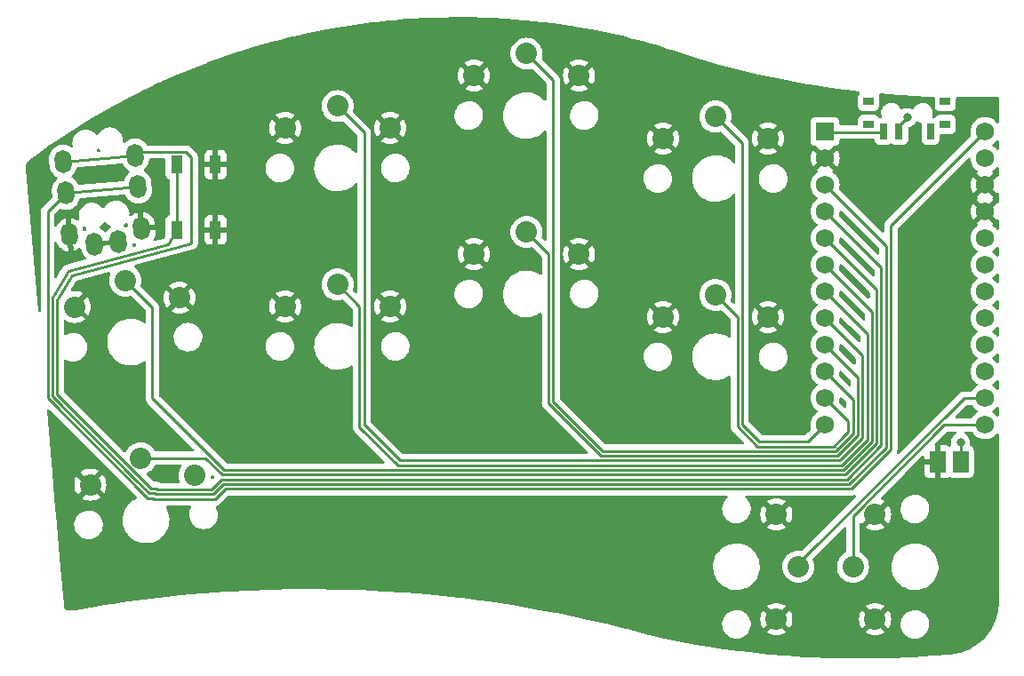
<source format=gbr>
%TF.GenerationSoftware,KiCad,Pcbnew,(6.99.0-906-ga2ca8cf413)*%
%TF.CreationDate,2022-04-09T13:07:01+02:00*%
%TF.ProjectId,tiny20,74696e79-3230-42e6-9b69-6361645f7063,v1.0.0*%
%TF.SameCoordinates,Original*%
%TF.FileFunction,Copper,L1,Top*%
%TF.FilePolarity,Positive*%
%FSLAX46Y46*%
G04 Gerber Fmt 4.6, Leading zero omitted, Abs format (unit mm)*
G04 Created by KiCad (PCBNEW (6.99.0-906-ga2ca8cf413)) date 2022-04-09 13:07:01*
%MOMM*%
%LPD*%
G01*
G04 APERTURE LIST*
G04 Aperture macros list*
%AMHorizOval*
0 Thick line with rounded ends*
0 $1 width*
0 $2 $3 position (X,Y) of the first rounded end (center of the circle)*
0 $4 $5 position (X,Y) of the second rounded end (center of the circle)*
0 Add line between two ends*
20,1,$1,$2,$3,$4,$5,0*
0 Add two circle primitives to create the rounded ends*
1,1,$1,$2,$3*
1,1,$1,$4,$5*%
G04 Aperture macros list end*
%TA.AperFunction,SMDPad,CuDef*%
%ADD10R,1.100000X1.800000*%
%TD*%
%TA.AperFunction,ComponentPad*%
%ADD11C,2.032000*%
%TD*%
%TA.AperFunction,ComponentPad*%
%ADD12HorizOval,1.600000X-0.026147X0.298858X0.026147X-0.298858X0*%
%TD*%
%TA.AperFunction,SMDPad,CuDef*%
%ADD13R,1.000000X0.800000*%
%TD*%
%TA.AperFunction,SMDPad,CuDef*%
%ADD14R,0.700000X1.500000*%
%TD*%
%TA.AperFunction,ComponentPad*%
%ADD15R,1.752600X1.752600*%
%TD*%
%TA.AperFunction,ComponentPad*%
%ADD16C,1.752600*%
%TD*%
%TA.AperFunction,SMDPad,CuDef*%
%ADD17R,1.500000X2.100000*%
%TD*%
%TA.AperFunction,ViaPad*%
%ADD18C,0.800000*%
%TD*%
%TA.AperFunction,Conductor*%
%ADD19C,0.250000*%
%TD*%
G04 APERTURE END LIST*
D10*
%TO.P,B1,1*%
%TO.N,RST*%
X206703308Y-114882745D03*
X206703308Y-108682745D03*
%TO.P,B1,2*%
%TO.N,GND*%
X210403308Y-114882745D03*
X210403308Y-108682745D03*
%TD*%
D11*
%TO.P,S3,1*%
%TO.N,GND*%
X217030147Y-122190773D03*
X227030147Y-122190773D03*
%TO.P,S3,2*%
%TO.N,P19*%
X222030147Y-120090773D03*
X222030147Y-120090773D03*
%TD*%
%TO.P,S9,1*%
%TO.N,GND*%
X263830146Y-141990776D03*
X263830146Y-151990776D03*
%TO.P,S9,2*%
%TO.N,P8*%
X265930146Y-146990776D03*
X265930146Y-146990776D03*
%TD*%
%TO.P,S7,1*%
%TO.N,GND*%
X253030146Y-123190772D03*
X263030146Y-123190772D03*
%TO.P,S7,2*%
%TO.N,P16*%
X258030146Y-121090772D03*
X258030146Y-121090772D03*
%TD*%
%TO.P,S4,1*%
%TO.N,GND*%
X217030147Y-105190773D03*
X227030147Y-105190773D03*
%TO.P,S4,2*%
%TO.N,P18*%
X222030147Y-103090773D03*
X222030147Y-103090773D03*
%TD*%
%TO.P,S6,1*%
%TO.N,GND*%
X235030147Y-100190775D03*
X245030147Y-100190775D03*
%TO.P,S6,2*%
%TO.N,P14*%
X240030147Y-98090775D03*
X240030147Y-98090775D03*
%TD*%
%TO.P,S1,1*%
%TO.N,GND*%
X198479347Y-139175365D03*
X208441294Y-138303807D03*
%TO.P,S1,2*%
%TO.N,P21*%
X203277293Y-136647577D03*
X203277293Y-136647577D03*
%TD*%
%TO.P,S8,1*%
%TO.N,GND*%
X253030147Y-106190774D03*
X263030147Y-106190774D03*
%TO.P,S8,2*%
%TO.N,P10*%
X258030147Y-104090774D03*
X258030147Y-104090774D03*
%TD*%
D12*
%TO.P,REF\u002A\u002A,1*%
%TO.N,GND*%
X198883060Y-116252949D03*
X201174308Y-116052490D03*
%TO.P,REF\u002A\u002A,2*%
X196495941Y-115357593D03*
X203369685Y-114756218D03*
%TO.P,REF\u002A\u002A,3*%
%TO.N,P1*%
X196147318Y-111372814D03*
X203021062Y-110771439D03*
%TO.P,REF\u002A\u002A,4*%
%TO.N,VCC*%
X195885851Y-108384230D03*
X202759594Y-107782855D03*
%TD*%
D11*
%TO.P,S2,1*%
%TO.N,GND*%
X196997698Y-122240053D03*
X206959645Y-121368495D03*
%TO.P,S2,2*%
%TO.N,P20*%
X201795644Y-119712265D03*
X201795644Y-119712265D03*
%TD*%
D13*
%TO.P,SW01,*%
%TO.N,*%
X279917251Y-104847881D03*
X279917251Y-102647881D03*
X272617251Y-104847881D03*
X272617251Y-102647881D03*
D14*
%TO.P,SW01,1*%
%TO.N,N/C*%
X278517251Y-105497881D03*
%TO.P,SW01,2*%
%TO.N,pm*%
X275517251Y-105497881D03*
%TO.P,SW01,3*%
%TO.N,RAW*%
X274017251Y-105497881D03*
%TD*%
D15*
%TO.P,MCU1,1*%
%TO.N,RAW*%
X268460145Y-105520773D03*
D16*
%TO.P,MCU1,2*%
%TO.N,GND*%
X268460146Y-108060774D03*
%TO.P,MCU1,3*%
%TO.N,RST*%
X268460146Y-110600774D03*
%TO.P,MCU1,4*%
%TO.N,VCC*%
X268460146Y-113140774D03*
%TO.P,MCU1,5*%
%TO.N,P21*%
X268460146Y-115680774D03*
%TO.P,MCU1,6*%
%TO.N,P20*%
X268460146Y-118220774D03*
%TO.P,MCU1,7*%
%TO.N,P19*%
X268460146Y-120760774D03*
%TO.P,MCU1,8*%
%TO.N,P18*%
X268460146Y-123300774D03*
%TO.P,MCU1,9*%
%TO.N,P15*%
X268460146Y-125840774D03*
%TO.P,MCU1,10*%
%TO.N,P14*%
X268460146Y-128380774D03*
%TO.P,MCU1,11*%
%TO.N,P16*%
X268460146Y-130920774D03*
%TO.P,MCU1,12*%
%TO.N,P10*%
X268460146Y-133460774D03*
%TO.P,MCU1,13*%
%TO.N,P1*%
X283700146Y-105520774D03*
%TO.P,MCU1,14*%
%TO.N,P0*%
X283700146Y-108060774D03*
%TO.P,MCU1,15*%
%TO.N,GND*%
X283700146Y-110600774D03*
%TO.P,MCU1,16*%
X283700146Y-113140774D03*
%TO.P,MCU1,17*%
%TO.N,P2*%
X283700146Y-115680774D03*
%TO.P,MCU1,18*%
%TO.N,P3*%
X283700146Y-118220774D03*
%TO.P,MCU1,19*%
%TO.N,P4*%
X283700146Y-120760774D03*
%TO.P,MCU1,20*%
%TO.N,P5*%
X283700146Y-123300774D03*
%TO.P,MCU1,21*%
%TO.N,P6*%
X283700146Y-125840774D03*
%TO.P,MCU1,22*%
%TO.N,P7*%
X283700146Y-128380774D03*
%TO.P,MCU1,23*%
%TO.N,P8*%
X283700146Y-130920774D03*
%TO.P,MCU1,24*%
%TO.N,P9*%
X283700146Y-133460774D03*
%TD*%
D11*
%TO.P,S10,1*%
%TO.N,GND*%
X273230146Y-151990773D03*
X273230146Y-141990773D03*
%TO.P,S10,2*%
%TO.N,P9*%
X271130146Y-146990773D03*
X271130146Y-146990773D03*
%TD*%
%TO.P,S5,1*%
%TO.N,GND*%
X235030145Y-117190774D03*
X245030145Y-117190774D03*
%TO.P,S5,2*%
%TO.N,P15*%
X240030145Y-115090774D03*
X240030145Y-115090774D03*
%TD*%
D17*
%TO.P,BT01,1*%
%TO.N,pm*%
X281377254Y-136987880D03*
%TO.P,BT01,2*%
%TO.N,GND*%
X279177254Y-136987880D03*
%TD*%
D18*
%TO.N,RST*%
X206703309Y-108682747D03*
X206703310Y-114882746D03*
%TO.N,pm*%
X281369513Y-135134132D03*
X276309512Y-104184132D03*
%TD*%
D19*
%TO.N,P21*%
X273374373Y-135255063D02*
X273374373Y-120595002D01*
X273374373Y-120595002D02*
X268460146Y-115680773D01*
X203277292Y-136647576D02*
X209456948Y-136647576D01*
X209456948Y-136647576D02*
X211037255Y-138227881D01*
X270401556Y-138227882D02*
X273374373Y-135255063D01*
X211037255Y-138227881D02*
X270401556Y-138227882D01*
%TO.N,P20*%
X270411547Y-137582174D02*
X272924853Y-135068866D01*
X201795644Y-119712265D02*
X204398884Y-122315505D01*
X211223452Y-137778362D02*
X270215357Y-137778360D01*
X204398884Y-130953794D02*
X211223452Y-137778362D01*
X270215357Y-137778360D02*
X270411547Y-137582174D01*
X204398884Y-122315505D02*
X204398884Y-130953794D01*
X272924853Y-135068866D02*
X272924854Y-122685479D01*
X272924854Y-122685479D02*
X268460147Y-118220775D01*
X270338238Y-137655481D02*
X270411547Y-137582174D01*
%TO.N,P19*%
X272475335Y-124775961D02*
X268460147Y-120760774D01*
X224119168Y-122179794D02*
X222030147Y-120090773D01*
X238501161Y-137328839D02*
X238501159Y-137328841D01*
X224119168Y-133669168D02*
X224119168Y-122179794D01*
X270029163Y-137328841D02*
X272475333Y-134882668D01*
X227778841Y-137328841D02*
X224119168Y-133669168D01*
X238501161Y-137328839D02*
X270029163Y-137328841D01*
X238501159Y-137328841D02*
X227778841Y-137328841D01*
X272475333Y-134882668D02*
X272475335Y-124775961D01*
%TO.N,P18*%
X224568688Y-105629318D02*
X224568688Y-133482970D01*
X224568688Y-133482970D02*
X227965039Y-136879321D01*
X222030147Y-103090773D02*
X224568688Y-105629318D01*
X272025815Y-126866441D02*
X268460146Y-123300774D01*
X227965039Y-136879321D02*
X269842964Y-136879322D01*
X272025814Y-134696472D02*
X272025815Y-126866441D01*
X270165829Y-136556456D02*
X272025814Y-134696472D01*
X269842964Y-136879322D02*
X270165829Y-136556456D01*
X269965844Y-136756441D02*
X270165829Y-136556456D01*
%TO.N,P15*%
X240030147Y-115090773D02*
X242119168Y-117179795D01*
X269656766Y-136429799D02*
X271576292Y-134510276D01*
X271576292Y-134510276D02*
X271576292Y-128956920D01*
X242119167Y-131411717D02*
X247137253Y-136429800D01*
X242119168Y-117179795D02*
X242119167Y-131411717D01*
X271576292Y-128956920D02*
X268460148Y-125840774D01*
X247137253Y-136429800D02*
X269656766Y-136429799D01*
%TO.N,P14*%
X271126774Y-131047399D02*
X268460146Y-128380773D01*
X240030145Y-98090774D02*
X242568688Y-100629315D01*
X242568688Y-131225515D02*
X247323451Y-135980280D01*
X247323451Y-135980280D02*
X269470571Y-135980282D01*
X269470571Y-135980282D02*
X270325111Y-135125740D01*
X271126774Y-134324078D02*
X271126774Y-131047399D01*
X269593451Y-135857400D02*
X270325111Y-135125740D01*
X242568688Y-100629315D02*
X242568688Y-131225515D01*
X270325111Y-135125740D02*
X271126774Y-134324078D01*
%TO.N,P10*%
X262205113Y-135080021D02*
X266840898Y-135080021D01*
X266840898Y-135080021D02*
X268460146Y-133460774D01*
X260568688Y-133443596D02*
X262205113Y-135080021D01*
X258030146Y-104090774D02*
X260568688Y-106629316D01*
X260568688Y-106629316D02*
X260568688Y-133443596D01*
%TO.N,P8*%
X281708644Y-130920776D02*
X283700147Y-130920773D01*
X265930146Y-146990775D02*
X265930147Y-146699271D01*
X265930147Y-146699271D02*
X281708644Y-130920776D01*
%TO.N,P9*%
X271130147Y-142134989D02*
X279804359Y-133460774D01*
X271130147Y-146990773D02*
X271130147Y-142134989D01*
X279804359Y-133460774D02*
X283700147Y-133460774D01*
%TO.N,RAW*%
X268511765Y-105572393D02*
X268460146Y-105520773D01*
X273942742Y-105572393D02*
X268511765Y-105572393D01*
X274017254Y-105497880D02*
X273942742Y-105572393D01*
%TO.N,RST*%
X204598886Y-139987789D02*
X204708498Y-140097401D01*
X206703310Y-114882746D02*
X206703309Y-108682747D01*
X274273413Y-135627458D02*
X270773949Y-139126920D01*
X194859437Y-130761206D02*
X194859437Y-121375527D01*
X194860000Y-121370000D02*
X196370000Y-118820000D01*
X202779116Y-138680884D02*
X204086021Y-139987789D01*
X211172441Y-139126920D02*
X210201961Y-140097401D01*
X204086021Y-139987789D02*
X204598886Y-139987789D01*
X210201961Y-140097401D02*
X204708498Y-140097401D01*
X268460147Y-110600775D02*
X274273415Y-116414042D01*
X205903221Y-116268539D02*
X206703309Y-114882746D01*
X274273415Y-116414042D02*
X274273413Y-135627458D01*
X270773949Y-139126920D02*
X211172441Y-139126920D01*
X196370445Y-118822838D02*
X205903221Y-116268539D01*
X202779116Y-138680884D02*
X194859437Y-130761206D01*
%TO.N,VCC*%
X273823894Y-135441260D02*
X273823895Y-118504520D01*
X210015764Y-139647879D02*
X210986244Y-138677401D01*
X207577820Y-107458235D02*
X208094287Y-107974702D01*
X204272215Y-139538269D02*
X204785085Y-139538269D01*
X195308958Y-121626177D02*
X195308956Y-130575010D01*
X203084216Y-107458235D02*
X207577820Y-107458235D01*
X208094287Y-107974702D02*
X208094287Y-116146822D01*
X270587754Y-138677401D02*
X273823894Y-135441260D01*
X204894698Y-139647882D02*
X210015764Y-139647879D01*
X208094287Y-116146822D02*
X196711549Y-119196818D01*
X273823895Y-118504520D02*
X268460146Y-113140772D01*
X196711549Y-119196818D02*
X195308958Y-121626177D01*
X202759595Y-107782856D02*
X203084216Y-107458235D01*
X210986244Y-138677401D02*
X270587754Y-138677401D01*
X202759597Y-107782857D02*
X195885852Y-108384232D01*
X195308956Y-130575010D02*
X204272215Y-139538269D01*
X204785085Y-139538269D02*
X204894698Y-139647882D01*
%TO.N,P16*%
X260119167Y-123179795D02*
X260119168Y-133629795D01*
X269284371Y-135530760D02*
X270237254Y-134577881D01*
X258030147Y-121090774D02*
X260119167Y-123179795D01*
X262020131Y-135530761D02*
X269284371Y-135530760D01*
X270237254Y-134577881D02*
X270677254Y-134137880D01*
X260119168Y-133629795D02*
X262020131Y-135530761D01*
X270677254Y-133137881D02*
X268460146Y-130920773D01*
X270677254Y-134137880D02*
X270677254Y-133137881D01*
%TO.N,P1*%
X274722932Y-114497987D02*
X283700149Y-105520773D01*
X194409918Y-130947406D02*
X203899821Y-140437309D01*
X270960147Y-139576441D02*
X274722934Y-135813653D01*
X274722934Y-135813653D02*
X274722932Y-114497987D01*
X210388157Y-140546920D02*
X211358638Y-139576441D01*
X204412691Y-140437309D02*
X204522303Y-140546921D01*
X196147321Y-111372815D02*
X196147320Y-111407814D01*
X196147320Y-111407814D02*
X194409918Y-113145216D01*
X203021064Y-110771441D02*
X196147321Y-111372815D01*
X211358638Y-139576441D02*
X270960147Y-139576441D01*
X194409918Y-113145216D02*
X194409918Y-130947406D01*
X203899821Y-140437309D02*
X204412691Y-140437309D01*
X204522303Y-140546921D02*
X210388157Y-140546920D01*
%TO.N,pm*%
X275517254Y-105497881D02*
X275517252Y-104976392D01*
X275517252Y-104976392D02*
X276309512Y-104184132D01*
X281377254Y-136987881D02*
X281377256Y-135141874D01*
%TD*%
%TA.AperFunction,Conductor*%
%TO.N,GND*%
G36*
X194553300Y-131988926D02*
G01*
X194568483Y-132001875D01*
X202877603Y-140310995D01*
X202911629Y-140373307D01*
X202906564Y-140444122D01*
X202864017Y-140500958D01*
X202845338Y-140512546D01*
X202656099Y-140608173D01*
X202558038Y-140675488D01*
X202414194Y-140774231D01*
X202414188Y-140774236D01*
X202410725Y-140776613D01*
X202407609Y-140779431D01*
X202407603Y-140779436D01*
X202193116Y-140973428D01*
X202193111Y-140973433D01*
X202189991Y-140976255D01*
X202187273Y-140979470D01*
X202187269Y-140979474D01*
X202159439Y-141012392D01*
X201997836Y-141203536D01*
X201995573Y-141207081D01*
X201995570Y-141207085D01*
X201839961Y-141450842D01*
X201839957Y-141450849D01*
X201837689Y-141454402D01*
X201835913Y-141458229D01*
X201835912Y-141458231D01*
X201714181Y-141720554D01*
X201714178Y-141720562D01*
X201712409Y-141724374D01*
X201685471Y-141811215D01*
X201625591Y-142004250D01*
X201624230Y-142008637D01*
X201574726Y-142302115D01*
X201574586Y-142306312D01*
X201574585Y-142306319D01*
X201566129Y-142559243D01*
X201564781Y-142599574D01*
X201594572Y-142895704D01*
X201663568Y-143185221D01*
X201665080Y-143189147D01*
X201665081Y-143189150D01*
X201702523Y-143286365D01*
X201770536Y-143462958D01*
X201772561Y-143466653D01*
X201855887Y-143618703D01*
X201913569Y-143723960D01*
X201916062Y-143727344D01*
X201916063Y-143727345D01*
X202050318Y-143909557D01*
X202090114Y-143963569D01*
X202168411Y-144044527D01*
X202294090Y-144174479D01*
X202294095Y-144174483D01*
X202297020Y-144177508D01*
X202300328Y-144180120D01*
X202514979Y-144349628D01*
X202530596Y-144361961D01*
X202786673Y-144513636D01*
X202790555Y-144515282D01*
X203056808Y-144628183D01*
X203056812Y-144628184D01*
X203060681Y-144629825D01*
X203064734Y-144630935D01*
X203064739Y-144630937D01*
X203343666Y-144707343D01*
X203343673Y-144707344D01*
X203347731Y-144708456D01*
X203351899Y-144709016D01*
X203351906Y-144709018D01*
X203516998Y-144731221D01*
X203642700Y-144748126D01*
X203865830Y-144748126D01*
X203867915Y-144747986D01*
X203867928Y-144747986D01*
X204084276Y-144733503D01*
X204084278Y-144733503D01*
X204088472Y-144733222D01*
X204092592Y-144732384D01*
X204092596Y-144732384D01*
X204375996Y-144674780D01*
X204375998Y-144674780D01*
X204380133Y-144673939D01*
X204588012Y-144601756D01*
X204657299Y-144577697D01*
X204657301Y-144577696D01*
X204661290Y-144576311D01*
X204926925Y-144442079D01*
X205047437Y-144359352D01*
X205168830Y-144276021D01*
X205168836Y-144276016D01*
X205172299Y-144273639D01*
X205175415Y-144270821D01*
X205175421Y-144270816D01*
X205389908Y-144076824D01*
X205389913Y-144076819D01*
X205393033Y-144073997D01*
X205397287Y-144068966D01*
X205538835Y-143901542D01*
X205585188Y-143846716D01*
X205604956Y-143815750D01*
X205743063Y-143599410D01*
X205743067Y-143599403D01*
X205745335Y-143595850D01*
X205747112Y-143592021D01*
X205868843Y-143329698D01*
X205868846Y-143329690D01*
X205870615Y-143325878D01*
X205937503Y-143110252D01*
X205957549Y-143045630D01*
X205957551Y-143045624D01*
X205958794Y-143041615D01*
X206008298Y-142748137D01*
X206008772Y-142733979D01*
X206018103Y-142454878D01*
X206018103Y-142454872D01*
X206018243Y-142450678D01*
X205988452Y-142154548D01*
X205919456Y-141865031D01*
X205812488Y-141587294D01*
X205691749Y-141366973D01*
X205676553Y-141297623D01*
X205701262Y-141231065D01*
X205758033Y-141188432D01*
X205802245Y-141180421D01*
X206891749Y-141180420D01*
X207979834Y-141180420D01*
X208047955Y-141200422D01*
X208094448Y-141254078D01*
X208104552Y-141324352D01*
X208092343Y-141363146D01*
X208007060Y-141532294D01*
X208007058Y-141532299D01*
X208004650Y-141537075D01*
X207936890Y-141758336D01*
X207907497Y-141987866D01*
X207907724Y-141993211D01*
X207907724Y-141993213D01*
X207908165Y-142003588D01*
X207917318Y-142219061D01*
X207966070Y-142445271D01*
X208052351Y-142659989D01*
X208055158Y-142664547D01*
X208055158Y-142664548D01*
X208063962Y-142678847D01*
X208173678Y-142857036D01*
X208326560Y-143030745D01*
X208506601Y-143176117D01*
X208511273Y-143178727D01*
X208625842Y-143242729D01*
X208708620Y-143288972D01*
X208713657Y-143290752D01*
X208713660Y-143290753D01*
X208921761Y-143364280D01*
X208921766Y-143364281D01*
X208926806Y-143366062D01*
X209020456Y-143382120D01*
X209149612Y-143404266D01*
X209149617Y-143404266D01*
X209154881Y-143405169D01*
X209328331Y-143405169D01*
X209330984Y-143404943D01*
X209330989Y-143404943D01*
X209495823Y-143390914D01*
X209495827Y-143390913D01*
X209501153Y-143390460D01*
X209506328Y-143389112D01*
X209506331Y-143389112D01*
X209719911Y-143333500D01*
X209719913Y-143333499D01*
X209725091Y-143332151D01*
X209738969Y-143325878D01*
X209931082Y-143239037D01*
X209931084Y-143239036D01*
X209935953Y-143236835D01*
X209938547Y-143235082D01*
X262950670Y-143235082D01*
X262956397Y-143242732D01*
X263131905Y-143350283D01*
X263140699Y-143354764D01*
X263353175Y-143442774D01*
X263362560Y-143445823D01*
X263586190Y-143499513D01*
X263595937Y-143501056D01*
X263825216Y-143519101D01*
X263835076Y-143519101D01*
X264064355Y-143501056D01*
X264074102Y-143499513D01*
X264297732Y-143445823D01*
X264307117Y-143442774D01*
X264519593Y-143354764D01*
X264528387Y-143350283D01*
X264700229Y-143244979D01*
X264709689Y-143234523D01*
X264705905Y-143225745D01*
X263842958Y-142362798D01*
X263829014Y-142355184D01*
X263827181Y-142355315D01*
X263820566Y-142359566D01*
X262957430Y-143222702D01*
X262950670Y-143235082D01*
X209938547Y-143235082D01*
X210127673Y-143107255D01*
X210294736Y-142947137D01*
X210432337Y-142761089D01*
X210536516Y-142554463D01*
X210604276Y-142333202D01*
X210633669Y-142103672D01*
X210623848Y-141872477D01*
X210621397Y-141861102D01*
X210576224Y-141651502D01*
X210575096Y-141646267D01*
X210488815Y-141431549D01*
X210443512Y-141357972D01*
X210424827Y-141289479D01*
X210446140Y-141221756D01*
X210500682Y-141176307D01*
X210535007Y-141166903D01*
X210546954Y-141165394D01*
X210554320Y-141162478D01*
X210554326Y-141162476D01*
X210588059Y-141149120D01*
X210599289Y-141145275D01*
X210634140Y-141135150D01*
X210634141Y-141135150D01*
X210641750Y-141132939D01*
X210659191Y-141122625D01*
X210676944Y-141113928D01*
X210688399Y-141109392D01*
X210688398Y-141109392D01*
X210695774Y-141106472D01*
X210731545Y-141080483D01*
X210741465Y-141073967D01*
X210779519Y-141051462D01*
X210793840Y-141037141D01*
X210808874Y-141024300D01*
X210818850Y-141017052D01*
X210825264Y-141012392D01*
X210853445Y-140978327D01*
X210861435Y-140969546D01*
X211584138Y-140246845D01*
X211646450Y-140212820D01*
X211673233Y-140209941D01*
X259088822Y-140209941D01*
X259156943Y-140229943D01*
X259203436Y-140283599D01*
X259213540Y-140353873D01*
X259184046Y-140418453D01*
X259172946Y-140429175D01*
X259173056Y-140429290D01*
X259005993Y-140589408D01*
X259002806Y-140593717D01*
X258975666Y-140630412D01*
X258868392Y-140775456D01*
X258764213Y-140982082D01*
X258696453Y-141203343D01*
X258667060Y-141432873D01*
X258676881Y-141664068D01*
X258725633Y-141890278D01*
X258811914Y-142104996D01*
X258933241Y-142302043D01*
X258936775Y-142306058D01*
X258936777Y-142306061D01*
X258983867Y-142359566D01*
X259086123Y-142475752D01*
X259266164Y-142621124D01*
X259270836Y-142623734D01*
X259387698Y-142689017D01*
X259468183Y-142733979D01*
X259473220Y-142735759D01*
X259473223Y-142735760D01*
X259681324Y-142809287D01*
X259681329Y-142809288D01*
X259686369Y-142811069D01*
X259773197Y-142825957D01*
X259909175Y-142849273D01*
X259909180Y-142849273D01*
X259914444Y-142850176D01*
X260087894Y-142850176D01*
X260090547Y-142849950D01*
X260090552Y-142849950D01*
X260255386Y-142835921D01*
X260255390Y-142835920D01*
X260260716Y-142835467D01*
X260265891Y-142834119D01*
X260265894Y-142834119D01*
X260479474Y-142778507D01*
X260479476Y-142778506D01*
X260484654Y-142777158D01*
X260489535Y-142774952D01*
X260690645Y-142684044D01*
X260690647Y-142684043D01*
X260695516Y-142681842D01*
X260887236Y-142552262D01*
X261054299Y-142392144D01*
X261094107Y-142338321D01*
X261188716Y-142210401D01*
X261188718Y-142210398D01*
X261191900Y-142206096D01*
X261296079Y-141999470D01*
X261297232Y-141995706D01*
X262301821Y-141995706D01*
X262319866Y-142224985D01*
X262321409Y-142234732D01*
X262375099Y-142458362D01*
X262378148Y-142467747D01*
X262466158Y-142680223D01*
X262470639Y-142689017D01*
X262575943Y-142860859D01*
X262586399Y-142870319D01*
X262595177Y-142866535D01*
X263458124Y-142003588D01*
X263464502Y-141991908D01*
X264194554Y-141991908D01*
X264194685Y-141993741D01*
X264198936Y-142000356D01*
X265062072Y-142863492D01*
X265074452Y-142870252D01*
X265082102Y-142864525D01*
X265189653Y-142689017D01*
X265194134Y-142680223D01*
X265282144Y-142467747D01*
X265285193Y-142458362D01*
X265338883Y-142234732D01*
X265340426Y-142224985D01*
X265358471Y-141995706D01*
X265358471Y-141985846D01*
X265340426Y-141756567D01*
X265338883Y-141746820D01*
X265285193Y-141523190D01*
X265282144Y-141513805D01*
X265194134Y-141301329D01*
X265189653Y-141292535D01*
X265084349Y-141120693D01*
X265073893Y-141111233D01*
X265065115Y-141115017D01*
X264202168Y-141977964D01*
X264194554Y-141991908D01*
X263464502Y-141991908D01*
X263465738Y-141989644D01*
X263465607Y-141987811D01*
X263461356Y-141981196D01*
X262598220Y-141118060D01*
X262585840Y-141111300D01*
X262578190Y-141117027D01*
X262470639Y-141292535D01*
X262466158Y-141301329D01*
X262378148Y-141513805D01*
X262375099Y-141523190D01*
X262321409Y-141746820D01*
X262319866Y-141756567D01*
X262301821Y-141985846D01*
X262301821Y-141995706D01*
X261297232Y-141995706D01*
X261297834Y-141993741D01*
X261331122Y-141885043D01*
X261363839Y-141778209D01*
X261393232Y-141548679D01*
X261391751Y-141513802D01*
X261388313Y-141432873D01*
X261383411Y-141317484D01*
X261334659Y-141091274D01*
X261327705Y-141073967D01*
X261250375Y-140881526D01*
X261248378Y-140876556D01*
X261168625Y-140747029D01*
X262950603Y-140747029D01*
X262954387Y-140755807D01*
X263817334Y-141618754D01*
X263831278Y-141626368D01*
X263833111Y-141626237D01*
X263839726Y-141621986D01*
X264702862Y-140758850D01*
X264709622Y-140746470D01*
X264703895Y-140738820D01*
X264528387Y-140631269D01*
X264519593Y-140626788D01*
X264307117Y-140538778D01*
X264297732Y-140535729D01*
X264074102Y-140482039D01*
X264064355Y-140480496D01*
X263835076Y-140462451D01*
X263825216Y-140462451D01*
X263595937Y-140480496D01*
X263586190Y-140482039D01*
X263362560Y-140535729D01*
X263353175Y-140538778D01*
X263140699Y-140626788D01*
X263131905Y-140631269D01*
X262960063Y-140736573D01*
X262950603Y-140747029D01*
X261168625Y-140747029D01*
X261127051Y-140679509D01*
X261080649Y-140626785D01*
X260977706Y-140509819D01*
X260977703Y-140509816D01*
X260974169Y-140505800D01*
X260885212Y-140433973D01*
X260844779Y-140375616D01*
X260842313Y-140304663D01*
X260878599Y-140243640D01*
X260942117Y-140211921D01*
X260964369Y-140209941D01*
X270881380Y-140209941D01*
X270892563Y-140210468D01*
X270900056Y-140212143D01*
X270907982Y-140211894D01*
X270907983Y-140211894D01*
X270968133Y-140210003D01*
X270972092Y-140209941D01*
X271000003Y-140209941D01*
X271003938Y-140209444D01*
X271004003Y-140209436D01*
X271015840Y-140208503D01*
X271047657Y-140207503D01*
X271052118Y-140207363D01*
X271060037Y-140207114D01*
X271079489Y-140201463D01*
X271098841Y-140197455D01*
X271105912Y-140196561D01*
X271118944Y-140194915D01*
X271126313Y-140191998D01*
X271126315Y-140191997D01*
X271160050Y-140178641D01*
X271171277Y-140174796D01*
X271173460Y-140174162D01*
X271213740Y-140162459D01*
X271229728Y-140153003D01*
X271298542Y-140135544D01*
X271365874Y-140158060D01*
X271410344Y-140213403D01*
X271417833Y-140284004D01*
X271382962Y-140350552D01*
X266286730Y-145446783D01*
X266224418Y-145480809D01*
X266177926Y-145482137D01*
X266174174Y-145481543D01*
X266169368Y-145480389D01*
X266164440Y-145480001D01*
X266164439Y-145480001D01*
X265935076Y-145461950D01*
X265930146Y-145461562D01*
X265690924Y-145480389D01*
X265686117Y-145481543D01*
X265686111Y-145481544D01*
X265539183Y-145516819D01*
X265457593Y-145536407D01*
X265453022Y-145538300D01*
X265453020Y-145538301D01*
X265240469Y-145626342D01*
X265240467Y-145626343D01*
X265235897Y-145628236D01*
X265031297Y-145753616D01*
X265027533Y-145756831D01*
X265027529Y-145756834D01*
X264990386Y-145788557D01*
X264848828Y-145909458D01*
X264692986Y-146091927D01*
X264567606Y-146296527D01*
X264565713Y-146301097D01*
X264565712Y-146301099D01*
X264477671Y-146513650D01*
X264475777Y-146518223D01*
X264474622Y-146523035D01*
X264420914Y-146746741D01*
X264420913Y-146746747D01*
X264419759Y-146751554D01*
X264400932Y-146990776D01*
X264419759Y-147229998D01*
X264420913Y-147234805D01*
X264420914Y-147234811D01*
X264452278Y-147365450D01*
X264475777Y-147463329D01*
X264477670Y-147467899D01*
X264477671Y-147467902D01*
X264551764Y-147646778D01*
X264567606Y-147685025D01*
X264692986Y-147889625D01*
X264696202Y-147893390D01*
X264696204Y-147893393D01*
X264729436Y-147932303D01*
X264848828Y-148072094D01*
X264852590Y-148075307D01*
X265027526Y-148224715D01*
X265031297Y-148227936D01*
X265235897Y-148353316D01*
X265240467Y-148355209D01*
X265240469Y-148355210D01*
X265453013Y-148443248D01*
X265457593Y-148445145D01*
X265539183Y-148464733D01*
X265686111Y-148500008D01*
X265686117Y-148500009D01*
X265690924Y-148501163D01*
X265930146Y-148519990D01*
X266169368Y-148501163D01*
X266174175Y-148500009D01*
X266174181Y-148500008D01*
X266321109Y-148464733D01*
X266402699Y-148445145D01*
X266407279Y-148443248D01*
X266619823Y-148355210D01*
X266619825Y-148355209D01*
X266624395Y-148353316D01*
X266828995Y-148227936D01*
X266832767Y-148224715D01*
X267007702Y-148075307D01*
X267011464Y-148072094D01*
X267130856Y-147932303D01*
X267164088Y-147893393D01*
X267164090Y-147893390D01*
X267167306Y-147889625D01*
X267292686Y-147685025D01*
X267308529Y-147646778D01*
X267382621Y-147467902D01*
X267382622Y-147467899D01*
X267384515Y-147463329D01*
X267408014Y-147365450D01*
X267439378Y-147234811D01*
X267439379Y-147234805D01*
X267440533Y-147229998D01*
X267459360Y-146990776D01*
X267440533Y-146751554D01*
X267439379Y-146746747D01*
X267439378Y-146746741D01*
X267385670Y-146523035D01*
X267384515Y-146518223D01*
X267382621Y-146513650D01*
X267382621Y-146513649D01*
X267306191Y-146329130D01*
X267298602Y-146258540D01*
X267333505Y-146191817D01*
X270281552Y-143243771D01*
X270343864Y-143209745D01*
X270414680Y-143214810D01*
X270471515Y-143257357D01*
X270496326Y-143323877D01*
X270496647Y-143332866D01*
X270496647Y-145520503D01*
X270476645Y-145588624D01*
X270434814Y-145626465D01*
X270435897Y-145628233D01*
X270231297Y-145753613D01*
X270227530Y-145756830D01*
X270227529Y-145756831D01*
X270186423Y-145791939D01*
X270048828Y-145909455D01*
X270045615Y-145913217D01*
X269922920Y-146056876D01*
X269892986Y-146091924D01*
X269767606Y-146296524D01*
X269765713Y-146301094D01*
X269765712Y-146301096D01*
X269692259Y-146478428D01*
X269675777Y-146518220D01*
X269674622Y-146523032D01*
X269620914Y-146746738D01*
X269620914Y-146746741D01*
X269619759Y-146751551D01*
X269600932Y-146990773D01*
X269619759Y-147229995D01*
X269620913Y-147234802D01*
X269620914Y-147234808D01*
X269620915Y-147234811D01*
X269675777Y-147463326D01*
X269677670Y-147467897D01*
X269677671Y-147467899D01*
X269755088Y-147654800D01*
X269767606Y-147685022D01*
X269892986Y-147889622D01*
X270048828Y-148072091D01*
X270078225Y-148097199D01*
X270190390Y-148192995D01*
X270231297Y-148227933D01*
X270435897Y-148353313D01*
X270440467Y-148355206D01*
X270440469Y-148355207D01*
X270626447Y-148432241D01*
X270657593Y-148445142D01*
X270739183Y-148464730D01*
X270886111Y-148500005D01*
X270886117Y-148500006D01*
X270890924Y-148501160D01*
X271130146Y-148519987D01*
X271369368Y-148501160D01*
X271374175Y-148500006D01*
X271374181Y-148500005D01*
X271521109Y-148464730D01*
X271602699Y-148445142D01*
X271633845Y-148432241D01*
X271819823Y-148355207D01*
X271819825Y-148355206D01*
X271824395Y-148353313D01*
X272028995Y-148227933D01*
X272069903Y-148192995D01*
X272182067Y-148097199D01*
X272211464Y-148072091D01*
X272367306Y-147889622D01*
X272492686Y-147685022D01*
X272505205Y-147654800D01*
X272582621Y-147467899D01*
X272582622Y-147467897D01*
X272584515Y-147463326D01*
X272639377Y-147234811D01*
X272639378Y-147234808D01*
X272639379Y-147234802D01*
X272640533Y-147229995D01*
X272653501Y-147065221D01*
X274803415Y-147065221D01*
X274833206Y-147361351D01*
X274902202Y-147650868D01*
X274903714Y-147654794D01*
X274903715Y-147654797D01*
X274916984Y-147689248D01*
X275009170Y-147928605D01*
X275152203Y-148189607D01*
X275154696Y-148192991D01*
X275154697Y-148192992D01*
X275272825Y-148353316D01*
X275328748Y-148429216D01*
X275397210Y-148500005D01*
X275532724Y-148640126D01*
X275532727Y-148640129D01*
X275535654Y-148643155D01*
X275769230Y-148827608D01*
X276025307Y-148979283D01*
X276029189Y-148980929D01*
X276295442Y-149093830D01*
X276295446Y-149093831D01*
X276299315Y-149095472D01*
X276303368Y-149096582D01*
X276303373Y-149096584D01*
X276582300Y-149172990D01*
X276582307Y-149172991D01*
X276586365Y-149174103D01*
X276590533Y-149174663D01*
X276590540Y-149174665D01*
X276755632Y-149196868D01*
X276881334Y-149213773D01*
X277104464Y-149213773D01*
X277106549Y-149213633D01*
X277106562Y-149213633D01*
X277322910Y-149199150D01*
X277322912Y-149199150D01*
X277327106Y-149198869D01*
X277331226Y-149198031D01*
X277331230Y-149198031D01*
X277614630Y-149140427D01*
X277614632Y-149140427D01*
X277618767Y-149139586D01*
X277895924Y-149043347D01*
X277895933Y-149043344D01*
X277895935Y-149043343D01*
X277899924Y-149041958D01*
X278165559Y-148907726D01*
X278286071Y-148824999D01*
X278407464Y-148741668D01*
X278407470Y-148741663D01*
X278410933Y-148739286D01*
X278414051Y-148736466D01*
X278414055Y-148736463D01*
X278628542Y-148542471D01*
X278628547Y-148542466D01*
X278631667Y-148539644D01*
X278648284Y-148519990D01*
X278789198Y-148353316D01*
X278823822Y-148312363D01*
X278826088Y-148308814D01*
X278981697Y-148065057D01*
X278981701Y-148065050D01*
X278983969Y-148061497D01*
X278985746Y-148057668D01*
X279107477Y-147795345D01*
X279107480Y-147795337D01*
X279109249Y-147791525D01*
X279197428Y-147507262D01*
X279246932Y-147213784D01*
X279247072Y-147209587D01*
X279247073Y-147209580D01*
X279256737Y-146920525D01*
X279256737Y-146920519D01*
X279256877Y-146916325D01*
X279227086Y-146620195D01*
X279158090Y-146330678D01*
X279143310Y-146292301D01*
X279064686Y-146088159D01*
X279051122Y-146052941D01*
X278972490Y-145909455D01*
X278910111Y-145795628D01*
X278910108Y-145795624D01*
X278908089Y-145791939D01*
X278905595Y-145788554D01*
X278734037Y-145555713D01*
X278734034Y-145555709D01*
X278731544Y-145552330D01*
X278622012Y-145439075D01*
X278527568Y-145341420D01*
X278527563Y-145341416D01*
X278524638Y-145338391D01*
X278291062Y-145153938D01*
X278034985Y-145002263D01*
X277887179Y-144939588D01*
X277764850Y-144887716D01*
X277764846Y-144887715D01*
X277760977Y-144886074D01*
X277756924Y-144884964D01*
X277756919Y-144884962D01*
X277477992Y-144808556D01*
X277477985Y-144808555D01*
X277473927Y-144807443D01*
X277469759Y-144806883D01*
X277469752Y-144806881D01*
X277289800Y-144782680D01*
X277178958Y-144767773D01*
X276955828Y-144767773D01*
X276953743Y-144767913D01*
X276953730Y-144767913D01*
X276737382Y-144782396D01*
X276737380Y-144782396D01*
X276733186Y-144782677D01*
X276729066Y-144783515D01*
X276729062Y-144783515D01*
X276445662Y-144841119D01*
X276445660Y-144841119D01*
X276441525Y-144841960D01*
X276309745Y-144887719D01*
X276164359Y-144938202D01*
X276164357Y-144938203D01*
X276160368Y-144939588D01*
X275894733Y-145073820D01*
X275783786Y-145149981D01*
X275652828Y-145239878D01*
X275652822Y-145239883D01*
X275649359Y-145242260D01*
X275646243Y-145245078D01*
X275646237Y-145245083D01*
X275431750Y-145439075D01*
X275431747Y-145439078D01*
X275428625Y-145441902D01*
X275425907Y-145445117D01*
X275425903Y-145445121D01*
X275394608Y-145482137D01*
X275236470Y-145669183D01*
X275234207Y-145672728D01*
X275234204Y-145672732D01*
X275078595Y-145916489D01*
X275078591Y-145916496D01*
X275076323Y-145920049D01*
X275074547Y-145923876D01*
X275074546Y-145923878D01*
X274952815Y-146186201D01*
X274952814Y-146186204D01*
X274951043Y-146190021D01*
X274949797Y-146194039D01*
X274864109Y-146470269D01*
X274864107Y-146470275D01*
X274862864Y-146474284D01*
X274813360Y-146767762D01*
X274813220Y-146771959D01*
X274813219Y-146771966D01*
X274805904Y-146990773D01*
X274803415Y-147065221D01*
X272653501Y-147065221D01*
X272659360Y-146990773D01*
X272640533Y-146751551D01*
X272639378Y-146746741D01*
X272639378Y-146746738D01*
X272585670Y-146523032D01*
X272584515Y-146518220D01*
X272568033Y-146478428D01*
X272494580Y-146301096D01*
X272494579Y-146301094D01*
X272492686Y-146296524D01*
X272367306Y-146091924D01*
X272337373Y-146056876D01*
X272214677Y-145913217D01*
X272211464Y-145909455D01*
X272073869Y-145791939D01*
X272032763Y-145756831D01*
X272032762Y-145756830D01*
X272028995Y-145753613D01*
X271824395Y-145628233D01*
X271825585Y-145626291D01*
X271780834Y-145584031D01*
X271763647Y-145520504D01*
X271763647Y-143235079D01*
X272350670Y-143235079D01*
X272356397Y-143242729D01*
X272531905Y-143350280D01*
X272540699Y-143354761D01*
X272753175Y-143442771D01*
X272762560Y-143445820D01*
X272986190Y-143499510D01*
X272995937Y-143501053D01*
X273225216Y-143519098D01*
X273235076Y-143519098D01*
X273464355Y-143501053D01*
X273474102Y-143499510D01*
X273697732Y-143445820D01*
X273707117Y-143442771D01*
X273919593Y-143354761D01*
X273928387Y-143350280D01*
X274100229Y-143244976D01*
X274109689Y-143234520D01*
X274105905Y-143225742D01*
X273242958Y-142362795D01*
X273229014Y-142355181D01*
X273227181Y-142355312D01*
X273220566Y-142359563D01*
X272357430Y-143222699D01*
X272350670Y-143235079D01*
X271763647Y-143235079D01*
X271763647Y-142952696D01*
X271783649Y-142884575D01*
X271837305Y-142838082D01*
X271907579Y-142827978D01*
X271974179Y-142859260D01*
X271986399Y-142870316D01*
X271995177Y-142866532D01*
X272869804Y-141991905D01*
X273594554Y-141991905D01*
X273594685Y-141993738D01*
X273598936Y-142000353D01*
X274462072Y-142863489D01*
X274474452Y-142870249D01*
X274482102Y-142864522D01*
X274589653Y-142689014D01*
X274594134Y-142680220D01*
X274682144Y-142467744D01*
X274685193Y-142458359D01*
X274738883Y-142234729D01*
X274740426Y-142224982D01*
X274758471Y-141995703D01*
X274758471Y-141985843D01*
X274740426Y-141756564D01*
X274738883Y-141746817D01*
X274685193Y-141523187D01*
X274682144Y-141513802D01*
X274648621Y-141432870D01*
X275667060Y-141432870D01*
X275676881Y-141664065D01*
X275725633Y-141890275D01*
X275811914Y-142104993D01*
X275933241Y-142302040D01*
X275936776Y-142306056D01*
X275936777Y-142306058D01*
X276015801Y-142395847D01*
X276086123Y-142475749D01*
X276266164Y-142621121D01*
X276270836Y-142623731D01*
X276387698Y-142689014D01*
X276468183Y-142733976D01*
X276473220Y-142735756D01*
X276473223Y-142735757D01*
X276681324Y-142809284D01*
X276681329Y-142809285D01*
X276686369Y-142811066D01*
X276780019Y-142827124D01*
X276909175Y-142849270D01*
X276909180Y-142849270D01*
X276914444Y-142850173D01*
X277087894Y-142850173D01*
X277090547Y-142849947D01*
X277090552Y-142849947D01*
X277255386Y-142835918D01*
X277255390Y-142835917D01*
X277260716Y-142835464D01*
X277265891Y-142834116D01*
X277265894Y-142834116D01*
X277479474Y-142778504D01*
X277479476Y-142778503D01*
X277484654Y-142777155D01*
X277510673Y-142765394D01*
X277690645Y-142684041D01*
X277690647Y-142684040D01*
X277695516Y-142681839D01*
X277876903Y-142559243D01*
X277882802Y-142555256D01*
X277882803Y-142555255D01*
X277887236Y-142552259D01*
X278054299Y-142392141D01*
X278078392Y-142359566D01*
X278188716Y-142210398D01*
X278191900Y-142206093D01*
X278296079Y-141999467D01*
X278297834Y-141993738D01*
X278314290Y-141940000D01*
X278363839Y-141778206D01*
X278393232Y-141548676D01*
X278392150Y-141523190D01*
X278388313Y-141432870D01*
X278383411Y-141317481D01*
X278334659Y-141091271D01*
X278248378Y-140876553D01*
X278127051Y-140679506D01*
X278084598Y-140631269D01*
X277977706Y-140509816D01*
X277974169Y-140505797D01*
X277794128Y-140360425D01*
X277789456Y-140357815D01*
X277596776Y-140250177D01*
X277596775Y-140250176D01*
X277592109Y-140247570D01*
X277587072Y-140245790D01*
X277587069Y-140245789D01*
X277378968Y-140172262D01*
X277378963Y-140172261D01*
X277373923Y-140170480D01*
X277272002Y-140153004D01*
X277151117Y-140132276D01*
X277151112Y-140132276D01*
X277145848Y-140131373D01*
X276972398Y-140131373D01*
X276969745Y-140131599D01*
X276969740Y-140131599D01*
X276804906Y-140145628D01*
X276804902Y-140145629D01*
X276799576Y-140146082D01*
X276794401Y-140147430D01*
X276794398Y-140147430D01*
X276580818Y-140203042D01*
X276580816Y-140203043D01*
X276575638Y-140204391D01*
X276570766Y-140206593D01*
X276570764Y-140206594D01*
X276369647Y-140297505D01*
X276364776Y-140299707D01*
X276348075Y-140310995D01*
X276208425Y-140405382D01*
X276173056Y-140429287D01*
X276005993Y-140589405D01*
X276002806Y-140593714D01*
X275935955Y-140684102D01*
X275868392Y-140775453D01*
X275764213Y-140982079D01*
X275696453Y-141203340D01*
X275667060Y-141432870D01*
X274648621Y-141432870D01*
X274594134Y-141301326D01*
X274589653Y-141292532D01*
X274484349Y-141120690D01*
X274473893Y-141111230D01*
X274465115Y-141115014D01*
X273602168Y-141977961D01*
X273594554Y-141991905D01*
X272869804Y-141991905D01*
X274102862Y-140758847D01*
X274109622Y-140746467D01*
X274103895Y-140738817D01*
X273928387Y-140631266D01*
X273919593Y-140626785D01*
X273821334Y-140586085D01*
X273766053Y-140541537D01*
X273743632Y-140474173D01*
X273761190Y-140405382D01*
X273780453Y-140380587D01*
X276077935Y-138083104D01*
X277919255Y-138083104D01*
X277919615Y-138089819D01*
X277924917Y-138139138D01*
X277928514Y-138154359D01*
X277973660Y-138275401D01*
X277982209Y-138291057D01*
X278058953Y-138393574D01*
X278071562Y-138406183D01*
X278174079Y-138482927D01*
X278189735Y-138491476D01*
X278310777Y-138536622D01*
X278325998Y-138540219D01*
X278375317Y-138545521D01*
X278382032Y-138545881D01*
X278905140Y-138545881D01*
X278920379Y-138541406D01*
X278921584Y-138540016D01*
X278923255Y-138532333D01*
X278923255Y-137259996D01*
X278918780Y-137244757D01*
X278917390Y-137243552D01*
X278909707Y-137241881D01*
X277937370Y-137241881D01*
X277922131Y-137246356D01*
X277920926Y-137247746D01*
X277919255Y-137255429D01*
X277919255Y-138083104D01*
X276077935Y-138083104D01*
X277704160Y-136456878D01*
X277766472Y-136422852D01*
X277837287Y-136427917D01*
X277894123Y-136470464D01*
X277918934Y-136536984D01*
X277919255Y-136545973D01*
X277919255Y-136715766D01*
X277923730Y-136731005D01*
X277925120Y-136732210D01*
X277932803Y-136733881D01*
X278905140Y-136733881D01*
X278920379Y-136729406D01*
X278921584Y-136728016D01*
X278923255Y-136720333D01*
X278923255Y-135447996D01*
X278918700Y-135432484D01*
X278880612Y-135373218D01*
X278880612Y-135302221D01*
X278912413Y-135248624D01*
X280029858Y-134131179D01*
X280092170Y-134097153D01*
X280118953Y-134094274D01*
X280878656Y-134094274D01*
X280946777Y-134114276D01*
X280993270Y-134167932D01*
X281003374Y-134238206D01*
X280973880Y-134302786D01*
X280929905Y-134335381D01*
X280918791Y-134340329D01*
X280918789Y-134340330D01*
X280912761Y-134343014D01*
X280758260Y-134455266D01*
X280630473Y-134597188D01*
X280534986Y-134762576D01*
X280475971Y-134944204D01*
X280456009Y-135134132D01*
X280456699Y-135140697D01*
X280473676Y-135302221D01*
X280475971Y-135324060D01*
X280478012Y-135330341D01*
X280479150Y-135335695D01*
X280473748Y-135406486D01*
X280430931Y-135463119D01*
X280399937Y-135479947D01*
X280389496Y-135483842D01*
X280381051Y-135486992D01*
X280373839Y-135492391D01*
X280373837Y-135492392D01*
X280352348Y-135508479D01*
X280285828Y-135533291D01*
X280216454Y-135518200D01*
X280201328Y-135508479D01*
X280180431Y-135492835D01*
X280164775Y-135484286D01*
X280043733Y-135439140D01*
X280028512Y-135435543D01*
X279979193Y-135430241D01*
X279972478Y-135429881D01*
X279449370Y-135429881D01*
X279434131Y-135434356D01*
X279432926Y-135435746D01*
X279431255Y-135443429D01*
X279431255Y-138527766D01*
X279435730Y-138543005D01*
X279437120Y-138544210D01*
X279444803Y-138545881D01*
X279972478Y-138545881D01*
X279979193Y-138545521D01*
X280028512Y-138540219D01*
X280043733Y-138536622D01*
X280164775Y-138491476D01*
X280180431Y-138482927D01*
X280201328Y-138467283D01*
X280267847Y-138442471D01*
X280337222Y-138457562D01*
X280352348Y-138467283D01*
X280373246Y-138482927D01*
X280381051Y-138488770D01*
X280518054Y-138539870D01*
X280547215Y-138543005D01*
X280575267Y-138546021D01*
X280575270Y-138546021D01*
X280578617Y-138546381D01*
X282175893Y-138546381D01*
X282179240Y-138546021D01*
X282179243Y-138546021D01*
X282207295Y-138543005D01*
X282236456Y-138539870D01*
X282373459Y-138488770D01*
X282381265Y-138482927D01*
X282483305Y-138406540D01*
X282490516Y-138401142D01*
X282578144Y-138284085D01*
X282629244Y-138147082D01*
X282633721Y-138105440D01*
X282635395Y-138089869D01*
X282635395Y-138089866D01*
X282635755Y-138086519D01*
X282635755Y-135889243D01*
X282629244Y-135828680D01*
X282578144Y-135691677D01*
X282490516Y-135574620D01*
X282415148Y-135518200D01*
X282380673Y-135492392D01*
X282380671Y-135492391D01*
X282373459Y-135486992D01*
X282340227Y-135474597D01*
X282283392Y-135432050D01*
X282258581Y-135365529D01*
X282261014Y-135330342D01*
X282261014Y-135330341D01*
X282263055Y-135324060D01*
X282283017Y-135134132D01*
X282263055Y-134944204D01*
X282204040Y-134762576D01*
X282108553Y-134597188D01*
X281980766Y-134455266D01*
X281826265Y-134343014D01*
X281820237Y-134340330D01*
X281820235Y-134340329D01*
X281809121Y-134335381D01*
X281755025Y-134289401D01*
X281734376Y-134221474D01*
X281753728Y-134153165D01*
X281806939Y-134106164D01*
X281860370Y-134094274D01*
X282391693Y-134094274D01*
X282459814Y-134114276D01*
X282497176Y-134151358D01*
X282603599Y-134314251D01*
X282607124Y-134318080D01*
X282607127Y-134318084D01*
X282630077Y-134343014D01*
X282759032Y-134483096D01*
X282763141Y-134486294D01*
X282763143Y-134486296D01*
X282905617Y-134597188D01*
X282940136Y-134624055D01*
X282944715Y-134626533D01*
X282944718Y-134626535D01*
X283137387Y-134730802D01*
X283137390Y-134730803D01*
X283141972Y-134733283D01*
X283359033Y-134807800D01*
X283585398Y-134845574D01*
X283814894Y-134845574D01*
X284041259Y-134807800D01*
X284258320Y-134733283D01*
X284262902Y-134730803D01*
X284262905Y-134730802D01*
X284455574Y-134626535D01*
X284455577Y-134626533D01*
X284460156Y-134624055D01*
X284494675Y-134597188D01*
X284637149Y-134486296D01*
X284637151Y-134486294D01*
X284641260Y-134483096D01*
X284770215Y-134343014D01*
X284793162Y-134318087D01*
X284793164Y-134318084D01*
X284796693Y-134314251D01*
X284797256Y-134314770D01*
X284851440Y-134275770D01*
X284922338Y-134272032D01*
X284984002Y-134307217D01*
X285016854Y-134370156D01*
X285019254Y-134394629D01*
X285019254Y-150141934D01*
X285018903Y-150148798D01*
X285017537Y-150154556D01*
X285017775Y-150162808D01*
X285019202Y-150212289D01*
X285019254Y-150215921D01*
X285019254Y-150236148D01*
X285019243Y-150237842D01*
X285013953Y-150631269D01*
X285013863Y-150637933D01*
X285013270Y-150648556D01*
X284973034Y-151057807D01*
X284971546Y-151068345D01*
X284928835Y-151299710D01*
X284896892Y-151472743D01*
X284894518Y-151483125D01*
X284785980Y-151879773D01*
X284782738Y-151889916D01*
X284667741Y-152203343D01*
X284641094Y-152275969D01*
X284637007Y-152285803D01*
X284463260Y-152658531D01*
X284458356Y-152667985D01*
X284253762Y-153024693D01*
X284248078Y-153033699D01*
X284014077Y-153371875D01*
X284007665Y-153380351D01*
X283768164Y-153670625D01*
X283745947Y-153697552D01*
X283738829Y-153705471D01*
X283597494Y-153849950D01*
X283451264Y-153999431D01*
X283443501Y-154006723D01*
X283132136Y-154275349D01*
X283123785Y-154281959D01*
X282790850Y-154523327D01*
X282781971Y-154529208D01*
X282429848Y-154741595D01*
X282420504Y-154746706D01*
X282051691Y-154928604D01*
X282041949Y-154932907D01*
X281659097Y-155083007D01*
X281649026Y-155086472D01*
X281254863Y-155203704D01*
X281244536Y-155206305D01*
X280841880Y-155289832D01*
X280831377Y-155291552D01*
X280422199Y-155340885D01*
X280419063Y-155341223D01*
X280415111Y-155341598D01*
X280414585Y-155341648D01*
X280412476Y-155341830D01*
X280351138Y-155346606D01*
X280349615Y-155347144D01*
X280348111Y-155347366D01*
X278678208Y-155489760D01*
X278675833Y-155489940D01*
X276943430Y-155604721D01*
X276941052Y-155604856D01*
X275971909Y-155650684D01*
X275206771Y-155686866D01*
X275204427Y-155686954D01*
X274506880Y-155706732D01*
X273468911Y-155736162D01*
X273466529Y-155736207D01*
X272614420Y-155744251D01*
X271730383Y-155752596D01*
X271728056Y-155752596D01*
X270946453Y-155745196D01*
X269991912Y-155736159D01*
X269989531Y-155736114D01*
X268601363Y-155696717D01*
X268254023Y-155686860D01*
X268251663Y-155686770D01*
X267895174Y-155669903D01*
X266517393Y-155604713D01*
X266515015Y-155604578D01*
X264782619Y-155489751D01*
X264780243Y-155489571D01*
X263050316Y-155342011D01*
X263047945Y-155341786D01*
X261321173Y-155161554D01*
X261318806Y-155161285D01*
X260315681Y-155037372D01*
X259595602Y-154948423D01*
X259593307Y-154948117D01*
X258213523Y-154751125D01*
X257874538Y-154702728D01*
X257872183Y-154702369D01*
X256158386Y-154424535D01*
X256156038Y-154424132D01*
X254879641Y-154192363D01*
X254447720Y-154113934D01*
X254445419Y-154113494D01*
X252761610Y-153774745D01*
X252752208Y-153772475D01*
X251742892Y-153487354D01*
X251742851Y-153487343D01*
X251742310Y-153487190D01*
X251711692Y-153479113D01*
X249666896Y-152939711D01*
X249666895Y-152939711D01*
X249666388Y-152939577D01*
X249465390Y-152890278D01*
X247600492Y-152432873D01*
X258667060Y-152432873D01*
X258676881Y-152664068D01*
X258725633Y-152890278D01*
X258811914Y-153104996D01*
X258933241Y-153302043D01*
X258936775Y-153306058D01*
X258936777Y-153306061D01*
X258998548Y-153376247D01*
X259086123Y-153475752D01*
X259266164Y-153621124D01*
X259270836Y-153623734D01*
X259378796Y-153684044D01*
X259468183Y-153733979D01*
X259473220Y-153735759D01*
X259473223Y-153735760D01*
X259681324Y-153809287D01*
X259681329Y-153809288D01*
X259686369Y-153811069D01*
X259780019Y-153827127D01*
X259909175Y-153849273D01*
X259909180Y-153849273D01*
X259914444Y-153850176D01*
X260087894Y-153850176D01*
X260090547Y-153849950D01*
X260090552Y-153849950D01*
X260255386Y-153835921D01*
X260255390Y-153835920D01*
X260260716Y-153835467D01*
X260265891Y-153834119D01*
X260265894Y-153834119D01*
X260479474Y-153778507D01*
X260479476Y-153778506D01*
X260484654Y-153777158D01*
X260489535Y-153774952D01*
X260690645Y-153684044D01*
X260690647Y-153684043D01*
X260695516Y-153681842D01*
X260887236Y-153552262D01*
X261054299Y-153392144D01*
X261063015Y-153380360D01*
X261170462Y-153235082D01*
X262950670Y-153235082D01*
X262956397Y-153242732D01*
X263131905Y-153350283D01*
X263140699Y-153354764D01*
X263353175Y-153442774D01*
X263362560Y-153445823D01*
X263586190Y-153499513D01*
X263595937Y-153501056D01*
X263825216Y-153519101D01*
X263835076Y-153519101D01*
X264064355Y-153501056D01*
X264074102Y-153499513D01*
X264297732Y-153445823D01*
X264307117Y-153442774D01*
X264519593Y-153354764D01*
X264528387Y-153350283D01*
X264700229Y-153244979D01*
X264709186Y-153235079D01*
X272350670Y-153235079D01*
X272356397Y-153242729D01*
X272531905Y-153350280D01*
X272540699Y-153354761D01*
X272753175Y-153442771D01*
X272762560Y-153445820D01*
X272986190Y-153499510D01*
X272995937Y-153501053D01*
X273225216Y-153519098D01*
X273235076Y-153519098D01*
X273464355Y-153501053D01*
X273474102Y-153499510D01*
X273697732Y-153445820D01*
X273707117Y-153442771D01*
X273919593Y-153354761D01*
X273928387Y-153350280D01*
X274100229Y-153244976D01*
X274109689Y-153234520D01*
X274105905Y-153225742D01*
X273242958Y-152362795D01*
X273229014Y-152355181D01*
X273227181Y-152355312D01*
X273220566Y-152359563D01*
X272357430Y-153222699D01*
X272350670Y-153235079D01*
X264709186Y-153235079D01*
X264709689Y-153234523D01*
X264705905Y-153225745D01*
X263842958Y-152362798D01*
X263829014Y-152355184D01*
X263827181Y-152355315D01*
X263820566Y-152359566D01*
X262957430Y-153222702D01*
X262950670Y-153235082D01*
X261170462Y-153235082D01*
X261188716Y-153210401D01*
X261188718Y-153210398D01*
X261191900Y-153206096D01*
X261296079Y-152999470D01*
X261363839Y-152778209D01*
X261393232Y-152548679D01*
X261383411Y-152317484D01*
X261334659Y-152091274D01*
X261296257Y-151995706D01*
X262301821Y-151995706D01*
X262319866Y-152224985D01*
X262321409Y-152234732D01*
X262375099Y-152458362D01*
X262378148Y-152467747D01*
X262466158Y-152680223D01*
X262470639Y-152689017D01*
X262575943Y-152860859D01*
X262586399Y-152870319D01*
X262595177Y-152866535D01*
X263458124Y-152003588D01*
X263464502Y-151991908D01*
X264194554Y-151991908D01*
X264194685Y-151993741D01*
X264198936Y-152000356D01*
X265062072Y-152863492D01*
X265074452Y-152870252D01*
X265082102Y-152864525D01*
X265189653Y-152689017D01*
X265194134Y-152680223D01*
X265282144Y-152467747D01*
X265285193Y-152458362D01*
X265338883Y-152234732D01*
X265340426Y-152224985D01*
X265358471Y-151995706D01*
X265358471Y-151995703D01*
X271701821Y-151995703D01*
X271719866Y-152224982D01*
X271721409Y-152234729D01*
X271775099Y-152458359D01*
X271778148Y-152467744D01*
X271866158Y-152680220D01*
X271870639Y-152689014D01*
X271975943Y-152860856D01*
X271986399Y-152870316D01*
X271995177Y-152866532D01*
X272858124Y-152003585D01*
X272864502Y-151991905D01*
X273594554Y-151991905D01*
X273594685Y-151993738D01*
X273598936Y-152000353D01*
X274462072Y-152863489D01*
X274474452Y-152870249D01*
X274482102Y-152864522D01*
X274589653Y-152689014D01*
X274594134Y-152680220D01*
X274682144Y-152467744D01*
X274685193Y-152458359D01*
X274691313Y-152432870D01*
X275667060Y-152432870D01*
X275667287Y-152438215D01*
X275667287Y-152438217D01*
X275669923Y-152500278D01*
X275676881Y-152664065D01*
X275725633Y-152890275D01*
X275811914Y-153104993D01*
X275933241Y-153302040D01*
X275936776Y-153306056D01*
X275936777Y-153306058D01*
X276012539Y-153392141D01*
X276086123Y-153475749D01*
X276266164Y-153621121D01*
X276270836Y-153623731D01*
X276378796Y-153684041D01*
X276468183Y-153733976D01*
X276473220Y-153735756D01*
X276473223Y-153735757D01*
X276681324Y-153809284D01*
X276681329Y-153809285D01*
X276686369Y-153811066D01*
X276780019Y-153827124D01*
X276909175Y-153849270D01*
X276909180Y-153849270D01*
X276914444Y-153850173D01*
X277087894Y-153850173D01*
X277090547Y-153849947D01*
X277090552Y-153849947D01*
X277255386Y-153835918D01*
X277255390Y-153835917D01*
X277260716Y-153835464D01*
X277265891Y-153834116D01*
X277265894Y-153834116D01*
X277479474Y-153778504D01*
X277479476Y-153778503D01*
X277484654Y-153777155D01*
X277492099Y-153773790D01*
X277690645Y-153684041D01*
X277690647Y-153684040D01*
X277695516Y-153681839D01*
X277799513Y-153611549D01*
X277882802Y-153555256D01*
X277882803Y-153555255D01*
X277887236Y-153552259D01*
X278054299Y-153392141D01*
X278191900Y-153206093D01*
X278296079Y-152999467D01*
X278363839Y-152778206D01*
X278393232Y-152548676D01*
X278383411Y-152317481D01*
X278334659Y-152091271D01*
X278248378Y-151876553D01*
X278127051Y-151679506D01*
X278080282Y-151626365D01*
X277977706Y-151509816D01*
X277974169Y-151505797D01*
X277794128Y-151360425D01*
X277690805Y-151302705D01*
X277596776Y-151250177D01*
X277596775Y-151250176D01*
X277592109Y-151247570D01*
X277587072Y-151245790D01*
X277587069Y-151245789D01*
X277378968Y-151172262D01*
X277378963Y-151172261D01*
X277373923Y-151170480D01*
X277265773Y-151151936D01*
X277151117Y-151132276D01*
X277151112Y-151132276D01*
X277145848Y-151131373D01*
X276972398Y-151131373D01*
X276969745Y-151131599D01*
X276969740Y-151131599D01*
X276804906Y-151145628D01*
X276804902Y-151145629D01*
X276799576Y-151146082D01*
X276794401Y-151147430D01*
X276794398Y-151147430D01*
X276580818Y-151203042D01*
X276580816Y-151203043D01*
X276575638Y-151204391D01*
X276570766Y-151206593D01*
X276570764Y-151206594D01*
X276380642Y-151292535D01*
X276364776Y-151299707D01*
X276173056Y-151429287D01*
X276005993Y-151589405D01*
X276002806Y-151593714D01*
X275923140Y-151701429D01*
X275868392Y-151775453D01*
X275764213Y-151982079D01*
X275762644Y-151987201D01*
X275762644Y-151987202D01*
X275760041Y-151995703D01*
X275696453Y-152203340D01*
X275667060Y-152432870D01*
X274691313Y-152432870D01*
X274738883Y-152234729D01*
X274740426Y-152224982D01*
X274758471Y-151995703D01*
X274758471Y-151985843D01*
X274740426Y-151756564D01*
X274738883Y-151746817D01*
X274685193Y-151523187D01*
X274682144Y-151513802D01*
X274594134Y-151301326D01*
X274589653Y-151292532D01*
X274484349Y-151120690D01*
X274473893Y-151111230D01*
X274465115Y-151115014D01*
X273602168Y-151977961D01*
X273594554Y-151991905D01*
X272864502Y-151991905D01*
X272865738Y-151989641D01*
X272865607Y-151987808D01*
X272861356Y-151981193D01*
X271998220Y-151118057D01*
X271985840Y-151111297D01*
X271978190Y-151117024D01*
X271870639Y-151292532D01*
X271866158Y-151301326D01*
X271778148Y-151513802D01*
X271775099Y-151523187D01*
X271721409Y-151746817D01*
X271719866Y-151756564D01*
X271701821Y-151985843D01*
X271701821Y-151995703D01*
X265358471Y-151995703D01*
X265358471Y-151985846D01*
X265340426Y-151756567D01*
X265338883Y-151746820D01*
X265285193Y-151523190D01*
X265282144Y-151513805D01*
X265194134Y-151301329D01*
X265189653Y-151292535D01*
X265084349Y-151120693D01*
X265073893Y-151111233D01*
X265065115Y-151115017D01*
X264202168Y-151977964D01*
X264194554Y-151991908D01*
X263464502Y-151991908D01*
X263465738Y-151989644D01*
X263465607Y-151987811D01*
X263461356Y-151981196D01*
X262598220Y-151118060D01*
X262585840Y-151111300D01*
X262578190Y-151117027D01*
X262470639Y-151292535D01*
X262466158Y-151301329D01*
X262378148Y-151513805D01*
X262375099Y-151523190D01*
X262321409Y-151746820D01*
X262319866Y-151756567D01*
X262301821Y-151985846D01*
X262301821Y-151995706D01*
X261296257Y-151995706D01*
X261248378Y-151876556D01*
X261127051Y-151679509D01*
X261080282Y-151626368D01*
X260981214Y-151513805D01*
X260974169Y-151505800D01*
X260794128Y-151360428D01*
X260779960Y-151352513D01*
X260596776Y-151250180D01*
X260596775Y-151250179D01*
X260592109Y-151247573D01*
X260587072Y-151245793D01*
X260587069Y-151245792D01*
X260378968Y-151172265D01*
X260378963Y-151172264D01*
X260373923Y-151170483D01*
X260280273Y-151154425D01*
X260151117Y-151132279D01*
X260151112Y-151132279D01*
X260145848Y-151131376D01*
X259972398Y-151131376D01*
X259969745Y-151131602D01*
X259969740Y-151131602D01*
X259804906Y-151145631D01*
X259804902Y-151145632D01*
X259799576Y-151146085D01*
X259794401Y-151147433D01*
X259794398Y-151147433D01*
X259580818Y-151203045D01*
X259580816Y-151203046D01*
X259575638Y-151204394D01*
X259570766Y-151206596D01*
X259570764Y-151206597D01*
X259369654Y-151297505D01*
X259364776Y-151299710D01*
X259360345Y-151302705D01*
X259177495Y-151426290D01*
X259173056Y-151429290D01*
X259005993Y-151589408D01*
X259002806Y-151593717D01*
X258978754Y-151626237D01*
X258868392Y-151775456D01*
X258764213Y-151982082D01*
X258762645Y-151987202D01*
X258762644Y-151987205D01*
X258761898Y-151989641D01*
X258696453Y-152203343D01*
X258667060Y-152432873D01*
X247600492Y-152432873D01*
X247581786Y-152428285D01*
X247581761Y-152428279D01*
X247581255Y-152428155D01*
X247580705Y-152428030D01*
X245488085Y-151953200D01*
X245488062Y-151953195D01*
X245487542Y-151953077D01*
X245487037Y-151952972D01*
X245487025Y-151952969D01*
X243386390Y-151514593D01*
X243386389Y-151514593D01*
X243385882Y-151514487D01*
X241751856Y-151203042D01*
X241277480Y-151112626D01*
X241277472Y-151112625D01*
X241276913Y-151112518D01*
X241276340Y-151112419D01*
X241276312Y-151112414D01*
X240401257Y-150961352D01*
X239161270Y-150747291D01*
X239159577Y-150747029D01*
X262950603Y-150747029D01*
X262954387Y-150755807D01*
X263817334Y-151618754D01*
X263831278Y-151626368D01*
X263833111Y-151626237D01*
X263839726Y-151621986D01*
X264702862Y-150758850D01*
X264709318Y-150747026D01*
X272350603Y-150747026D01*
X272354387Y-150755804D01*
X273217334Y-151618751D01*
X273231278Y-151626365D01*
X273233111Y-151626234D01*
X273239726Y-151621983D01*
X274102862Y-150758847D01*
X274109622Y-150746467D01*
X274103895Y-150738817D01*
X273928387Y-150631266D01*
X273919593Y-150626785D01*
X273707117Y-150538775D01*
X273697732Y-150535726D01*
X273474102Y-150482036D01*
X273464355Y-150480493D01*
X273235076Y-150462448D01*
X273225216Y-150462448D01*
X272995937Y-150480493D01*
X272986190Y-150482036D01*
X272762560Y-150535726D01*
X272753175Y-150538775D01*
X272540699Y-150626785D01*
X272531905Y-150631266D01*
X272360063Y-150736570D01*
X272350603Y-150747026D01*
X264709318Y-150747026D01*
X264709622Y-150746470D01*
X264703895Y-150738820D01*
X264528387Y-150631269D01*
X264519593Y-150626788D01*
X264307117Y-150538778D01*
X264297732Y-150535729D01*
X264074102Y-150482039D01*
X264064355Y-150480496D01*
X263835076Y-150462451D01*
X263825216Y-150462451D01*
X263595937Y-150480496D01*
X263586190Y-150482039D01*
X263362560Y-150535729D01*
X263353175Y-150538778D01*
X263140699Y-150626788D01*
X263131905Y-150631269D01*
X262960063Y-150736573D01*
X262950603Y-150747029D01*
X239159577Y-150747029D01*
X237039595Y-150418918D01*
X237039023Y-150418840D01*
X237039005Y-150418837D01*
X235717936Y-150237842D01*
X234912530Y-150127496D01*
X234911996Y-150127432D01*
X234911986Y-150127431D01*
X234577903Y-150087566D01*
X232780718Y-149873116D01*
X232780149Y-149873058D01*
X232780103Y-149873053D01*
X230645335Y-149655906D01*
X230645322Y-149655905D01*
X230644803Y-149655852D01*
X230644298Y-149655810D01*
X230644282Y-149655808D01*
X228506020Y-149475821D01*
X228505973Y-149475817D01*
X228505433Y-149475772D01*
X228504890Y-149475736D01*
X228504853Y-149475733D01*
X226363741Y-149332962D01*
X226363698Y-149332960D01*
X226363255Y-149332930D01*
X224218916Y-149227368D01*
X224218446Y-149227353D01*
X224218396Y-149227351D01*
X222859752Y-149184140D01*
X222073065Y-149159120D01*
X219926352Y-149128204D01*
X218630211Y-149132085D01*
X217780031Y-149134630D01*
X217780010Y-149134630D01*
X217779426Y-149134632D01*
X215632936Y-149178400D01*
X213487532Y-149259497D01*
X213486944Y-149259529D01*
X213486911Y-149259531D01*
X211788239Y-149353352D01*
X211343864Y-149377896D01*
X211343280Y-149377938D01*
X211343240Y-149377941D01*
X209301568Y-149526366D01*
X209202579Y-149533562D01*
X207993802Y-149642603D01*
X207064877Y-149726399D01*
X207064852Y-149726401D01*
X207064325Y-149726449D01*
X207063845Y-149726501D01*
X207063822Y-149726503D01*
X205702722Y-149873192D01*
X204929750Y-149956497D01*
X204929248Y-149956560D01*
X204929239Y-149956561D01*
X202800077Y-150223565D01*
X202800021Y-150223573D01*
X202799499Y-150223638D01*
X202798931Y-150223719D01*
X202798896Y-150223724D01*
X201440641Y-150418106D01*
X200674217Y-150527790D01*
X199808587Y-150667077D01*
X198555022Y-150868785D01*
X198554980Y-150868792D01*
X198554546Y-150868862D01*
X197561842Y-151046367D01*
X197557288Y-151046926D01*
X197552929Y-151046647D01*
X197493864Y-151058493D01*
X197491275Y-151058984D01*
X197478115Y-151061337D01*
X197476726Y-151061577D01*
X197436218Y-151068353D01*
X197133123Y-151119053D01*
X197125099Y-151120131D01*
X196771826Y-151156058D01*
X196763755Y-151156617D01*
X196410745Y-151169667D01*
X196391641Y-151168921D01*
X196359944Y-151165261D01*
X196312009Y-151159726D01*
X196280654Y-151151936D01*
X196265662Y-151146085D01*
X196212989Y-151125528D01*
X196184651Y-151110023D01*
X196125923Y-151067275D01*
X196102459Y-151045072D01*
X196056535Y-150988795D01*
X196039487Y-150961352D01*
X196009385Y-150895248D01*
X195999876Y-150864372D01*
X195986775Y-150788143D01*
X195985432Y-150777763D01*
X195984583Y-150768041D01*
X195984214Y-150762323D01*
X195982375Y-150718168D01*
X195982375Y-150718166D01*
X195982031Y-150709916D01*
X195979564Y-150702035D01*
X195978988Y-150698732D01*
X195977596Y-150688069D01*
X195963601Y-150527868D01*
X195661095Y-147065224D01*
X257803415Y-147065224D01*
X257833206Y-147361354D01*
X257902202Y-147650871D01*
X257903714Y-147654797D01*
X257903715Y-147654800D01*
X257942134Y-147754553D01*
X258009170Y-147928608D01*
X258011195Y-147932303D01*
X258150180Y-148185918D01*
X258152203Y-148189610D01*
X258154695Y-148192992D01*
X258154697Y-148192995D01*
X258274216Y-148355207D01*
X258328748Y-148429219D01*
X258397207Y-148500005D01*
X258532724Y-148640129D01*
X258532729Y-148640133D01*
X258535654Y-148643158D01*
X258769230Y-148827611D01*
X259025307Y-148979286D01*
X259029189Y-148980932D01*
X259295442Y-149093833D01*
X259295446Y-149093834D01*
X259299315Y-149095475D01*
X259303364Y-149096584D01*
X259303373Y-149096587D01*
X259582300Y-149172993D01*
X259582307Y-149172994D01*
X259586365Y-149174106D01*
X259590533Y-149174666D01*
X259590540Y-149174668D01*
X259755632Y-149196871D01*
X259881334Y-149213776D01*
X260104464Y-149213776D01*
X260106549Y-149213636D01*
X260106562Y-149213636D01*
X260322910Y-149199153D01*
X260322912Y-149199153D01*
X260327106Y-149198872D01*
X260331226Y-149198034D01*
X260331230Y-149198034D01*
X260614630Y-149140430D01*
X260614632Y-149140430D01*
X260618767Y-149139589D01*
X260826646Y-149067406D01*
X260895933Y-149043347D01*
X260895935Y-149043346D01*
X260899924Y-149041961D01*
X261165559Y-148907729D01*
X261286071Y-148825002D01*
X261407464Y-148741671D01*
X261407470Y-148741666D01*
X261410933Y-148739289D01*
X261414049Y-148736471D01*
X261414055Y-148736466D01*
X261628542Y-148542474D01*
X261628547Y-148542469D01*
X261631667Y-148539647D01*
X261634392Y-148536425D01*
X261787602Y-148355207D01*
X261823822Y-148312366D01*
X261826090Y-148308814D01*
X261981697Y-148065060D01*
X261981701Y-148065053D01*
X261983969Y-148061500D01*
X262043924Y-147932300D01*
X262107477Y-147795348D01*
X262107480Y-147795340D01*
X262109249Y-147791528D01*
X262196184Y-147511277D01*
X262196185Y-147511274D01*
X262197428Y-147507265D01*
X262246932Y-147213787D01*
X262251760Y-147069406D01*
X262256737Y-146920528D01*
X262256737Y-146920522D01*
X262256877Y-146916328D01*
X262227086Y-146620198D01*
X262158090Y-146330681D01*
X262143310Y-146292304D01*
X262105465Y-146194042D01*
X262051122Y-146052944D01*
X261908089Y-145791942D01*
X261877943Y-145751027D01*
X261734037Y-145555716D01*
X261734034Y-145555712D01*
X261731544Y-145552333D01*
X261627859Y-145445124D01*
X261527568Y-145341423D01*
X261527563Y-145341419D01*
X261524638Y-145338394D01*
X261291062Y-145153941D01*
X261034985Y-145002266D01*
X260883903Y-144938202D01*
X260764850Y-144887719D01*
X260764846Y-144887718D01*
X260760977Y-144886077D01*
X260756924Y-144884967D01*
X260756919Y-144884965D01*
X260477992Y-144808559D01*
X260477985Y-144808558D01*
X260473927Y-144807446D01*
X260469759Y-144806886D01*
X260469752Y-144806884D01*
X260295986Y-144783515D01*
X260178958Y-144767776D01*
X259955828Y-144767776D01*
X259953743Y-144767916D01*
X259953730Y-144767916D01*
X259737382Y-144782399D01*
X259737380Y-144782399D01*
X259733186Y-144782680D01*
X259729066Y-144783518D01*
X259729062Y-144783518D01*
X259445662Y-144841122D01*
X259445660Y-144841122D01*
X259441525Y-144841963D01*
X259233646Y-144914146D01*
X259164359Y-144938205D01*
X259164357Y-144938206D01*
X259160368Y-144939591D01*
X258894733Y-145073823D01*
X258783786Y-145149984D01*
X258652828Y-145239881D01*
X258652822Y-145239886D01*
X258649359Y-145242263D01*
X258646243Y-145245081D01*
X258646237Y-145245086D01*
X258431750Y-145439078D01*
X258431745Y-145439083D01*
X258428625Y-145441905D01*
X258425907Y-145445120D01*
X258425903Y-145445124D01*
X258362174Y-145520503D01*
X258236470Y-145669186D01*
X258234207Y-145672731D01*
X258234204Y-145672735D01*
X258078595Y-145916492D01*
X258078591Y-145916499D01*
X258076323Y-145920052D01*
X258074548Y-145923878D01*
X258074546Y-145923881D01*
X257952815Y-146186204D01*
X257952812Y-146186212D01*
X257951043Y-146190024D01*
X257862864Y-146474287D01*
X257813360Y-146767765D01*
X257813220Y-146771962D01*
X257813219Y-146771969D01*
X257803555Y-147061024D01*
X257803415Y-147065224D01*
X195661095Y-147065224D01*
X195400021Y-144076824D01*
X195301280Y-142946580D01*
X196949355Y-142946580D01*
X196959176Y-143177775D01*
X196960304Y-143183009D01*
X196962918Y-143195138D01*
X197007928Y-143403985D01*
X197009925Y-143408954D01*
X197009925Y-143408955D01*
X197023515Y-143442774D01*
X197094209Y-143618703D01*
X197215536Y-143815750D01*
X197368418Y-143989459D01*
X197548459Y-144134831D01*
X197553131Y-144137441D01*
X197661091Y-144197751D01*
X197750478Y-144247686D01*
X197755515Y-144249466D01*
X197755518Y-144249467D01*
X197963619Y-144322994D01*
X197963624Y-144322995D01*
X197968664Y-144324776D01*
X198062314Y-144340834D01*
X198191470Y-144362980D01*
X198191475Y-144362980D01*
X198196739Y-144363883D01*
X198370189Y-144363883D01*
X198372842Y-144363657D01*
X198372847Y-144363657D01*
X198537681Y-144349628D01*
X198537685Y-144349627D01*
X198543011Y-144349174D01*
X198548186Y-144347826D01*
X198548189Y-144347826D01*
X198761769Y-144292214D01*
X198761771Y-144292213D01*
X198766949Y-144290865D01*
X198811303Y-144270816D01*
X198972940Y-144197751D01*
X198972942Y-144197750D01*
X198977811Y-144195549D01*
X199081808Y-144125259D01*
X199165097Y-144068966D01*
X199165098Y-144068965D01*
X199169531Y-144065969D01*
X199336594Y-143905851D01*
X199474195Y-143719803D01*
X199578374Y-143513177D01*
X199582560Y-143499510D01*
X199644566Y-143297035D01*
X199646134Y-143291916D01*
X199675527Y-143062386D01*
X199665706Y-142831191D01*
X199616954Y-142604981D01*
X199530673Y-142390263D01*
X199409346Y-142193216D01*
X199327327Y-142100023D01*
X199260001Y-142023526D01*
X199256464Y-142019507D01*
X199076423Y-141874135D01*
X199053093Y-141861102D01*
X198879071Y-141763887D01*
X198879070Y-141763886D01*
X198874404Y-141761280D01*
X198869367Y-141759500D01*
X198869364Y-141759499D01*
X198661263Y-141685972D01*
X198661258Y-141685971D01*
X198656218Y-141684190D01*
X198538865Y-141664068D01*
X198433412Y-141645986D01*
X198433407Y-141645986D01*
X198428143Y-141645083D01*
X198254693Y-141645083D01*
X198252040Y-141645309D01*
X198252035Y-141645309D01*
X198087201Y-141659338D01*
X198087197Y-141659339D01*
X198081871Y-141659792D01*
X198076696Y-141661140D01*
X198076693Y-141661140D01*
X197863113Y-141716752D01*
X197863111Y-141716753D01*
X197857933Y-141718101D01*
X197853061Y-141720303D01*
X197853059Y-141720304D01*
X197713635Y-141783328D01*
X197647071Y-141813417D01*
X197455351Y-141942997D01*
X197288288Y-142103115D01*
X197150687Y-142289163D01*
X197046508Y-142495789D01*
X196978748Y-142717050D01*
X196949355Y-142946580D01*
X195301280Y-142946580D01*
X195086571Y-140488904D01*
X197713874Y-140488904D01*
X197723434Y-140499530D01*
X197781103Y-140534870D01*
X197789898Y-140539352D01*
X198002376Y-140627363D01*
X198011761Y-140630412D01*
X198235391Y-140684102D01*
X198245138Y-140685645D01*
X198474417Y-140703690D01*
X198484277Y-140703690D01*
X198713556Y-140685645D01*
X198723303Y-140684102D01*
X198946933Y-140630412D01*
X198956318Y-140627363D01*
X199168794Y-140539353D01*
X199177588Y-140534872D01*
X199373685Y-140414704D01*
X199381667Y-140408905D01*
X199453428Y-140347615D01*
X199460866Y-140336221D01*
X199452760Y-140323729D01*
X198524532Y-139544853D01*
X198509980Y-139538484D01*
X198508164Y-139538775D01*
X198501948Y-139543584D01*
X197719480Y-140476093D01*
X197713874Y-140488904D01*
X195086571Y-140488904D01*
X194972248Y-139180295D01*
X196951022Y-139180295D01*
X196969067Y-139409574D01*
X196970610Y-139419321D01*
X197024300Y-139642951D01*
X197027349Y-139652336D01*
X197115359Y-139864812D01*
X197119840Y-139873606D01*
X197240008Y-140069703D01*
X197245807Y-140077685D01*
X197307097Y-140149446D01*
X197318491Y-140156884D01*
X197330983Y-140148778D01*
X198109859Y-139220550D01*
X198116228Y-139205998D01*
X198115937Y-139204182D01*
X198111128Y-139197966D01*
X198047686Y-139144732D01*
X198842466Y-139144732D01*
X198842757Y-139146548D01*
X198847566Y-139152764D01*
X199780075Y-139935232D01*
X199792886Y-139940838D01*
X199803512Y-139931278D01*
X199838852Y-139873609D01*
X199843334Y-139864814D01*
X199931345Y-139652336D01*
X199934394Y-139642951D01*
X199988084Y-139419321D01*
X199989627Y-139409574D01*
X200007672Y-139180295D01*
X200007672Y-139170435D01*
X199989627Y-138941156D01*
X199988084Y-138931409D01*
X199934394Y-138707779D01*
X199931345Y-138698394D01*
X199843335Y-138485918D01*
X199838854Y-138477124D01*
X199718686Y-138281027D01*
X199712887Y-138273045D01*
X199651597Y-138201284D01*
X199640203Y-138193846D01*
X199627711Y-138201952D01*
X198848835Y-139130180D01*
X198842466Y-139144732D01*
X198047686Y-139144732D01*
X197178619Y-138415498D01*
X197165808Y-138409892D01*
X197155182Y-138419452D01*
X197119842Y-138477121D01*
X197115360Y-138485916D01*
X197027349Y-138698394D01*
X197024300Y-138707779D01*
X196970610Y-138931409D01*
X196969067Y-138941156D01*
X196951022Y-139170435D01*
X196951022Y-139180295D01*
X194972248Y-139180295D01*
X194870402Y-138014509D01*
X197497828Y-138014509D01*
X197505934Y-138027001D01*
X198434162Y-138805877D01*
X198448714Y-138812246D01*
X198450530Y-138811955D01*
X198456746Y-138807146D01*
X199239214Y-137874637D01*
X199244820Y-137861826D01*
X199235260Y-137851200D01*
X199177591Y-137815860D01*
X199168796Y-137811378D01*
X198956318Y-137723367D01*
X198946933Y-137720318D01*
X198723303Y-137666628D01*
X198713556Y-137665085D01*
X198484277Y-137647040D01*
X198474417Y-137647040D01*
X198245138Y-137665085D01*
X198235391Y-137666628D01*
X198011761Y-137720318D01*
X198002376Y-137723367D01*
X197789900Y-137811377D01*
X197781106Y-137815858D01*
X197585009Y-137936026D01*
X197577027Y-137941825D01*
X197505266Y-138003115D01*
X197497828Y-138014509D01*
X194870402Y-138014509D01*
X194353866Y-132101936D01*
X194367864Y-132032333D01*
X194417269Y-131981347D01*
X194486397Y-131965165D01*
X194553300Y-131988926D01*
G37*
%TD.AperFunction*%
%TA.AperFunction,Conductor*%
G36*
X234167315Y-94620457D02*
G01*
X235017606Y-94628412D01*
X235020603Y-94628475D01*
X235706571Y-94651220D01*
X236639716Y-94682161D01*
X236642645Y-94682294D01*
X238259998Y-94774481D01*
X238262952Y-94774685D01*
X238803488Y-94818416D01*
X239877672Y-94905322D01*
X239880656Y-94905600D01*
X241491718Y-95074603D01*
X241494690Y-95074950D01*
X241812021Y-95115892D01*
X243101328Y-95282237D01*
X243104296Y-95282656D01*
X244705514Y-95528100D01*
X244708471Y-95528589D01*
X245031830Y-95586059D01*
X246303471Y-95812066D01*
X246306362Y-95812616D01*
X247854299Y-96125889D01*
X247894100Y-96133944D01*
X247897028Y-96134572D01*
X249476729Y-96493591D01*
X249479600Y-96494280D01*
X249825291Y-96581543D01*
X251050290Y-96890772D01*
X251053187Y-96891540D01*
X251491046Y-97013219D01*
X252600922Y-97321649D01*
X252608691Y-97324083D01*
X253407950Y-97603200D01*
X253408521Y-97603387D01*
X253408545Y-97603395D01*
X254152096Y-97846740D01*
X255055238Y-98142315D01*
X255055900Y-98142517D01*
X255055899Y-98142517D01*
X256417091Y-98558516D01*
X256712820Y-98648895D01*
X258380054Y-99122744D01*
X258380607Y-99122889D01*
X258380660Y-99122904D01*
X260055723Y-99563527D01*
X260055741Y-99563532D01*
X260056294Y-99563677D01*
X261740890Y-99971525D01*
X263433188Y-100346129D01*
X264385527Y-100537351D01*
X265131920Y-100687221D01*
X265131948Y-100687226D01*
X265132534Y-100687344D01*
X266838267Y-100995037D01*
X266838835Y-100995128D01*
X266838847Y-100995130D01*
X267675537Y-101129107D01*
X268549728Y-101269089D01*
X268550345Y-101269175D01*
X268550389Y-101269182D01*
X270265666Y-101509312D01*
X270265683Y-101509314D01*
X270266253Y-101509394D01*
X270531670Y-101541237D01*
X271673870Y-101678271D01*
X271739123Y-101706245D01*
X271778894Y-101765057D01*
X271780554Y-101836034D01*
X271752943Y-101883836D01*
X271753991Y-101884621D01*
X271712842Y-101939590D01*
X271666363Y-102001678D01*
X271615263Y-102138681D01*
X271608752Y-102199244D01*
X271608752Y-103096520D01*
X271615263Y-103157083D01*
X271666363Y-103294086D01*
X271671762Y-103301298D01*
X271671763Y-103301300D01*
X271724686Y-103371996D01*
X271753991Y-103411143D01*
X271761202Y-103416541D01*
X271848753Y-103482081D01*
X271871048Y-103498771D01*
X272008051Y-103549871D01*
X272044957Y-103553839D01*
X272065264Y-103556022D01*
X272065267Y-103556022D01*
X272068614Y-103556382D01*
X273165890Y-103556382D01*
X273169237Y-103556022D01*
X273169240Y-103556022D01*
X273189547Y-103553839D01*
X273226453Y-103549871D01*
X273363456Y-103498771D01*
X273385752Y-103482081D01*
X273473302Y-103416541D01*
X273480513Y-103411143D01*
X273509818Y-103371996D01*
X273562741Y-103301300D01*
X273562742Y-103301298D01*
X273568141Y-103294086D01*
X273619241Y-103157083D01*
X273625752Y-103096520D01*
X273625752Y-102199244D01*
X273619241Y-102138681D01*
X273616489Y-102131303D01*
X273616487Y-102131294D01*
X273589330Y-102058485D01*
X273584264Y-101987669D01*
X273618289Y-101925357D01*
X273680601Y-101891332D01*
X273717455Y-101888855D01*
X275439545Y-102026962D01*
X275440140Y-102026998D01*
X275440155Y-102026999D01*
X277166576Y-102131294D01*
X277169655Y-102131480D01*
X277170236Y-102131504D01*
X277170263Y-102131505D01*
X278129915Y-102170535D01*
X278787873Y-102197294D01*
X278855124Y-102220048D01*
X278899398Y-102275549D01*
X278908752Y-102323190D01*
X278908752Y-103096520D01*
X278915263Y-103157083D01*
X278966363Y-103294086D01*
X278971762Y-103301298D01*
X278971763Y-103301300D01*
X279024686Y-103371996D01*
X279053991Y-103411143D01*
X279061202Y-103416541D01*
X279148753Y-103482081D01*
X279171048Y-103498771D01*
X279308051Y-103549871D01*
X279344957Y-103553839D01*
X279365264Y-103556022D01*
X279365267Y-103556022D01*
X279368614Y-103556382D01*
X280465890Y-103556382D01*
X280469237Y-103556022D01*
X280469240Y-103556022D01*
X280489547Y-103553839D01*
X280526453Y-103549871D01*
X280663456Y-103498771D01*
X280685752Y-103482081D01*
X280773302Y-103416541D01*
X280780513Y-103411143D01*
X280809818Y-103371996D01*
X280862741Y-103301300D01*
X280862742Y-103301298D01*
X280868141Y-103294086D01*
X280919241Y-103157083D01*
X280925752Y-103096520D01*
X280925752Y-102364774D01*
X280945754Y-102296653D01*
X280999410Y-102250160D01*
X281051910Y-102238774D01*
X282367631Y-102240447D01*
X282759153Y-102233236D01*
X284100007Y-102208540D01*
X284100013Y-102208540D01*
X284100601Y-102208529D01*
X284101151Y-102208508D01*
X284101188Y-102208507D01*
X284470208Y-102194437D01*
X284885317Y-102178609D01*
X284954150Y-102196002D01*
X284997424Y-102238480D01*
X284997938Y-102239314D01*
X285014501Y-102282293D01*
X285017128Y-102296411D01*
X285019253Y-102319463D01*
X285019247Y-102374714D01*
X285019253Y-102374735D01*
X285019254Y-102374754D01*
X285019254Y-104586919D01*
X284999252Y-104655040D01*
X284945596Y-104701533D01*
X284875322Y-104711637D01*
X284810742Y-104682143D01*
X284796772Y-104667417D01*
X284796693Y-104667297D01*
X284792969Y-104663251D01*
X284728100Y-104592785D01*
X284641260Y-104498452D01*
X284583266Y-104453313D01*
X284464266Y-104360692D01*
X284460156Y-104357493D01*
X284455577Y-104355015D01*
X284455574Y-104355013D01*
X284262905Y-104250746D01*
X284262902Y-104250745D01*
X284258320Y-104248265D01*
X284041259Y-104173748D01*
X283814894Y-104135974D01*
X283585398Y-104135974D01*
X283359033Y-104173748D01*
X283141972Y-104248265D01*
X283137390Y-104250745D01*
X283137387Y-104250746D01*
X282944718Y-104355013D01*
X282944715Y-104355015D01*
X282940136Y-104357493D01*
X282936026Y-104360692D01*
X282817027Y-104453313D01*
X282759032Y-104498452D01*
X282699310Y-104563327D01*
X282607127Y-104663464D01*
X282607124Y-104663468D01*
X282603599Y-104667297D01*
X282600748Y-104671661D01*
X282499400Y-104826786D01*
X282478077Y-104859423D01*
X282475982Y-104864199D01*
X282420966Y-104989623D01*
X282385889Y-105069589D01*
X282384613Y-105074629D01*
X282384611Y-105074634D01*
X282352642Y-105200882D01*
X282329552Y-105292062D01*
X282310600Y-105520774D01*
X282329552Y-105749486D01*
X282330830Y-105754532D01*
X282330831Y-105754539D01*
X282361680Y-105876362D01*
X282359012Y-105947308D01*
X282328630Y-105996387D01*
X275662775Y-112662239D01*
X274330679Y-113994335D01*
X274322393Y-114001875D01*
X274315914Y-114005987D01*
X274310489Y-114011764D01*
X274269289Y-114055638D01*
X274266534Y-114058480D01*
X274246797Y-114078217D01*
X274244317Y-114081414D01*
X274236614Y-114090434D01*
X274206346Y-114122666D01*
X274202527Y-114129612D01*
X274202525Y-114129615D01*
X274196584Y-114140421D01*
X274185733Y-114156940D01*
X274173318Y-114172946D01*
X274170173Y-114180215D01*
X274170170Y-114180219D01*
X274155758Y-114213524D01*
X274150541Y-114224174D01*
X274129237Y-114262927D01*
X274127266Y-114270602D01*
X274127266Y-114270603D01*
X274124199Y-114282549D01*
X274117795Y-114301253D01*
X274116583Y-114304055D01*
X274109751Y-114319842D01*
X274108512Y-114327665D01*
X274108509Y-114327675D01*
X274102833Y-114363511D01*
X274100427Y-114375131D01*
X274093761Y-114401097D01*
X274089432Y-114417957D01*
X274089432Y-114438211D01*
X274087881Y-114457921D01*
X274084712Y-114477930D01*
X274085458Y-114485822D01*
X274088873Y-114521948D01*
X274089432Y-114533806D01*
X274089432Y-115029965D01*
X274069430Y-115098086D01*
X274015774Y-115144579D01*
X273945500Y-115154683D01*
X273880920Y-115125189D01*
X273874337Y-115119060D01*
X269831661Y-111076384D01*
X269797635Y-111014072D01*
X269798611Y-110956362D01*
X269830740Y-110829486D01*
X269831178Y-110824210D01*
X269849262Y-110605963D01*
X269849692Y-110600774D01*
X269830740Y-110372062D01*
X269805628Y-110272896D01*
X269775681Y-110154634D01*
X269775679Y-110154629D01*
X269774403Y-110149589D01*
X269770917Y-110141640D01*
X269684310Y-109944199D01*
X269682215Y-109939423D01*
X269677935Y-109932871D01*
X269559544Y-109751661D01*
X269556693Y-109747297D01*
X269553168Y-109743468D01*
X269553165Y-109743464D01*
X269432024Y-109611871D01*
X269401260Y-109578452D01*
X269362154Y-109548014D01*
X269277441Y-109482080D01*
X269220156Y-109437493D01*
X269216761Y-109435656D01*
X269170931Y-109381954D01*
X269161355Y-109311607D01*
X269191332Y-109247249D01*
X269217015Y-109224993D01*
X269223999Y-109220430D01*
X269230280Y-109215541D01*
X269238749Y-109203774D01*
X269232192Y-109192030D01*
X268472958Y-108432796D01*
X268459014Y-108425182D01*
X268457181Y-108425313D01*
X268450566Y-108429564D01*
X267688528Y-109191602D01*
X267681578Y-109204329D01*
X267689536Y-109215171D01*
X267696293Y-109220430D01*
X267703277Y-109224993D01*
X267749363Y-109278998D01*
X267758937Y-109349346D01*
X267728957Y-109413703D01*
X267703773Y-109435525D01*
X267700136Y-109437493D01*
X267642851Y-109482080D01*
X267558139Y-109548014D01*
X267519032Y-109578452D01*
X267488268Y-109611871D01*
X267367127Y-109743464D01*
X267367124Y-109743468D01*
X267363599Y-109747297D01*
X267360748Y-109751661D01*
X267242358Y-109932871D01*
X267238077Y-109939423D01*
X267235982Y-109944199D01*
X267149376Y-110141640D01*
X267145889Y-110149589D01*
X267144613Y-110154629D01*
X267144611Y-110154634D01*
X267114664Y-110272896D01*
X267089552Y-110372062D01*
X267070600Y-110600774D01*
X267089552Y-110829486D01*
X267090830Y-110834533D01*
X267090831Y-110834536D01*
X267142874Y-111040052D01*
X267145889Y-111051959D01*
X267147980Y-111056726D01*
X267147981Y-111056729D01*
X267225730Y-111233977D01*
X267238077Y-111262125D01*
X267240927Y-111266487D01*
X267240929Y-111266491D01*
X267295602Y-111350174D01*
X267363599Y-111454251D01*
X267367124Y-111458080D01*
X267367127Y-111458084D01*
X267442210Y-111539645D01*
X267519032Y-111623096D01*
X267523141Y-111626294D01*
X267523143Y-111626296D01*
X267540913Y-111640127D01*
X267700136Y-111764055D01*
X267703152Y-111765687D01*
X267748902Y-111819293D01*
X267758479Y-111889640D01*
X267728502Y-111953998D01*
X267703470Y-111975689D01*
X267700136Y-111977493D01*
X267677805Y-111994874D01*
X267547127Y-112096585D01*
X267519032Y-112118452D01*
X267493026Y-112146702D01*
X267367127Y-112283464D01*
X267367124Y-112283468D01*
X267363599Y-112287297D01*
X267360748Y-112291661D01*
X267271886Y-112427675D01*
X267238077Y-112479423D01*
X267235982Y-112484199D01*
X267155947Y-112666660D01*
X267145889Y-112689589D01*
X267144613Y-112694629D01*
X267144611Y-112694634D01*
X267123914Y-112776366D01*
X267089552Y-112912062D01*
X267070600Y-113140774D01*
X267089552Y-113369486D01*
X267095661Y-113393609D01*
X267142959Y-113580387D01*
X267145889Y-113591959D01*
X267147980Y-113596726D01*
X267147981Y-113596729D01*
X267216632Y-113753236D01*
X267238077Y-113802125D01*
X267240927Y-113806487D01*
X267240929Y-113806491D01*
X267360747Y-113989886D01*
X267363599Y-113994251D01*
X267367124Y-113998080D01*
X267367127Y-113998084D01*
X267438314Y-114075413D01*
X267519032Y-114163096D01*
X267523141Y-114166294D01*
X267523143Y-114166296D01*
X267612678Y-114235984D01*
X267700136Y-114304055D01*
X267703152Y-114305687D01*
X267748902Y-114359293D01*
X267758479Y-114429640D01*
X267728502Y-114493998D01*
X267703470Y-114515689D01*
X267700136Y-114517493D01*
X267696026Y-114520692D01*
X267562948Y-114624271D01*
X267519032Y-114658452D01*
X267493760Y-114685905D01*
X267367127Y-114823464D01*
X267367124Y-114823468D01*
X267363599Y-114827297D01*
X267344529Y-114856486D01*
X267248492Y-115003482D01*
X267238077Y-115019423D01*
X267235982Y-115024199D01*
X267174657Y-115164006D01*
X267145889Y-115229589D01*
X267089552Y-115452062D01*
X267070600Y-115680774D01*
X267089552Y-115909486D01*
X267096411Y-115936571D01*
X267143770Y-116123590D01*
X267145889Y-116131959D01*
X267147980Y-116136726D01*
X267147981Y-116136729D01*
X267224555Y-116311298D01*
X267238077Y-116342125D01*
X267240927Y-116346487D01*
X267240929Y-116346491D01*
X267309029Y-116450726D01*
X267363599Y-116534251D01*
X267367124Y-116538080D01*
X267367127Y-116538084D01*
X267415063Y-116590156D01*
X267519032Y-116703096D01*
X267523141Y-116706294D01*
X267523143Y-116706296D01*
X267615726Y-116778356D01*
X267700136Y-116844055D01*
X267703152Y-116845687D01*
X267748902Y-116899293D01*
X267758479Y-116969640D01*
X267728502Y-117033998D01*
X267703470Y-117055689D01*
X267700136Y-117057493D01*
X267696026Y-117060692D01*
X267535231Y-117185844D01*
X267519032Y-117198452D01*
X267515503Y-117202286D01*
X267367127Y-117363464D01*
X267367124Y-117363468D01*
X267363599Y-117367297D01*
X267360748Y-117371661D01*
X267265052Y-117518135D01*
X267238077Y-117559423D01*
X267145889Y-117769589D01*
X267144613Y-117774629D01*
X267144611Y-117774634D01*
X267115647Y-117889015D01*
X267089552Y-117992062D01*
X267070600Y-118220774D01*
X267089552Y-118449486D01*
X267097329Y-118480197D01*
X267139255Y-118645760D01*
X267145889Y-118671959D01*
X267147980Y-118676726D01*
X267147981Y-118676729D01*
X267187979Y-118767914D01*
X267238077Y-118882125D01*
X267240927Y-118886487D01*
X267240929Y-118886491D01*
X267315492Y-119000618D01*
X267363599Y-119074251D01*
X267367124Y-119078080D01*
X267367127Y-119078084D01*
X267367130Y-119078087D01*
X267519032Y-119243096D01*
X267700136Y-119384055D01*
X267703152Y-119385687D01*
X267748902Y-119439293D01*
X267758479Y-119509640D01*
X267728502Y-119573998D01*
X267703470Y-119595689D01*
X267700136Y-119597493D01*
X267696026Y-119600692D01*
X267528838Y-119730820D01*
X267519032Y-119738452D01*
X267475247Y-119786015D01*
X267367127Y-119903464D01*
X267367124Y-119903468D01*
X267363599Y-119907297D01*
X267351190Y-119926291D01*
X267247043Y-120085700D01*
X267238077Y-120099423D01*
X267235982Y-120104199D01*
X267148363Y-120303950D01*
X267145889Y-120309589D01*
X267144613Y-120314629D01*
X267144611Y-120314634D01*
X267120275Y-120410737D01*
X267089552Y-120532062D01*
X267070600Y-120760774D01*
X267089552Y-120989486D01*
X267093502Y-121005085D01*
X267142824Y-121199855D01*
X267145889Y-121211959D01*
X267147980Y-121216726D01*
X267147981Y-121216729D01*
X267234373Y-121413680D01*
X267238077Y-121422125D01*
X267240927Y-121426487D01*
X267240929Y-121426491D01*
X267302008Y-121519979D01*
X267363599Y-121614251D01*
X267367124Y-121618080D01*
X267367127Y-121618084D01*
X267415063Y-121670156D01*
X267519032Y-121783096D01*
X267523141Y-121786294D01*
X267523143Y-121786296D01*
X267682509Y-121910335D01*
X267700136Y-121924055D01*
X267703152Y-121925687D01*
X267748902Y-121979293D01*
X267758479Y-122049640D01*
X267728502Y-122113998D01*
X267703470Y-122135689D01*
X267700136Y-122137493D01*
X267696026Y-122140692D01*
X267523528Y-122274953D01*
X267519032Y-122278452D01*
X267471099Y-122330521D01*
X267367127Y-122443464D01*
X267367124Y-122443468D01*
X267363599Y-122447297D01*
X267360748Y-122451661D01*
X267244169Y-122630099D01*
X267238077Y-122639423D01*
X267235982Y-122644199D01*
X267156077Y-122826364D01*
X267145889Y-122849589D01*
X267144613Y-122854629D01*
X267144611Y-122854634D01*
X267123425Y-122938297D01*
X267089552Y-123072062D01*
X267070600Y-123300774D01*
X267089552Y-123529486D01*
X267096059Y-123555180D01*
X267139255Y-123725760D01*
X267145889Y-123751959D01*
X267147980Y-123756726D01*
X267147981Y-123756729D01*
X267195681Y-123865473D01*
X267238077Y-123962125D01*
X267240927Y-123966487D01*
X267240929Y-123966491D01*
X267311051Y-124073820D01*
X267363599Y-124154251D01*
X267367124Y-124158080D01*
X267367127Y-124158084D01*
X267381099Y-124173261D01*
X267519032Y-124323096D01*
X267700136Y-124464055D01*
X267703152Y-124465687D01*
X267748902Y-124519293D01*
X267758479Y-124589640D01*
X267728502Y-124653998D01*
X267703470Y-124675689D01*
X267700136Y-124677493D01*
X267696026Y-124680692D01*
X267531748Y-124808555D01*
X267519032Y-124818452D01*
X267461364Y-124881096D01*
X267367127Y-124983464D01*
X267367124Y-124983468D01*
X267363599Y-124987297D01*
X267360748Y-124991661D01*
X267241837Y-125173668D01*
X267238077Y-125179423D01*
X267235982Y-125184199D01*
X267193859Y-125280230D01*
X267145889Y-125389589D01*
X267144613Y-125394629D01*
X267144611Y-125394634D01*
X267123678Y-125477299D01*
X267089552Y-125612062D01*
X267070600Y-125840774D01*
X267089552Y-126069486D01*
X267102781Y-126121726D01*
X267143703Y-126283325D01*
X267145889Y-126291959D01*
X267147980Y-126296726D01*
X267147981Y-126296729D01*
X267231531Y-126487201D01*
X267238077Y-126502125D01*
X267240927Y-126506487D01*
X267240929Y-126506491D01*
X267284213Y-126572742D01*
X267363599Y-126694251D01*
X267367124Y-126698080D01*
X267367127Y-126698084D01*
X267371965Y-126703339D01*
X267519032Y-126863096D01*
X267523141Y-126866294D01*
X267523143Y-126866296D01*
X267603198Y-126928605D01*
X267700136Y-127004055D01*
X267703152Y-127005687D01*
X267748902Y-127059293D01*
X267758479Y-127129640D01*
X267728502Y-127193998D01*
X267703470Y-127215689D01*
X267700136Y-127217493D01*
X267696026Y-127220692D01*
X267544889Y-127338327D01*
X267519032Y-127358452D01*
X267460099Y-127422470D01*
X267367127Y-127523464D01*
X267367124Y-127523468D01*
X267363599Y-127527297D01*
X267360748Y-127531661D01*
X267246787Y-127706092D01*
X267238077Y-127719423D01*
X267235982Y-127724199D01*
X267148046Y-127924672D01*
X267145889Y-127929589D01*
X267144613Y-127934629D01*
X267144611Y-127934634D01*
X267106464Y-128085276D01*
X267089552Y-128152062D01*
X267070600Y-128380774D01*
X267089552Y-128609486D01*
X267090831Y-128614536D01*
X267143729Y-128823428D01*
X267145889Y-128831959D01*
X267147980Y-128836726D01*
X267147981Y-128836729D01*
X267210511Y-128979282D01*
X267238077Y-129042125D01*
X267240927Y-129046487D01*
X267240929Y-129046491D01*
X267273656Y-129096583D01*
X267363599Y-129234251D01*
X267367124Y-129238080D01*
X267367127Y-129238084D01*
X267367130Y-129238087D01*
X267519032Y-129403096D01*
X267700136Y-129544055D01*
X267703152Y-129545687D01*
X267748902Y-129599293D01*
X267758479Y-129669640D01*
X267728502Y-129733998D01*
X267703470Y-129755689D01*
X267700136Y-129757493D01*
X267519032Y-129898452D01*
X267515503Y-129902286D01*
X267367127Y-130063464D01*
X267367124Y-130063468D01*
X267363599Y-130067297D01*
X267360748Y-130071661D01*
X267257176Y-130230190D01*
X267238077Y-130259423D01*
X267235982Y-130264199D01*
X267152155Y-130455305D01*
X267145889Y-130469589D01*
X267144613Y-130474629D01*
X267144611Y-130474634D01*
X267106464Y-130625276D01*
X267089552Y-130692062D01*
X267070600Y-130920774D01*
X267089552Y-131149486D01*
X267102287Y-131199777D01*
X267143366Y-131361995D01*
X267145889Y-131371959D01*
X267147980Y-131376726D01*
X267147981Y-131376729D01*
X267235982Y-131577349D01*
X267238077Y-131582125D01*
X267240927Y-131586487D01*
X267240929Y-131586491D01*
X267257177Y-131611360D01*
X267363599Y-131774251D01*
X267367124Y-131778080D01*
X267367127Y-131778084D01*
X267403324Y-131817404D01*
X267519032Y-131943096D01*
X267700136Y-132084055D01*
X267703152Y-132085687D01*
X267748902Y-132139293D01*
X267758479Y-132209640D01*
X267728502Y-132273998D01*
X267703470Y-132295689D01*
X267700136Y-132297493D01*
X267519032Y-132438452D01*
X267515503Y-132442286D01*
X267367127Y-132603464D01*
X267367124Y-132603468D01*
X267363599Y-132607297D01*
X267356109Y-132618762D01*
X267257176Y-132770190D01*
X267238077Y-132799423D01*
X267145889Y-133009589D01*
X267089552Y-133232062D01*
X267070600Y-133460774D01*
X267089552Y-133689486D01*
X267090831Y-133694536D01*
X267121680Y-133816359D01*
X267119012Y-133887306D01*
X267088630Y-133936386D01*
X266814922Y-134210093D01*
X266615398Y-134409617D01*
X266553086Y-134443642D01*
X266526303Y-134446521D01*
X262519708Y-134446521D01*
X262451587Y-134426519D01*
X262430613Y-134409616D01*
X261239093Y-133218096D01*
X261205067Y-133155784D01*
X261202188Y-133129001D01*
X261202188Y-126932869D01*
X262167060Y-126932869D01*
X262167287Y-126938214D01*
X262167287Y-126938216D01*
X262169024Y-126979113D01*
X262176881Y-127164064D01*
X262225633Y-127390274D01*
X262227630Y-127395243D01*
X262227630Y-127395244D01*
X262248395Y-127446919D01*
X262311914Y-127604992D01*
X262433241Y-127802039D01*
X262436776Y-127806055D01*
X262436777Y-127806057D01*
X262452066Y-127823429D01*
X262586123Y-127975748D01*
X262766164Y-128121120D01*
X262770836Y-128123730D01*
X262905844Y-128199150D01*
X262968183Y-128233975D01*
X262973220Y-128235755D01*
X262973223Y-128235756D01*
X263181324Y-128309283D01*
X263181329Y-128309284D01*
X263186369Y-128311065D01*
X263280019Y-128327123D01*
X263409175Y-128349269D01*
X263409180Y-128349269D01*
X263414444Y-128350172D01*
X263587894Y-128350172D01*
X263590547Y-128349946D01*
X263590552Y-128349946D01*
X263755386Y-128335917D01*
X263755390Y-128335916D01*
X263760716Y-128335463D01*
X263765891Y-128334115D01*
X263765894Y-128334115D01*
X263979474Y-128278503D01*
X263979476Y-128278502D01*
X263984654Y-128277154D01*
X264076237Y-128235756D01*
X264190645Y-128184040D01*
X264190647Y-128184039D01*
X264195516Y-128181838D01*
X264299513Y-128111548D01*
X264382802Y-128055255D01*
X264382803Y-128055254D01*
X264387236Y-128052258D01*
X264554299Y-127892140D01*
X264691900Y-127706092D01*
X264796079Y-127499466D01*
X264863839Y-127278205D01*
X264893232Y-127048675D01*
X264883411Y-126817480D01*
X264834659Y-126591270D01*
X264829273Y-126577865D01*
X264770157Y-126430750D01*
X264748378Y-126376552D01*
X264736096Y-126356604D01*
X264711331Y-126316384D01*
X264627051Y-126179505D01*
X264623034Y-126174940D01*
X264477706Y-126009815D01*
X264474169Y-126005796D01*
X264294128Y-125860424D01*
X264204531Y-125810372D01*
X264096776Y-125750176D01*
X264096775Y-125750175D01*
X264092109Y-125747569D01*
X264087072Y-125745789D01*
X264087069Y-125745788D01*
X263878968Y-125672261D01*
X263878963Y-125672260D01*
X263873923Y-125670479D01*
X263739494Y-125647429D01*
X263651117Y-125632275D01*
X263651112Y-125632275D01*
X263645848Y-125631372D01*
X263472398Y-125631372D01*
X263469745Y-125631598D01*
X263469740Y-125631598D01*
X263304906Y-125645627D01*
X263304902Y-125645628D01*
X263299576Y-125646081D01*
X263294401Y-125647429D01*
X263294398Y-125647429D01*
X263080818Y-125703041D01*
X263080816Y-125703042D01*
X263075638Y-125704390D01*
X263070766Y-125706592D01*
X263070764Y-125706593D01*
X262893867Y-125786556D01*
X262864776Y-125799706D01*
X262778802Y-125857814D01*
X262678300Y-125925742D01*
X262673056Y-125929286D01*
X262505993Y-126089404D01*
X262368392Y-126275452D01*
X262264213Y-126482078D01*
X262196453Y-126703339D01*
X262167060Y-126932869D01*
X261202188Y-126932869D01*
X261202188Y-124435078D01*
X262150670Y-124435078D01*
X262156397Y-124442728D01*
X262331905Y-124550279D01*
X262340699Y-124554760D01*
X262553175Y-124642770D01*
X262562560Y-124645819D01*
X262786190Y-124699509D01*
X262795937Y-124701052D01*
X263025216Y-124719097D01*
X263035076Y-124719097D01*
X263264355Y-124701052D01*
X263274102Y-124699509D01*
X263497732Y-124645819D01*
X263507117Y-124642770D01*
X263719593Y-124554760D01*
X263728387Y-124550279D01*
X263900229Y-124444975D01*
X263909689Y-124434519D01*
X263905905Y-124425741D01*
X263042958Y-123562794D01*
X263029014Y-123555180D01*
X263027181Y-123555311D01*
X263020566Y-123559562D01*
X262157430Y-124422698D01*
X262150670Y-124435078D01*
X261202188Y-124435078D01*
X261202188Y-123195702D01*
X261501821Y-123195702D01*
X261519866Y-123424981D01*
X261521409Y-123434728D01*
X261575099Y-123658358D01*
X261578148Y-123667743D01*
X261666158Y-123880219D01*
X261670639Y-123889013D01*
X261775943Y-124060855D01*
X261786399Y-124070315D01*
X261795177Y-124066531D01*
X262658124Y-123203584D01*
X262664502Y-123191904D01*
X263394554Y-123191904D01*
X263394685Y-123193737D01*
X263398936Y-123200352D01*
X264262072Y-124063488D01*
X264274452Y-124070248D01*
X264282102Y-124064521D01*
X264389653Y-123889013D01*
X264394134Y-123880219D01*
X264482144Y-123667743D01*
X264485193Y-123658358D01*
X264538883Y-123434728D01*
X264540426Y-123424981D01*
X264558471Y-123195702D01*
X264558471Y-123185842D01*
X264540426Y-122956563D01*
X264538883Y-122946816D01*
X264485193Y-122723186D01*
X264482144Y-122713801D01*
X264394134Y-122501325D01*
X264389653Y-122492531D01*
X264284349Y-122320689D01*
X264273893Y-122311229D01*
X264265115Y-122315013D01*
X263402168Y-123177960D01*
X263394554Y-123191904D01*
X262664502Y-123191904D01*
X262665738Y-123189640D01*
X262665607Y-123187807D01*
X262661356Y-123181192D01*
X261798220Y-122318056D01*
X261785840Y-122311296D01*
X261778190Y-122317023D01*
X261670639Y-122492531D01*
X261666158Y-122501325D01*
X261578148Y-122713801D01*
X261575099Y-122723186D01*
X261521409Y-122946816D01*
X261519866Y-122956563D01*
X261501821Y-123185842D01*
X261501821Y-123195702D01*
X261202188Y-123195702D01*
X261202188Y-121947025D01*
X262150603Y-121947025D01*
X262154387Y-121955803D01*
X263017334Y-122818750D01*
X263031278Y-122826364D01*
X263033111Y-122826233D01*
X263039726Y-122821982D01*
X263902862Y-121958846D01*
X263909622Y-121946466D01*
X263903895Y-121938816D01*
X263728387Y-121831265D01*
X263719593Y-121826784D01*
X263507117Y-121738774D01*
X263497732Y-121735725D01*
X263274102Y-121682035D01*
X263264355Y-121680492D01*
X263035076Y-121662447D01*
X263025216Y-121662447D01*
X262795937Y-121680492D01*
X262786190Y-121682035D01*
X262562560Y-121735725D01*
X262553175Y-121738774D01*
X262340699Y-121826784D01*
X262331905Y-121831265D01*
X262160063Y-121936569D01*
X262150603Y-121947025D01*
X261202188Y-121947025D01*
X261202188Y-109932871D01*
X262167061Y-109932871D01*
X262167288Y-109938216D01*
X262167288Y-109938218D01*
X262168712Y-109971730D01*
X262176882Y-110164066D01*
X262225634Y-110390276D01*
X262311915Y-110604994D01*
X262433242Y-110802041D01*
X262436777Y-110806057D01*
X262436778Y-110806059D01*
X262461768Y-110834453D01*
X262586124Y-110975750D01*
X262766165Y-111121122D01*
X262770837Y-111123732D01*
X262931767Y-111213633D01*
X262968184Y-111233977D01*
X262973221Y-111235757D01*
X262973224Y-111235758D01*
X263181325Y-111309285D01*
X263181330Y-111309286D01*
X263186370Y-111311067D01*
X263280020Y-111327125D01*
X263409176Y-111349271D01*
X263409181Y-111349271D01*
X263414445Y-111350174D01*
X263587895Y-111350174D01*
X263590548Y-111349948D01*
X263590553Y-111349948D01*
X263755387Y-111335919D01*
X263755391Y-111335918D01*
X263760717Y-111335465D01*
X263765892Y-111334117D01*
X263765895Y-111334117D01*
X263979475Y-111278505D01*
X263979477Y-111278504D01*
X263984655Y-111277156D01*
X264008778Y-111266252D01*
X264190646Y-111184042D01*
X264190648Y-111184041D01*
X264195517Y-111181840D01*
X264299514Y-111111550D01*
X264382803Y-111055257D01*
X264382804Y-111055256D01*
X264387237Y-111052260D01*
X264554300Y-110892142D01*
X264604543Y-110824210D01*
X264688717Y-110710399D01*
X264691901Y-110706094D01*
X264796080Y-110499468D01*
X264863840Y-110278207D01*
X264893233Y-110048677D01*
X264891231Y-110001536D01*
X264888417Y-109935296D01*
X264883412Y-109817482D01*
X264834660Y-109591272D01*
X264829509Y-109578452D01*
X264776114Y-109445574D01*
X264748379Y-109376554D01*
X264627052Y-109179507D01*
X264613462Y-109164065D01*
X264493904Y-109028220D01*
X264474170Y-109005798D01*
X264294129Y-108860426D01*
X264253326Y-108837632D01*
X264096777Y-108750178D01*
X264096776Y-108750177D01*
X264092110Y-108747571D01*
X264087073Y-108745791D01*
X264087070Y-108745790D01*
X263878969Y-108672263D01*
X263878964Y-108672262D01*
X263873924Y-108670481D01*
X263780274Y-108654423D01*
X263651118Y-108632277D01*
X263651113Y-108632277D01*
X263645849Y-108631374D01*
X263472399Y-108631374D01*
X263469746Y-108631600D01*
X263469741Y-108631600D01*
X263304907Y-108645629D01*
X263304903Y-108645630D01*
X263299577Y-108646083D01*
X263294402Y-108647431D01*
X263294399Y-108647431D01*
X263080819Y-108703043D01*
X263080817Y-108703044D01*
X263075639Y-108704392D01*
X263070767Y-108706594D01*
X263070765Y-108706595D01*
X262869648Y-108797506D01*
X262864777Y-108799708D01*
X262806174Y-108839317D01*
X262752240Y-108875770D01*
X262673057Y-108929288D01*
X262505994Y-109089406D01*
X262368393Y-109275454D01*
X262264214Y-109482080D01*
X262196454Y-109703341D01*
X262167061Y-109932871D01*
X261202188Y-109932871D01*
X261202188Y-108065963D01*
X267071532Y-108065963D01*
X267089617Y-108284210D01*
X267091326Y-108294453D01*
X267145086Y-108506751D01*
X267148456Y-108516566D01*
X267236423Y-108717110D01*
X267241370Y-108726252D01*
X267308157Y-108828477D01*
X267318884Y-108837632D01*
X267328606Y-108833104D01*
X268088124Y-108073586D01*
X268094502Y-108061906D01*
X268824554Y-108061906D01*
X268824685Y-108063739D01*
X268828936Y-108070354D01*
X269589414Y-108830832D01*
X269601794Y-108837592D01*
X269610378Y-108831166D01*
X269678922Y-108726252D01*
X269683869Y-108717110D01*
X269771836Y-108516566D01*
X269775206Y-108506751D01*
X269828966Y-108294453D01*
X269830675Y-108284210D01*
X269848760Y-108065963D01*
X269848760Y-108055585D01*
X269830675Y-107837338D01*
X269828966Y-107827095D01*
X269775206Y-107614797D01*
X269771836Y-107604982D01*
X269683869Y-107404438D01*
X269678922Y-107395296D01*
X269612135Y-107293071D01*
X269601408Y-107283916D01*
X269591686Y-107288444D01*
X268832168Y-108047962D01*
X268824554Y-108061906D01*
X268094502Y-108061906D01*
X268095738Y-108059642D01*
X268095607Y-108057809D01*
X268091356Y-108051194D01*
X267330878Y-107290716D01*
X267318498Y-107283956D01*
X267309914Y-107290382D01*
X267241370Y-107395296D01*
X267236423Y-107404438D01*
X267148456Y-107604982D01*
X267145086Y-107614797D01*
X267091326Y-107827095D01*
X267089617Y-107837338D01*
X267071532Y-108055585D01*
X267071532Y-108065963D01*
X261202188Y-108065963D01*
X261202188Y-107435080D01*
X262150671Y-107435080D01*
X262156398Y-107442730D01*
X262331906Y-107550281D01*
X262340700Y-107554762D01*
X262553176Y-107642772D01*
X262562561Y-107645821D01*
X262786191Y-107699511D01*
X262795938Y-107701054D01*
X263025217Y-107719099D01*
X263035077Y-107719099D01*
X263264356Y-107701054D01*
X263274103Y-107699511D01*
X263497733Y-107645821D01*
X263507118Y-107642772D01*
X263719594Y-107554762D01*
X263728388Y-107550281D01*
X263900230Y-107444977D01*
X263909690Y-107434521D01*
X263905906Y-107425743D01*
X263042959Y-106562796D01*
X263029015Y-106555182D01*
X263027182Y-106555313D01*
X263020567Y-106559564D01*
X262157431Y-107422700D01*
X262150671Y-107435080D01*
X261202188Y-107435080D01*
X261202188Y-106708084D01*
X261202715Y-106696901D01*
X261204390Y-106689408D01*
X261202250Y-106621317D01*
X261202188Y-106617360D01*
X261202188Y-106589460D01*
X261201684Y-106585469D01*
X261200751Y-106573627D01*
X261200176Y-106555313D01*
X261199362Y-106529427D01*
X261193709Y-106509968D01*
X261189700Y-106490609D01*
X261188389Y-106480232D01*
X261187162Y-106470519D01*
X261184246Y-106463153D01*
X261184244Y-106463147D01*
X261170888Y-106429414D01*
X261167043Y-106418184D01*
X261156918Y-106383333D01*
X261156918Y-106383332D01*
X261154707Y-106375723D01*
X261144393Y-106358282D01*
X261135696Y-106340529D01*
X261131160Y-106329074D01*
X261128240Y-106321699D01*
X261102251Y-106285928D01*
X261095735Y-106276008D01*
X261077266Y-106244779D01*
X261073230Y-106237954D01*
X261058909Y-106223633D01*
X261046068Y-106208599D01*
X261042426Y-106203586D01*
X261036699Y-106195704D01*
X261501822Y-106195704D01*
X261519867Y-106424983D01*
X261521410Y-106434730D01*
X261575100Y-106658360D01*
X261578149Y-106667745D01*
X261666159Y-106880221D01*
X261670640Y-106889015D01*
X261775944Y-107060857D01*
X261786400Y-107070317D01*
X261795178Y-107066533D01*
X262658125Y-106203586D01*
X262664503Y-106191906D01*
X263394555Y-106191906D01*
X263394686Y-106193739D01*
X263398937Y-106200354D01*
X264262073Y-107063490D01*
X264274453Y-107070250D01*
X264282103Y-107064523D01*
X264389654Y-106889015D01*
X264394135Y-106880221D01*
X264482145Y-106667745D01*
X264485194Y-106658360D01*
X264536247Y-106445712D01*
X267075346Y-106445712D01*
X267081857Y-106506275D01*
X267132957Y-106643278D01*
X267138356Y-106650490D01*
X267138357Y-106650492D01*
X267181470Y-106708084D01*
X267220585Y-106760335D01*
X267227796Y-106765733D01*
X267329623Y-106841960D01*
X267337642Y-106847963D01*
X267474645Y-106899063D01*
X267511551Y-106903031D01*
X267531858Y-106905214D01*
X267531861Y-106905214D01*
X267535208Y-106905574D01*
X267611966Y-106905574D01*
X267680087Y-106925576D01*
X267701061Y-106942479D01*
X268447334Y-107688752D01*
X268461278Y-107696366D01*
X268463111Y-107696235D01*
X268469726Y-107691984D01*
X269219231Y-106942479D01*
X269281543Y-106908453D01*
X269308326Y-106905574D01*
X269385084Y-106905574D01*
X269388431Y-106905214D01*
X269388434Y-106905214D01*
X269408741Y-106903031D01*
X269445647Y-106899063D01*
X269582650Y-106847963D01*
X269590670Y-106841960D01*
X269692496Y-106765733D01*
X269699707Y-106760335D01*
X269738822Y-106708084D01*
X269781935Y-106650492D01*
X269781936Y-106650490D01*
X269787335Y-106643278D01*
X269838435Y-106506275D01*
X269844946Y-106445712D01*
X269844946Y-106331893D01*
X269864948Y-106263772D01*
X269918604Y-106217279D01*
X269970946Y-106205893D01*
X273035829Y-106205893D01*
X273103950Y-106225895D01*
X273150443Y-106279551D01*
X273161107Y-106318425D01*
X273165263Y-106357083D01*
X273216363Y-106494086D01*
X273221762Y-106501298D01*
X273221763Y-106501300D01*
X273255447Y-106546296D01*
X273303991Y-106611143D01*
X273311202Y-106616541D01*
X273408541Y-106689408D01*
X273421048Y-106698771D01*
X273558051Y-106749871D01*
X273594957Y-106753839D01*
X273615264Y-106756022D01*
X273615267Y-106756022D01*
X273618614Y-106756382D01*
X274415890Y-106756382D01*
X274419237Y-106756022D01*
X274419240Y-106756022D01*
X274439547Y-106753839D01*
X274476453Y-106749871D01*
X274613456Y-106698771D01*
X274625964Y-106689408D01*
X274691743Y-106640166D01*
X274758263Y-106615355D01*
X274827637Y-106630446D01*
X274842761Y-106640166D01*
X274908541Y-106689408D01*
X274921048Y-106698771D01*
X275058051Y-106749871D01*
X275094957Y-106753839D01*
X275115264Y-106756022D01*
X275115267Y-106756022D01*
X275118614Y-106756382D01*
X275915890Y-106756382D01*
X275919237Y-106756022D01*
X275919240Y-106756022D01*
X275939547Y-106753839D01*
X275976453Y-106749871D01*
X276113456Y-106698771D01*
X276125964Y-106689408D01*
X276223302Y-106616541D01*
X276230513Y-106611143D01*
X276279057Y-106546296D01*
X276312741Y-106501300D01*
X276312742Y-106501298D01*
X276318141Y-106494086D01*
X276369241Y-106357083D01*
X276375752Y-106296520D01*
X276375752Y-105200882D01*
X276395754Y-105132761D01*
X276449410Y-105086268D01*
X276475555Y-105077635D01*
X276513407Y-105069589D01*
X276591800Y-105052926D01*
X276601611Y-105048558D01*
X276760234Y-104977935D01*
X276760236Y-104977934D01*
X276766264Y-104975250D01*
X276788840Y-104958848D01*
X276843835Y-104918891D01*
X276920765Y-104862998D01*
X276949336Y-104831267D01*
X277044133Y-104725984D01*
X277044134Y-104725983D01*
X277048552Y-104721076D01*
X277105859Y-104621818D01*
X277157242Y-104572825D01*
X277226955Y-104559389D01*
X277286959Y-104581403D01*
X277299691Y-104590265D01*
X277478833Y-104667141D01*
X277543810Y-104680494D01*
X277558116Y-104683434D01*
X277620816Y-104716740D01*
X277655556Y-104778656D01*
X277658752Y-104806855D01*
X277658752Y-106296520D01*
X277665263Y-106357083D01*
X277716363Y-106494086D01*
X277721762Y-106501298D01*
X277721763Y-106501300D01*
X277755447Y-106546296D01*
X277803991Y-106611143D01*
X277811202Y-106616541D01*
X277908541Y-106689408D01*
X277921048Y-106698771D01*
X278058051Y-106749871D01*
X278094957Y-106753839D01*
X278115264Y-106756022D01*
X278115267Y-106756022D01*
X278118614Y-106756382D01*
X278915890Y-106756382D01*
X278919237Y-106756022D01*
X278919240Y-106756022D01*
X278939547Y-106753839D01*
X278976453Y-106749871D01*
X279113456Y-106698771D01*
X279125964Y-106689408D01*
X279223302Y-106616541D01*
X279230513Y-106611143D01*
X279279057Y-106546296D01*
X279312741Y-106501300D01*
X279312742Y-106501298D01*
X279318141Y-106494086D01*
X279369241Y-106357083D01*
X279375752Y-106296520D01*
X279375752Y-105882382D01*
X279395754Y-105814261D01*
X279449410Y-105767768D01*
X279501752Y-105756382D01*
X280465890Y-105756382D01*
X280469237Y-105756022D01*
X280469240Y-105756022D01*
X280489547Y-105753839D01*
X280526453Y-105749871D01*
X280663456Y-105698771D01*
X280670769Y-105693297D01*
X280773302Y-105616541D01*
X280780513Y-105611143D01*
X280810320Y-105571326D01*
X280862741Y-105501300D01*
X280862742Y-105501298D01*
X280868141Y-105494086D01*
X280919241Y-105357083D01*
X280923209Y-105320177D01*
X280925392Y-105299870D01*
X280925392Y-105299867D01*
X280925752Y-105296520D01*
X280925752Y-104399244D01*
X280919241Y-104338681D01*
X280868141Y-104201678D01*
X280848500Y-104175440D01*
X280788810Y-104095704D01*
X280780513Y-104084621D01*
X280663456Y-103996993D01*
X280526453Y-103945893D01*
X280489547Y-103941925D01*
X280469240Y-103939742D01*
X280469237Y-103939742D01*
X280465890Y-103939382D01*
X279368614Y-103939382D01*
X279365267Y-103939742D01*
X279365264Y-103939742D01*
X279344957Y-103941925D01*
X279308051Y-103945893D01*
X279171048Y-103996993D01*
X279053991Y-104084621D01*
X279045694Y-104095704D01*
X278975935Y-104188891D01*
X278919099Y-104231438D01*
X278875067Y-104239382D01*
X278792880Y-104239382D01*
X278724759Y-104219380D01*
X278678266Y-104165724D01*
X278668162Y-104095450D01*
X278670902Y-104081800D01*
X278717985Y-103899955D01*
X278717986Y-103899952D01*
X278719585Y-103893774D01*
X278723183Y-103822835D01*
X278725975Y-103767764D01*
X278729458Y-103699084D01*
X278726847Y-103682036D01*
X278708661Y-103563326D01*
X278699939Y-103506393D01*
X278689583Y-103478430D01*
X278634454Y-103329578D01*
X278634453Y-103329577D01*
X278632235Y-103323587D01*
X278546603Y-103186203D01*
X278532498Y-103163574D01*
X278529119Y-103158153D01*
X278394812Y-103016862D01*
X278389573Y-103013215D01*
X278389570Y-103013213D01*
X278240060Y-102909151D01*
X278234813Y-102905499D01*
X278055671Y-102828623D01*
X278049413Y-102827337D01*
X278049410Y-102827336D01*
X277933494Y-102803515D01*
X277864722Y-102789382D01*
X277718644Y-102789382D01*
X277715470Y-102789705D01*
X277715465Y-102789705D01*
X277663879Y-102794951D01*
X277573312Y-102804161D01*
X277495347Y-102828623D01*
X277393981Y-102860427D01*
X277387313Y-102862519D01*
X277381726Y-102865620D01*
X277222454Y-102954022D01*
X277222450Y-102954025D01*
X277216868Y-102957123D01*
X277212021Y-102961284D01*
X277126601Y-103034615D01*
X277068955Y-103084102D01*
X277065047Y-103089151D01*
X276982224Y-103196150D01*
X276949632Y-103238255D01*
X276946817Y-103243994D01*
X276946815Y-103243997D01*
X276907923Y-103323284D01*
X276859965Y-103375634D01*
X276791318Y-103393746D01*
X276743552Y-103382901D01*
X276597835Y-103318024D01*
X276597827Y-103318021D01*
X276591800Y-103315338D01*
X276491818Y-103294086D01*
X276411456Y-103277004D01*
X276411451Y-103277004D01*
X276404999Y-103275632D01*
X276214025Y-103275632D01*
X276207573Y-103277004D01*
X276207568Y-103277004D01*
X276127206Y-103294086D01*
X276027224Y-103315338D01*
X276021194Y-103318023D01*
X276021193Y-103318023D01*
X275858790Y-103390329D01*
X275858788Y-103390330D01*
X275852760Y-103393014D01*
X275847417Y-103396896D01*
X275833740Y-103406833D01*
X275766873Y-103430692D01*
X275697721Y-103414613D01*
X275648240Y-103363700D01*
X275641522Y-103348660D01*
X275634457Y-103329584D01*
X275634453Y-103329576D01*
X275632235Y-103323587D01*
X275546603Y-103186203D01*
X275532498Y-103163574D01*
X275529119Y-103158153D01*
X275394812Y-103016862D01*
X275389573Y-103013215D01*
X275389570Y-103013213D01*
X275240060Y-102909151D01*
X275234813Y-102905499D01*
X275055671Y-102828623D01*
X275049413Y-102827337D01*
X275049410Y-102827336D01*
X274933494Y-102803515D01*
X274864722Y-102789382D01*
X274718644Y-102789382D01*
X274715470Y-102789705D01*
X274715465Y-102789705D01*
X274663879Y-102794951D01*
X274573312Y-102804161D01*
X274495347Y-102828623D01*
X274393981Y-102860427D01*
X274387313Y-102862519D01*
X274381726Y-102865620D01*
X274222454Y-102954022D01*
X274222450Y-102954025D01*
X274216868Y-102957123D01*
X274212021Y-102961284D01*
X274126601Y-103034615D01*
X274068955Y-103084102D01*
X274065047Y-103089151D01*
X273982224Y-103196150D01*
X273949632Y-103238255D01*
X273946817Y-103243994D01*
X273946815Y-103243997D01*
X273929041Y-103280232D01*
X273863781Y-103413273D01*
X273862180Y-103419455D01*
X273862180Y-103419456D01*
X273817694Y-103591273D01*
X273814919Y-103601990D01*
X273814596Y-103608365D01*
X273814595Y-103608370D01*
X273813799Y-103624076D01*
X273805046Y-103796680D01*
X273834565Y-103989371D01*
X273836783Y-103995359D01*
X273836784Y-103995364D01*
X273864286Y-104069622D01*
X273869187Y-104140449D01*
X273835019Y-104202683D01*
X273772628Y-104236564D01*
X273746129Y-104239382D01*
X273659437Y-104239382D01*
X273591316Y-104219380D01*
X273558569Y-104188891D01*
X273488810Y-104095704D01*
X273480513Y-104084621D01*
X273363456Y-103996993D01*
X273226453Y-103945893D01*
X273189547Y-103941925D01*
X273169240Y-103939742D01*
X273169237Y-103939742D01*
X273165890Y-103939382D01*
X272068614Y-103939382D01*
X272065267Y-103939742D01*
X272065264Y-103939742D01*
X272044957Y-103941925D01*
X272008051Y-103945893D01*
X271871048Y-103996993D01*
X271753991Y-104084621D01*
X271745694Y-104095704D01*
X271686005Y-104175440D01*
X271666363Y-104201678D01*
X271615263Y-104338681D01*
X271608752Y-104399244D01*
X271608752Y-104812893D01*
X271588750Y-104881014D01*
X271535094Y-104927507D01*
X271482752Y-104938893D01*
X269970946Y-104938893D01*
X269902825Y-104918891D01*
X269856332Y-104865235D01*
X269844946Y-104812893D01*
X269844946Y-104595836D01*
X269843395Y-104581404D01*
X269840630Y-104555688D01*
X269838435Y-104535273D01*
X269787335Y-104398270D01*
X269781352Y-104390277D01*
X269705105Y-104288424D01*
X269699707Y-104281213D01*
X269648854Y-104243145D01*
X269589864Y-104198985D01*
X269589862Y-104198984D01*
X269582650Y-104193585D01*
X269445647Y-104142485D01*
X269408741Y-104138517D01*
X269388434Y-104136334D01*
X269388431Y-104136334D01*
X269385084Y-104135974D01*
X267535208Y-104135974D01*
X267531861Y-104136334D01*
X267531858Y-104136334D01*
X267511551Y-104138517D01*
X267474645Y-104142485D01*
X267337642Y-104193585D01*
X267330430Y-104198984D01*
X267330428Y-104198985D01*
X267271438Y-104243145D01*
X267220585Y-104281213D01*
X267215187Y-104288424D01*
X267138941Y-104390277D01*
X267132957Y-104398270D01*
X267081857Y-104535273D01*
X267079662Y-104555688D01*
X267076898Y-104581404D01*
X267075346Y-104595836D01*
X267075346Y-106445712D01*
X264536247Y-106445712D01*
X264538884Y-106434730D01*
X264540427Y-106424983D01*
X264558472Y-106195704D01*
X264558472Y-106185844D01*
X264540427Y-105956565D01*
X264538884Y-105946818D01*
X264485194Y-105723188D01*
X264482145Y-105713803D01*
X264394135Y-105501327D01*
X264389654Y-105492533D01*
X264284350Y-105320691D01*
X264273894Y-105311231D01*
X264265116Y-105315015D01*
X263402169Y-106177962D01*
X263394555Y-106191906D01*
X262664503Y-106191906D01*
X262665739Y-106189642D01*
X262665608Y-106187809D01*
X262661357Y-106181194D01*
X261798221Y-105318058D01*
X261785841Y-105311298D01*
X261778191Y-105317025D01*
X261670640Y-105492533D01*
X261666159Y-105501327D01*
X261578149Y-105713803D01*
X261575100Y-105723188D01*
X261521410Y-105946818D01*
X261519867Y-105956565D01*
X261501822Y-106185844D01*
X261501822Y-106195704D01*
X261036699Y-106195704D01*
X261034160Y-106192209D01*
X261000083Y-106164018D01*
X260991304Y-106156028D01*
X259782304Y-104947027D01*
X262150604Y-104947027D01*
X262154388Y-104955805D01*
X263017335Y-105818752D01*
X263031279Y-105826366D01*
X263033112Y-105826235D01*
X263039727Y-105821984D01*
X263902863Y-104958848D01*
X263909623Y-104946468D01*
X263903896Y-104938818D01*
X263728388Y-104831267D01*
X263719594Y-104826786D01*
X263507118Y-104738776D01*
X263497733Y-104735727D01*
X263274103Y-104682037D01*
X263264356Y-104680494D01*
X263035077Y-104662449D01*
X263025217Y-104662449D01*
X262795938Y-104680494D01*
X262786191Y-104682037D01*
X262562561Y-104735727D01*
X262553176Y-104738776D01*
X262340700Y-104826786D01*
X262331906Y-104831267D01*
X262160064Y-104936571D01*
X262150604Y-104947027D01*
X259782304Y-104947027D01*
X259517737Y-104682460D01*
X259483711Y-104620148D01*
X259486540Y-104563813D01*
X259484516Y-104563327D01*
X259539379Y-104334809D01*
X259539380Y-104334803D01*
X259540534Y-104329996D01*
X259559361Y-104090774D01*
X259540534Y-103851552D01*
X259539380Y-103846745D01*
X259539379Y-103846739D01*
X259495134Y-103662448D01*
X259484516Y-103618221D01*
X259458902Y-103556382D01*
X259394581Y-103401097D01*
X259394580Y-103401095D01*
X259392687Y-103396525D01*
X259267307Y-103191925D01*
X259243853Y-103164463D01*
X259114678Y-103013218D01*
X259111465Y-103009456D01*
X259046560Y-102954022D01*
X258932764Y-102856832D01*
X258932763Y-102856831D01*
X258928996Y-102853614D01*
X258724396Y-102728234D01*
X258719826Y-102726341D01*
X258719824Y-102726340D01*
X258507273Y-102638299D01*
X258507271Y-102638298D01*
X258502700Y-102636405D01*
X258421110Y-102616817D01*
X258274182Y-102581542D01*
X258274176Y-102581541D01*
X258269369Y-102580387D01*
X258030147Y-102561560D01*
X257790925Y-102580387D01*
X257786118Y-102581541D01*
X257786112Y-102581542D01*
X257639184Y-102616817D01*
X257557594Y-102636405D01*
X257553023Y-102638298D01*
X257553021Y-102638299D01*
X257340470Y-102726340D01*
X257340468Y-102726341D01*
X257335898Y-102728234D01*
X257131298Y-102853614D01*
X257127531Y-102856831D01*
X257127530Y-102856832D01*
X257013734Y-102954022D01*
X256948829Y-103009456D01*
X256945616Y-103013218D01*
X256816442Y-103164463D01*
X256792987Y-103191925D01*
X256667607Y-103396525D01*
X256665714Y-103401095D01*
X256665713Y-103401097D01*
X256601392Y-103556382D01*
X256575778Y-103618221D01*
X256565160Y-103662448D01*
X256520915Y-103846739D01*
X256520914Y-103846745D01*
X256519760Y-103851552D01*
X256500933Y-104090774D01*
X256519760Y-104329996D01*
X256520914Y-104334803D01*
X256520915Y-104334809D01*
X256549366Y-104453313D01*
X256575778Y-104563327D01*
X256577671Y-104567898D01*
X256577672Y-104567900D01*
X256664970Y-104778656D01*
X256667607Y-104785023D01*
X256792987Y-104989623D01*
X256796204Y-104993390D01*
X256796205Y-104993391D01*
X256880964Y-105092632D01*
X256948829Y-105172092D01*
X256952591Y-105175305D01*
X257119735Y-105318058D01*
X257131298Y-105327934D01*
X257335898Y-105453314D01*
X257340468Y-105455207D01*
X257340470Y-105455208D01*
X257544323Y-105539646D01*
X257557594Y-105545143D01*
X257631120Y-105562795D01*
X257786112Y-105600006D01*
X257786118Y-105600007D01*
X257790925Y-105601161D01*
X258030147Y-105619988D01*
X258269369Y-105601161D01*
X258274176Y-105600007D01*
X258274182Y-105600006D01*
X258502700Y-105545143D01*
X258503237Y-105547378D01*
X258564667Y-105545572D01*
X258621832Y-105578364D01*
X259898283Y-106854815D01*
X259932309Y-106917127D01*
X259935188Y-106943910D01*
X259935188Y-108451369D01*
X259915186Y-108519490D01*
X259861530Y-108565983D01*
X259791256Y-108576087D01*
X259726676Y-108546593D01*
X259718616Y-108538963D01*
X259716254Y-108536520D01*
X259524639Y-108338392D01*
X259318351Y-108175488D01*
X259294367Y-108156548D01*
X259294366Y-108156547D01*
X259291063Y-108153939D01*
X259034986Y-108002264D01*
X258887180Y-107939589D01*
X258764851Y-107887717D01*
X258764847Y-107887716D01*
X258760978Y-107886075D01*
X258756925Y-107884965D01*
X258756920Y-107884963D01*
X258477993Y-107808557D01*
X258477986Y-107808556D01*
X258473928Y-107807444D01*
X258469760Y-107806884D01*
X258469753Y-107806882D01*
X258296010Y-107783516D01*
X258178959Y-107767774D01*
X257955829Y-107767774D01*
X257953744Y-107767914D01*
X257953731Y-107767914D01*
X257737383Y-107782397D01*
X257737381Y-107782397D01*
X257733187Y-107782678D01*
X257729067Y-107783516D01*
X257729063Y-107783516D01*
X257445663Y-107841120D01*
X257445661Y-107841120D01*
X257441526Y-107841961D01*
X257233647Y-107914144D01*
X257164360Y-107938203D01*
X257164358Y-107938204D01*
X257160369Y-107939589D01*
X256894734Y-108073821D01*
X256839500Y-108111737D01*
X256652829Y-108239879D01*
X256652823Y-108239884D01*
X256649360Y-108242261D01*
X256646244Y-108245079D01*
X256646238Y-108245084D01*
X256431751Y-108439076D01*
X256431746Y-108439081D01*
X256428626Y-108441903D01*
X256425908Y-108445118D01*
X256425904Y-108445122D01*
X256340116Y-108546593D01*
X256236471Y-108669184D01*
X256234208Y-108672729D01*
X256234205Y-108672733D01*
X256078596Y-108916490D01*
X256078592Y-108916497D01*
X256076324Y-108920050D01*
X256074548Y-108923877D01*
X256074547Y-108923879D01*
X255952816Y-109186202D01*
X255952813Y-109186210D01*
X255951044Y-109190022D01*
X255911451Y-109317659D01*
X255864344Y-109469518D01*
X255862865Y-109474285D01*
X255813361Y-109767763D01*
X255813221Y-109771960D01*
X255813220Y-109771967D01*
X255803749Y-110055256D01*
X255803416Y-110065222D01*
X255803837Y-110069407D01*
X255809302Y-110123731D01*
X255833207Y-110361352D01*
X255902203Y-110650869D01*
X255903715Y-110654795D01*
X255903716Y-110654798D01*
X255923472Y-110706094D01*
X256009171Y-110928606D01*
X256011196Y-110932301D01*
X256149154Y-111184042D01*
X256152204Y-111189608D01*
X256154697Y-111192992D01*
X256154698Y-111192993D01*
X256314778Y-111410255D01*
X256328749Y-111429217D01*
X256352960Y-111454251D01*
X256532725Y-111640127D01*
X256532730Y-111640131D01*
X256535655Y-111643156D01*
X256769231Y-111827609D01*
X257025308Y-111979284D01*
X257047849Y-111988842D01*
X257295443Y-112093831D01*
X257295447Y-112093832D01*
X257299316Y-112095473D01*
X257303369Y-112096583D01*
X257303374Y-112096585D01*
X257582301Y-112172991D01*
X257582308Y-112172992D01*
X257586366Y-112174104D01*
X257590534Y-112174664D01*
X257590541Y-112174666D01*
X257755633Y-112196869D01*
X257881335Y-112213774D01*
X258104465Y-112213774D01*
X258106550Y-112213634D01*
X258106563Y-112213634D01*
X258322911Y-112199151D01*
X258322913Y-112199151D01*
X258327107Y-112198870D01*
X258331227Y-112198032D01*
X258331231Y-112198032D01*
X258614631Y-112140428D01*
X258614633Y-112140428D01*
X258618768Y-112139587D01*
X258826647Y-112067404D01*
X258895934Y-112043345D01*
X258895936Y-112043344D01*
X258899925Y-112041959D01*
X259165560Y-111907727D01*
X259286072Y-111825000D01*
X259407465Y-111741669D01*
X259407471Y-111741664D01*
X259410934Y-111739287D01*
X259414050Y-111736469D01*
X259414056Y-111736464D01*
X259628543Y-111542472D01*
X259628548Y-111542467D01*
X259631668Y-111539645D01*
X259712969Y-111443483D01*
X259772223Y-111404376D01*
X259843215Y-111403513D01*
X259903403Y-111441168D01*
X259933678Y-111505386D01*
X259935188Y-111524832D01*
X259935188Y-121795721D01*
X259915186Y-121863842D01*
X259861530Y-121910335D01*
X259791256Y-121920439D01*
X259726676Y-121890945D01*
X259720092Y-121884816D01*
X259685494Y-121850217D01*
X259517735Y-121682458D01*
X259483710Y-121620146D01*
X259486539Y-121563811D01*
X259484515Y-121563325D01*
X259539378Y-121334807D01*
X259539379Y-121334801D01*
X259540533Y-121329994D01*
X259559360Y-121090772D01*
X259540533Y-120851550D01*
X259539379Y-120846743D01*
X259539378Y-120846737D01*
X259499118Y-120679046D01*
X259484515Y-120618219D01*
X259428125Y-120482080D01*
X259394580Y-120401095D01*
X259394579Y-120401093D01*
X259392686Y-120396523D01*
X259267306Y-120191923D01*
X259261656Y-120185307D01*
X259114677Y-120013216D01*
X259111464Y-120009454D01*
X259006785Y-119920050D01*
X258932763Y-119856830D01*
X258932762Y-119856829D01*
X258928995Y-119853612D01*
X258724395Y-119728232D01*
X258719825Y-119726339D01*
X258719823Y-119726338D01*
X258507272Y-119638297D01*
X258507270Y-119638296D01*
X258502699Y-119636403D01*
X258407914Y-119613647D01*
X258274181Y-119581540D01*
X258274175Y-119581539D01*
X258269368Y-119580385D01*
X258030146Y-119561558D01*
X257790924Y-119580385D01*
X257786117Y-119581539D01*
X257786111Y-119581540D01*
X257652378Y-119613647D01*
X257557593Y-119636403D01*
X257553022Y-119638296D01*
X257553020Y-119638297D01*
X257340469Y-119726338D01*
X257340467Y-119726339D01*
X257335897Y-119728232D01*
X257131297Y-119853612D01*
X257127530Y-119856829D01*
X257127529Y-119856830D01*
X257053507Y-119920050D01*
X256948828Y-120009454D01*
X256945615Y-120013216D01*
X256798637Y-120185307D01*
X256792986Y-120191923D01*
X256667606Y-120396523D01*
X256665713Y-120401093D01*
X256665712Y-120401095D01*
X256632167Y-120482080D01*
X256575777Y-120618219D01*
X256561174Y-120679046D01*
X256520914Y-120846737D01*
X256520913Y-120846743D01*
X256519759Y-120851550D01*
X256500932Y-121090772D01*
X256519759Y-121329994D01*
X256520913Y-121334801D01*
X256520914Y-121334807D01*
X256539850Y-121413680D01*
X256575777Y-121563325D01*
X256577670Y-121567896D01*
X256577671Y-121567898D01*
X256665221Y-121779262D01*
X256667606Y-121785021D01*
X256792986Y-121989621D01*
X256796203Y-121993388D01*
X256796204Y-121993389D01*
X256872102Y-122082255D01*
X256948828Y-122172090D01*
X256952590Y-122175303D01*
X257119734Y-122318056D01*
X257131297Y-122327932D01*
X257335897Y-122453312D01*
X257340467Y-122455205D01*
X257340469Y-122455206D01*
X257519472Y-122529351D01*
X257557593Y-122545141D01*
X257617665Y-122559563D01*
X257786111Y-122600004D01*
X257786117Y-122600005D01*
X257790924Y-122601159D01*
X258030146Y-122619986D01*
X258269368Y-122601159D01*
X258274175Y-122600005D01*
X258274181Y-122600004D01*
X258502699Y-122545141D01*
X258503227Y-122547340D01*
X258564843Y-122545617D01*
X258621832Y-122578363D01*
X259448763Y-123405295D01*
X259482788Y-123467607D01*
X259485667Y-123494390D01*
X259485667Y-125048542D01*
X259465665Y-125116663D01*
X259412009Y-125163156D01*
X259341735Y-125173260D01*
X259291284Y-125153562D01*
X259291062Y-125153937D01*
X259288774Y-125152582D01*
X259288775Y-125152582D01*
X259189386Y-125093714D01*
X259038610Y-125004409D01*
X259038609Y-125004408D01*
X259034985Y-125002262D01*
X258869124Y-124931931D01*
X258764850Y-124887715D01*
X258764846Y-124887714D01*
X258760977Y-124886073D01*
X258756924Y-124884963D01*
X258756919Y-124884961D01*
X258477992Y-124808555D01*
X258477985Y-124808554D01*
X258473927Y-124807442D01*
X258469759Y-124806882D01*
X258469752Y-124806880D01*
X258290618Y-124782789D01*
X258178958Y-124767772D01*
X257955828Y-124767772D01*
X257953743Y-124767912D01*
X257953730Y-124767912D01*
X257737382Y-124782395D01*
X257737380Y-124782395D01*
X257733186Y-124782676D01*
X257729066Y-124783514D01*
X257729062Y-124783514D01*
X257445662Y-124841118D01*
X257445660Y-124841118D01*
X257441525Y-124841959D01*
X257286026Y-124895954D01*
X257164359Y-124938201D01*
X257164357Y-124938202D01*
X257160368Y-124939587D01*
X256894733Y-125073819D01*
X256783786Y-125149980D01*
X256652828Y-125239877D01*
X256652822Y-125239882D01*
X256649359Y-125242259D01*
X256646243Y-125245077D01*
X256646237Y-125245082D01*
X256431750Y-125439074D01*
X256431745Y-125439079D01*
X256428625Y-125441901D01*
X256425907Y-125445116D01*
X256425903Y-125445120D01*
X256397743Y-125478428D01*
X256236470Y-125669182D01*
X256234207Y-125672727D01*
X256234204Y-125672731D01*
X256078595Y-125916488D01*
X256078591Y-125916495D01*
X256076323Y-125920048D01*
X256074547Y-125923875D01*
X256074546Y-125923877D01*
X255952815Y-126186200D01*
X255952812Y-126186208D01*
X255951043Y-126190020D01*
X255911845Y-126316384D01*
X255864237Y-126469857D01*
X255862864Y-126474283D01*
X255813360Y-126767761D01*
X255813220Y-126771958D01*
X255813219Y-126771965D01*
X255803748Y-127055256D01*
X255803415Y-127065220D01*
X255803836Y-127069405D01*
X255809816Y-127128846D01*
X255833206Y-127361350D01*
X255902202Y-127650867D01*
X255903714Y-127654793D01*
X255903715Y-127654796D01*
X255923471Y-127706092D01*
X256009170Y-127928604D01*
X256011195Y-127932299D01*
X256149153Y-128184040D01*
X256152203Y-128189606D01*
X256154696Y-128192990D01*
X256154697Y-128192991D01*
X256319461Y-128416610D01*
X256328748Y-128429215D01*
X256331671Y-128432237D01*
X256532724Y-128640125D01*
X256532729Y-128640129D01*
X256535654Y-128643154D01*
X256538962Y-128645766D01*
X256758696Y-128819288D01*
X256769230Y-128827607D01*
X257025307Y-128979282D01*
X257029189Y-128980928D01*
X257295442Y-129093829D01*
X257295446Y-129093830D01*
X257299315Y-129095471D01*
X257303368Y-129096581D01*
X257303373Y-129096583D01*
X257582300Y-129172989D01*
X257582307Y-129172990D01*
X257586365Y-129174102D01*
X257590533Y-129174662D01*
X257590540Y-129174664D01*
X257747479Y-129195770D01*
X257881334Y-129213772D01*
X258104464Y-129213772D01*
X258106549Y-129213632D01*
X258106562Y-129213632D01*
X258322910Y-129199149D01*
X258322912Y-129199149D01*
X258327106Y-129198868D01*
X258331226Y-129198030D01*
X258331230Y-129198030D01*
X258614630Y-129140426D01*
X258614632Y-129140426D01*
X258618767Y-129139585D01*
X258886867Y-129046491D01*
X258895933Y-129043343D01*
X258895935Y-129043342D01*
X258899924Y-129041957D01*
X259165559Y-128907725D01*
X259288358Y-128823428D01*
X259355840Y-128801365D01*
X259424537Y-128819288D01*
X259472638Y-128871507D01*
X259485668Y-128927307D01*
X259485668Y-133551027D01*
X259485141Y-133562210D01*
X259483466Y-133569703D01*
X259483715Y-133577629D01*
X259483715Y-133577630D01*
X259485606Y-133637793D01*
X259485668Y-133641751D01*
X259485668Y-133669651D01*
X259486165Y-133673584D01*
X259486172Y-133673641D01*
X259487104Y-133685475D01*
X259488494Y-133729684D01*
X259490706Y-133737298D01*
X259490707Y-133737303D01*
X259494145Y-133749136D01*
X259498156Y-133768499D01*
X259500694Y-133788592D01*
X259503611Y-133795959D01*
X259503612Y-133795964D01*
X259516970Y-133829703D01*
X259520814Y-133840930D01*
X259533150Y-133883388D01*
X259537187Y-133890214D01*
X259543461Y-133900823D01*
X259552156Y-133918571D01*
X259559616Y-133937412D01*
X259564278Y-133943828D01*
X259564278Y-133943829D01*
X259585604Y-133973182D01*
X259592120Y-133983102D01*
X259609539Y-134012555D01*
X259614626Y-134021157D01*
X259628947Y-134035478D01*
X259641787Y-134050511D01*
X259653696Y-134066902D01*
X259681478Y-134089885D01*
X259687761Y-134095083D01*
X259696542Y-134103073D01*
X260725153Y-135131686D01*
X260759178Y-135193998D01*
X260754113Y-135264814D01*
X260711566Y-135321649D01*
X260645046Y-135346460D01*
X260636058Y-135346781D01*
X249541531Y-135346780D01*
X247638045Y-135346780D01*
X247569924Y-135326778D01*
X247548950Y-135309875D01*
X246841982Y-134602906D01*
X243958411Y-131719334D01*
X243239093Y-131000015D01*
X243205067Y-130937703D01*
X243202188Y-130910920D01*
X243202188Y-126932869D01*
X251167060Y-126932869D01*
X251167287Y-126938214D01*
X251167287Y-126938216D01*
X251169024Y-126979113D01*
X251176881Y-127164064D01*
X251225633Y-127390274D01*
X251227630Y-127395243D01*
X251227630Y-127395244D01*
X251248395Y-127446919D01*
X251311914Y-127604992D01*
X251433241Y-127802039D01*
X251436776Y-127806055D01*
X251436777Y-127806057D01*
X251452066Y-127823429D01*
X251586123Y-127975748D01*
X251766164Y-128121120D01*
X251770836Y-128123730D01*
X251905844Y-128199150D01*
X251968183Y-128233975D01*
X251973220Y-128235755D01*
X251973223Y-128235756D01*
X252181324Y-128309283D01*
X252181329Y-128309284D01*
X252186369Y-128311065D01*
X252280019Y-128327123D01*
X252409175Y-128349269D01*
X252409180Y-128349269D01*
X252414444Y-128350172D01*
X252587894Y-128350172D01*
X252590547Y-128349946D01*
X252590552Y-128349946D01*
X252755386Y-128335917D01*
X252755390Y-128335916D01*
X252760716Y-128335463D01*
X252765891Y-128334115D01*
X252765894Y-128334115D01*
X252979474Y-128278503D01*
X252979476Y-128278502D01*
X252984654Y-128277154D01*
X253076237Y-128235756D01*
X253190645Y-128184040D01*
X253190647Y-128184039D01*
X253195516Y-128181838D01*
X253299513Y-128111548D01*
X253382802Y-128055255D01*
X253382803Y-128055254D01*
X253387236Y-128052258D01*
X253554299Y-127892140D01*
X253691900Y-127706092D01*
X253796079Y-127499466D01*
X253863839Y-127278205D01*
X253893232Y-127048675D01*
X253883411Y-126817480D01*
X253834659Y-126591270D01*
X253829273Y-126577865D01*
X253770157Y-126430750D01*
X253748378Y-126376552D01*
X253736096Y-126356604D01*
X253711331Y-126316384D01*
X253627051Y-126179505D01*
X253623034Y-126174940D01*
X253477706Y-126009815D01*
X253474169Y-126005796D01*
X253294128Y-125860424D01*
X253204531Y-125810372D01*
X253096776Y-125750176D01*
X253096775Y-125750175D01*
X253092109Y-125747569D01*
X253087072Y-125745789D01*
X253087069Y-125745788D01*
X252878968Y-125672261D01*
X252878963Y-125672260D01*
X252873923Y-125670479D01*
X252739494Y-125647429D01*
X252651117Y-125632275D01*
X252651112Y-125632275D01*
X252645848Y-125631372D01*
X252472398Y-125631372D01*
X252469745Y-125631598D01*
X252469740Y-125631598D01*
X252304906Y-125645627D01*
X252304902Y-125645628D01*
X252299576Y-125646081D01*
X252294401Y-125647429D01*
X252294398Y-125647429D01*
X252080818Y-125703041D01*
X252080816Y-125703042D01*
X252075638Y-125704390D01*
X252070766Y-125706592D01*
X252070764Y-125706593D01*
X251893867Y-125786556D01*
X251864776Y-125799706D01*
X251778802Y-125857814D01*
X251678300Y-125925742D01*
X251673056Y-125929286D01*
X251505993Y-126089404D01*
X251368392Y-126275452D01*
X251264213Y-126482078D01*
X251196453Y-126703339D01*
X251167060Y-126932869D01*
X243202188Y-126932869D01*
X243202188Y-124435078D01*
X252150670Y-124435078D01*
X252156397Y-124442728D01*
X252331905Y-124550279D01*
X252340699Y-124554760D01*
X252553175Y-124642770D01*
X252562560Y-124645819D01*
X252786190Y-124699509D01*
X252795937Y-124701052D01*
X253025216Y-124719097D01*
X253035076Y-124719097D01*
X253264355Y-124701052D01*
X253274102Y-124699509D01*
X253497732Y-124645819D01*
X253507117Y-124642770D01*
X253719593Y-124554760D01*
X253728387Y-124550279D01*
X253900229Y-124444975D01*
X253909689Y-124434519D01*
X253905905Y-124425741D01*
X253042958Y-123562794D01*
X253029014Y-123555180D01*
X253027181Y-123555311D01*
X253020566Y-123559562D01*
X252157430Y-124422698D01*
X252150670Y-124435078D01*
X243202188Y-124435078D01*
X243202188Y-123195702D01*
X251501821Y-123195702D01*
X251519866Y-123424981D01*
X251521409Y-123434728D01*
X251575099Y-123658358D01*
X251578148Y-123667743D01*
X251666158Y-123880219D01*
X251670639Y-123889013D01*
X251775943Y-124060855D01*
X251786399Y-124070315D01*
X251795177Y-124066531D01*
X252658124Y-123203584D01*
X252664502Y-123191904D01*
X253394554Y-123191904D01*
X253394685Y-123193737D01*
X253398936Y-123200352D01*
X254262072Y-124063488D01*
X254274452Y-124070248D01*
X254282102Y-124064521D01*
X254389653Y-123889013D01*
X254394134Y-123880219D01*
X254482144Y-123667743D01*
X254485193Y-123658358D01*
X254538883Y-123434728D01*
X254540426Y-123424981D01*
X254558471Y-123195702D01*
X254558471Y-123185842D01*
X254540426Y-122956563D01*
X254538883Y-122946816D01*
X254485193Y-122723186D01*
X254482144Y-122713801D01*
X254394134Y-122501325D01*
X254389653Y-122492531D01*
X254284349Y-122320689D01*
X254273893Y-122311229D01*
X254265115Y-122315013D01*
X253402168Y-123177960D01*
X253394554Y-123191904D01*
X252664502Y-123191904D01*
X252665738Y-123189640D01*
X252665607Y-123187807D01*
X252661356Y-123181192D01*
X251798220Y-122318056D01*
X251785840Y-122311296D01*
X251778190Y-122317023D01*
X251670639Y-122492531D01*
X251666158Y-122501325D01*
X251578148Y-122713801D01*
X251575099Y-122723186D01*
X251521409Y-122946816D01*
X251519866Y-122956563D01*
X251501821Y-123185842D01*
X251501821Y-123195702D01*
X243202188Y-123195702D01*
X243202188Y-120932871D01*
X244167059Y-120932871D01*
X244167286Y-120938216D01*
X244167286Y-120938218D01*
X244167660Y-120947026D01*
X244176880Y-121164066D01*
X244225632Y-121390276D01*
X244227629Y-121395245D01*
X244227629Y-121395246D01*
X244235976Y-121416017D01*
X244311913Y-121604994D01*
X244433240Y-121802041D01*
X244436775Y-121806057D01*
X244436776Y-121806059D01*
X244475640Y-121850217D01*
X244586122Y-121975750D01*
X244766163Y-122121122D01*
X244770835Y-122123732D01*
X244947197Y-122222254D01*
X244968182Y-122233977D01*
X244973219Y-122235757D01*
X244973222Y-122235758D01*
X245181323Y-122309285D01*
X245181328Y-122309286D01*
X245186368Y-122311067D01*
X245280018Y-122327125D01*
X245409174Y-122349271D01*
X245409179Y-122349271D01*
X245414443Y-122350174D01*
X245587893Y-122350174D01*
X245590546Y-122349948D01*
X245590551Y-122349948D01*
X245755385Y-122335919D01*
X245755389Y-122335918D01*
X245760715Y-122335465D01*
X245765890Y-122334117D01*
X245765893Y-122334117D01*
X245979473Y-122278505D01*
X245979475Y-122278504D01*
X245984653Y-122277156D01*
X246023036Y-122259806D01*
X246190644Y-122184042D01*
X246190646Y-122184041D01*
X246195515Y-122181840D01*
X246342856Y-122082255D01*
X246382801Y-122055257D01*
X246382802Y-122055256D01*
X246387235Y-122052260D01*
X246497034Y-121947025D01*
X252150603Y-121947025D01*
X252154387Y-121955803D01*
X253017334Y-122818750D01*
X253031278Y-122826364D01*
X253033111Y-122826233D01*
X253039726Y-122821982D01*
X253902862Y-121958846D01*
X253909622Y-121946466D01*
X253903895Y-121938816D01*
X253728387Y-121831265D01*
X253719593Y-121826784D01*
X253507117Y-121738774D01*
X253497732Y-121735725D01*
X253274102Y-121682035D01*
X253264355Y-121680492D01*
X253035076Y-121662447D01*
X253025216Y-121662447D01*
X252795937Y-121680492D01*
X252786190Y-121682035D01*
X252562560Y-121735725D01*
X252553175Y-121738774D01*
X252340699Y-121826784D01*
X252331905Y-121831265D01*
X252160063Y-121936569D01*
X252150603Y-121947025D01*
X246497034Y-121947025D01*
X246554298Y-121892142D01*
X246691899Y-121706094D01*
X246796078Y-121499468D01*
X246863838Y-121278207D01*
X246893231Y-121048677D01*
X246890883Y-120993390D01*
X246886555Y-120891524D01*
X246883410Y-120817482D01*
X246834658Y-120591272D01*
X246748377Y-120376554D01*
X246627050Y-120179507D01*
X246474168Y-120005798D01*
X246294127Y-119860426D01*
X246287072Y-119856485D01*
X246096775Y-119750178D01*
X246096774Y-119750177D01*
X246092108Y-119747571D01*
X246087071Y-119745791D01*
X246087068Y-119745790D01*
X245878967Y-119672263D01*
X245878962Y-119672262D01*
X245873922Y-119670481D01*
X245739493Y-119647431D01*
X245651116Y-119632277D01*
X245651111Y-119632277D01*
X245645847Y-119631374D01*
X245472397Y-119631374D01*
X245469744Y-119631600D01*
X245469739Y-119631600D01*
X245304905Y-119645629D01*
X245304901Y-119645630D01*
X245299575Y-119646083D01*
X245294400Y-119647431D01*
X245294397Y-119647431D01*
X245080817Y-119703043D01*
X245080815Y-119703044D01*
X245075637Y-119704392D01*
X245070765Y-119706594D01*
X245070763Y-119706595D01*
X244974347Y-119750178D01*
X244864775Y-119799708D01*
X244795192Y-119846738D01*
X244710022Y-119904303D01*
X244673055Y-119929288D01*
X244505992Y-120089406D01*
X244502805Y-120093715D01*
X244501335Y-120095703D01*
X244368391Y-120275454D01*
X244264212Y-120482080D01*
X244196452Y-120703341D01*
X244167059Y-120932871D01*
X243202188Y-120932871D01*
X243202188Y-118435080D01*
X244150669Y-118435080D01*
X244156396Y-118442730D01*
X244331904Y-118550281D01*
X244340698Y-118554762D01*
X244553174Y-118642772D01*
X244562559Y-118645821D01*
X244786189Y-118699511D01*
X244795936Y-118701054D01*
X245025215Y-118719099D01*
X245035075Y-118719099D01*
X245264354Y-118701054D01*
X245274101Y-118699511D01*
X245497731Y-118645821D01*
X245507116Y-118642772D01*
X245719592Y-118554762D01*
X245728386Y-118550281D01*
X245900228Y-118444977D01*
X245909688Y-118434521D01*
X245905904Y-118425743D01*
X245042957Y-117562796D01*
X245029013Y-117555182D01*
X245027180Y-117555313D01*
X245020565Y-117559564D01*
X244157429Y-118422700D01*
X244150669Y-118435080D01*
X243202188Y-118435080D01*
X243202188Y-117195704D01*
X243501820Y-117195704D01*
X243519865Y-117424983D01*
X243521408Y-117434730D01*
X243575098Y-117658360D01*
X243578147Y-117667745D01*
X243666157Y-117880221D01*
X243670638Y-117889015D01*
X243775942Y-118060857D01*
X243786398Y-118070317D01*
X243795176Y-118066533D01*
X244658123Y-117203586D01*
X244664501Y-117191906D01*
X245394553Y-117191906D01*
X245394684Y-117193739D01*
X245398935Y-117200354D01*
X246262071Y-118063490D01*
X246274451Y-118070250D01*
X246282101Y-118064523D01*
X246389652Y-117889015D01*
X246394133Y-117880221D01*
X246482143Y-117667745D01*
X246485192Y-117658360D01*
X246538882Y-117434730D01*
X246540425Y-117424983D01*
X246558470Y-117195704D01*
X246558470Y-117185844D01*
X246540425Y-116956565D01*
X246538882Y-116946818D01*
X246485192Y-116723188D01*
X246482143Y-116713803D01*
X246394133Y-116501327D01*
X246389652Y-116492533D01*
X246284348Y-116320691D01*
X246273892Y-116311231D01*
X246265114Y-116315015D01*
X245402167Y-117177962D01*
X245394553Y-117191906D01*
X244664501Y-117191906D01*
X244665737Y-117189642D01*
X244665606Y-117187809D01*
X244661355Y-117181194D01*
X243798219Y-116318058D01*
X243785839Y-116311298D01*
X243778189Y-116317025D01*
X243670638Y-116492533D01*
X243666157Y-116501327D01*
X243578147Y-116713803D01*
X243575098Y-116723188D01*
X243521408Y-116946818D01*
X243519865Y-116956565D01*
X243501820Y-117185844D01*
X243501820Y-117195704D01*
X243202188Y-117195704D01*
X243202188Y-115947027D01*
X244150602Y-115947027D01*
X244154386Y-115955805D01*
X245017333Y-116818752D01*
X245031277Y-116826366D01*
X245033110Y-116826235D01*
X245039725Y-116821984D01*
X245902861Y-115958848D01*
X245909621Y-115946468D01*
X245903894Y-115938818D01*
X245728386Y-115831267D01*
X245719592Y-115826786D01*
X245507116Y-115738776D01*
X245497731Y-115735727D01*
X245274101Y-115682037D01*
X245264354Y-115680494D01*
X245035075Y-115662449D01*
X245025215Y-115662449D01*
X244795936Y-115680494D01*
X244786189Y-115682037D01*
X244562559Y-115735727D01*
X244553174Y-115738776D01*
X244340698Y-115826786D01*
X244331904Y-115831267D01*
X244160062Y-115936571D01*
X244150602Y-115947027D01*
X243202188Y-115947027D01*
X243202188Y-109932871D01*
X251167061Y-109932871D01*
X251167288Y-109938216D01*
X251167288Y-109938218D01*
X251168712Y-109971730D01*
X251176882Y-110164066D01*
X251225634Y-110390276D01*
X251311915Y-110604994D01*
X251433242Y-110802041D01*
X251436777Y-110806057D01*
X251436778Y-110806059D01*
X251461768Y-110834453D01*
X251586124Y-110975750D01*
X251766165Y-111121122D01*
X251770837Y-111123732D01*
X251931767Y-111213633D01*
X251968184Y-111233977D01*
X251973221Y-111235757D01*
X251973224Y-111235758D01*
X252181325Y-111309285D01*
X252181330Y-111309286D01*
X252186370Y-111311067D01*
X252280020Y-111327125D01*
X252409176Y-111349271D01*
X252409181Y-111349271D01*
X252414445Y-111350174D01*
X252587895Y-111350174D01*
X252590548Y-111349948D01*
X252590553Y-111349948D01*
X252755387Y-111335919D01*
X252755391Y-111335918D01*
X252760717Y-111335465D01*
X252765892Y-111334117D01*
X252765895Y-111334117D01*
X252979475Y-111278505D01*
X252979477Y-111278504D01*
X252984655Y-111277156D01*
X253008778Y-111266252D01*
X253190646Y-111184042D01*
X253190648Y-111184041D01*
X253195517Y-111181840D01*
X253299514Y-111111550D01*
X253382803Y-111055257D01*
X253382804Y-111055256D01*
X253387237Y-111052260D01*
X253554300Y-110892142D01*
X253604543Y-110824210D01*
X253688717Y-110710399D01*
X253691901Y-110706094D01*
X253796080Y-110499468D01*
X253863840Y-110278207D01*
X253893233Y-110048677D01*
X253891231Y-110001536D01*
X253888417Y-109935296D01*
X253883412Y-109817482D01*
X253834660Y-109591272D01*
X253829509Y-109578452D01*
X253776114Y-109445574D01*
X253748379Y-109376554D01*
X253627052Y-109179507D01*
X253613462Y-109164065D01*
X253493904Y-109028220D01*
X253474170Y-109005798D01*
X253294129Y-108860426D01*
X253253326Y-108837632D01*
X253096777Y-108750178D01*
X253096776Y-108750177D01*
X253092110Y-108747571D01*
X253087073Y-108745791D01*
X253087070Y-108745790D01*
X252878969Y-108672263D01*
X252878964Y-108672262D01*
X252873924Y-108670481D01*
X252780274Y-108654423D01*
X252651118Y-108632277D01*
X252651113Y-108632277D01*
X252645849Y-108631374D01*
X252472399Y-108631374D01*
X252469746Y-108631600D01*
X252469741Y-108631600D01*
X252304907Y-108645629D01*
X252304903Y-108645630D01*
X252299577Y-108646083D01*
X252294402Y-108647431D01*
X252294399Y-108647431D01*
X252080819Y-108703043D01*
X252080817Y-108703044D01*
X252075639Y-108704392D01*
X252070767Y-108706594D01*
X252070765Y-108706595D01*
X251869648Y-108797506D01*
X251864777Y-108799708D01*
X251806174Y-108839317D01*
X251752240Y-108875770D01*
X251673057Y-108929288D01*
X251505994Y-109089406D01*
X251368393Y-109275454D01*
X251264214Y-109482080D01*
X251196454Y-109703341D01*
X251167061Y-109932871D01*
X243202188Y-109932871D01*
X243202188Y-107435080D01*
X252150671Y-107435080D01*
X252156398Y-107442730D01*
X252331906Y-107550281D01*
X252340700Y-107554762D01*
X252553176Y-107642772D01*
X252562561Y-107645821D01*
X252786191Y-107699511D01*
X252795938Y-107701054D01*
X253025217Y-107719099D01*
X253035077Y-107719099D01*
X253264356Y-107701054D01*
X253274103Y-107699511D01*
X253497733Y-107645821D01*
X253507118Y-107642772D01*
X253719594Y-107554762D01*
X253728388Y-107550281D01*
X253900230Y-107444977D01*
X253909690Y-107434521D01*
X253905906Y-107425743D01*
X253042959Y-106562796D01*
X253029015Y-106555182D01*
X253027182Y-106555313D01*
X253020567Y-106559564D01*
X252157431Y-107422700D01*
X252150671Y-107435080D01*
X243202188Y-107435080D01*
X243202188Y-106195704D01*
X251501822Y-106195704D01*
X251519867Y-106424983D01*
X251521410Y-106434730D01*
X251575100Y-106658360D01*
X251578149Y-106667745D01*
X251666159Y-106880221D01*
X251670640Y-106889015D01*
X251775944Y-107060857D01*
X251786400Y-107070317D01*
X251795178Y-107066533D01*
X252658125Y-106203586D01*
X252664503Y-106191906D01*
X253394555Y-106191906D01*
X253394686Y-106193739D01*
X253398937Y-106200354D01*
X254262073Y-107063490D01*
X254274453Y-107070250D01*
X254282103Y-107064523D01*
X254389654Y-106889015D01*
X254394135Y-106880221D01*
X254482145Y-106667745D01*
X254485194Y-106658360D01*
X254538884Y-106434730D01*
X254540427Y-106424983D01*
X254558472Y-106195704D01*
X254558472Y-106185844D01*
X254540427Y-105956565D01*
X254538884Y-105946818D01*
X254485194Y-105723188D01*
X254482145Y-105713803D01*
X254394135Y-105501327D01*
X254389654Y-105492533D01*
X254284350Y-105320691D01*
X254273894Y-105311231D01*
X254265116Y-105315015D01*
X253402169Y-106177962D01*
X253394555Y-106191906D01*
X252664503Y-106191906D01*
X252665739Y-106189642D01*
X252665608Y-106187809D01*
X252661357Y-106181194D01*
X251798221Y-105318058D01*
X251785841Y-105311298D01*
X251778191Y-105317025D01*
X251670640Y-105492533D01*
X251666159Y-105501327D01*
X251578149Y-105713803D01*
X251575100Y-105723188D01*
X251521410Y-105946818D01*
X251519867Y-105956565D01*
X251501822Y-106185844D01*
X251501822Y-106195704D01*
X243202188Y-106195704D01*
X243202188Y-103932872D01*
X244167061Y-103932872D01*
X244167288Y-103938217D01*
X244167288Y-103938219D01*
X244167662Y-103947026D01*
X244176882Y-104164067D01*
X244178010Y-104169301D01*
X244178968Y-104173748D01*
X244225634Y-104390277D01*
X244311915Y-104604995D01*
X244433242Y-104802042D01*
X244436777Y-104806058D01*
X244436778Y-104806060D01*
X244450792Y-104821983D01*
X244586124Y-104975751D01*
X244766165Y-105121123D01*
X244770837Y-105123733D01*
X244937114Y-105216621D01*
X244968184Y-105233978D01*
X244973221Y-105235758D01*
X244973224Y-105235759D01*
X245181325Y-105309286D01*
X245181330Y-105309287D01*
X245186370Y-105311068D01*
X245265966Y-105324716D01*
X245409176Y-105349272D01*
X245409181Y-105349272D01*
X245414445Y-105350175D01*
X245587895Y-105350175D01*
X245590548Y-105349949D01*
X245590553Y-105349949D01*
X245755387Y-105335920D01*
X245755391Y-105335919D01*
X245760717Y-105335466D01*
X245765892Y-105334118D01*
X245765895Y-105334118D01*
X245979475Y-105278506D01*
X245979477Y-105278505D01*
X245984655Y-105277157D01*
X246042632Y-105250950D01*
X246190646Y-105184043D01*
X246190648Y-105184042D01*
X246195517Y-105181841D01*
X246354135Y-105074634D01*
X246382803Y-105055258D01*
X246382804Y-105055257D01*
X246387237Y-105052261D01*
X246497035Y-104947027D01*
X252150604Y-104947027D01*
X252154388Y-104955805D01*
X253017335Y-105818752D01*
X253031279Y-105826366D01*
X253033112Y-105826235D01*
X253039727Y-105821984D01*
X253902863Y-104958848D01*
X253909623Y-104946468D01*
X253903896Y-104938818D01*
X253728388Y-104831267D01*
X253719594Y-104826786D01*
X253507118Y-104738776D01*
X253497733Y-104735727D01*
X253274103Y-104682037D01*
X253264356Y-104680494D01*
X253035077Y-104662449D01*
X253025217Y-104662449D01*
X252795938Y-104680494D01*
X252786191Y-104682037D01*
X252562561Y-104735727D01*
X252553176Y-104738776D01*
X252340700Y-104826786D01*
X252331906Y-104831267D01*
X252160064Y-104936571D01*
X252150604Y-104947027D01*
X246497035Y-104947027D01*
X246554300Y-104892143D01*
X246691901Y-104706095D01*
X246796080Y-104499469D01*
X246798205Y-104492532D01*
X246846506Y-104334809D01*
X246863840Y-104278208D01*
X246893233Y-104048678D01*
X246891038Y-103996993D01*
X246884859Y-103851552D01*
X246883412Y-103817483D01*
X246834660Y-103591273D01*
X246748379Y-103376555D01*
X246627052Y-103179508D01*
X246613029Y-103163574D01*
X246498909Y-103033908D01*
X246474170Y-103005799D01*
X246294129Y-102860427D01*
X246241710Y-102831144D01*
X246096777Y-102750179D01*
X246096776Y-102750178D01*
X246092110Y-102747572D01*
X246087073Y-102745792D01*
X246087070Y-102745791D01*
X245878969Y-102672264D01*
X245878964Y-102672263D01*
X245873924Y-102670482D01*
X245780274Y-102654424D01*
X245651118Y-102632278D01*
X245651113Y-102632278D01*
X245645849Y-102631375D01*
X245472399Y-102631375D01*
X245469746Y-102631601D01*
X245469741Y-102631601D01*
X245304907Y-102645630D01*
X245304903Y-102645631D01*
X245299577Y-102646084D01*
X245294402Y-102647432D01*
X245294399Y-102647432D01*
X245080819Y-102703044D01*
X245080817Y-102703045D01*
X245075639Y-102704393D01*
X245070767Y-102706595D01*
X245070765Y-102706596D01*
X244869648Y-102797507D01*
X244864777Y-102799709D01*
X244673057Y-102929289D01*
X244505994Y-103089407D01*
X244368393Y-103275455D01*
X244264214Y-103482081D01*
X244196454Y-103703342D01*
X244167061Y-103932872D01*
X243202188Y-103932872D01*
X243202188Y-101435081D01*
X244150671Y-101435081D01*
X244156398Y-101442731D01*
X244331906Y-101550282D01*
X244340700Y-101554763D01*
X244553176Y-101642773D01*
X244562561Y-101645822D01*
X244786191Y-101699512D01*
X244795938Y-101701055D01*
X245025217Y-101719100D01*
X245035077Y-101719100D01*
X245264356Y-101701055D01*
X245274103Y-101699512D01*
X245497733Y-101645822D01*
X245507118Y-101642773D01*
X245719594Y-101554763D01*
X245728388Y-101550282D01*
X245900230Y-101444978D01*
X245909690Y-101434522D01*
X245905906Y-101425744D01*
X245042959Y-100562797D01*
X245029015Y-100555183D01*
X245027182Y-100555314D01*
X245020567Y-100559565D01*
X244157431Y-101422701D01*
X244150671Y-101435081D01*
X243202188Y-101435081D01*
X243202188Y-100708082D01*
X243202715Y-100696899D01*
X243204390Y-100689406D01*
X243202250Y-100621315D01*
X243202188Y-100617358D01*
X243202188Y-100589459D01*
X243201684Y-100585468D01*
X243200751Y-100573626D01*
X243200172Y-100555183D01*
X243199362Y-100529426D01*
X243193709Y-100509967D01*
X243189700Y-100490608D01*
X243189534Y-100489298D01*
X243187162Y-100470518D01*
X243184246Y-100463152D01*
X243184244Y-100463146D01*
X243170888Y-100429413D01*
X243167043Y-100418183D01*
X243156918Y-100383332D01*
X243156918Y-100383331D01*
X243154707Y-100375722D01*
X243144393Y-100358281D01*
X243135696Y-100340528D01*
X243131160Y-100329073D01*
X243128240Y-100321698D01*
X243102251Y-100285927D01*
X243095735Y-100276007D01*
X243073230Y-100237953D01*
X243058909Y-100223632D01*
X243046068Y-100208598D01*
X243038819Y-100198621D01*
X243036701Y-100195705D01*
X243501822Y-100195705D01*
X243519867Y-100424984D01*
X243521410Y-100434731D01*
X243575100Y-100658361D01*
X243578149Y-100667746D01*
X243666159Y-100880222D01*
X243670640Y-100889016D01*
X243775944Y-101060858D01*
X243786400Y-101070318D01*
X243795178Y-101066534D01*
X244658125Y-100203587D01*
X244664503Y-100191907D01*
X245394555Y-100191907D01*
X245394686Y-100193740D01*
X245398937Y-100200355D01*
X246262073Y-101063491D01*
X246274453Y-101070251D01*
X246282103Y-101064524D01*
X246389654Y-100889016D01*
X246394135Y-100880222D01*
X246482145Y-100667746D01*
X246485194Y-100658361D01*
X246538884Y-100434731D01*
X246540427Y-100424984D01*
X246558472Y-100195705D01*
X246558472Y-100185845D01*
X246540427Y-99956566D01*
X246538884Y-99946819D01*
X246485194Y-99723189D01*
X246482145Y-99713804D01*
X246394135Y-99501328D01*
X246389654Y-99492534D01*
X246284350Y-99320692D01*
X246273894Y-99311232D01*
X246265116Y-99315016D01*
X245402169Y-100177963D01*
X245394555Y-100191907D01*
X244664503Y-100191907D01*
X244665739Y-100189643D01*
X244665608Y-100187810D01*
X244661357Y-100181195D01*
X243798221Y-99318059D01*
X243785841Y-99311299D01*
X243778191Y-99317026D01*
X243670640Y-99492534D01*
X243666159Y-99501328D01*
X243578149Y-99713804D01*
X243575100Y-99723189D01*
X243521410Y-99946819D01*
X243519867Y-99956566D01*
X243501822Y-100185845D01*
X243501822Y-100195705D01*
X243036701Y-100195705D01*
X243034160Y-100192208D01*
X243000083Y-100164017D01*
X242991304Y-100156027D01*
X241782304Y-98947028D01*
X244150604Y-98947028D01*
X244154388Y-98955806D01*
X245017335Y-99818753D01*
X245031279Y-99826367D01*
X245033112Y-99826236D01*
X245039727Y-99821985D01*
X245902863Y-98958849D01*
X245909623Y-98946469D01*
X245903896Y-98938819D01*
X245728388Y-98831268D01*
X245719594Y-98826787D01*
X245507118Y-98738777D01*
X245497733Y-98735728D01*
X245274103Y-98682038D01*
X245264356Y-98680495D01*
X245035077Y-98662450D01*
X245025217Y-98662450D01*
X244795938Y-98680495D01*
X244786191Y-98682038D01*
X244562561Y-98735728D01*
X244553176Y-98738777D01*
X244340700Y-98826787D01*
X244331906Y-98831268D01*
X244160064Y-98936572D01*
X244150604Y-98947028D01*
X241782304Y-98947028D01*
X241517737Y-98682461D01*
X241483712Y-98620149D01*
X241486540Y-98563814D01*
X241484516Y-98563328D01*
X241539379Y-98334810D01*
X241539380Y-98334804D01*
X241540534Y-98329997D01*
X241559361Y-98090775D01*
X241540534Y-97851553D01*
X241539380Y-97846746D01*
X241539379Y-97846740D01*
X241485671Y-97623034D01*
X241484516Y-97618222D01*
X241482622Y-97613649D01*
X241394581Y-97401098D01*
X241394580Y-97401096D01*
X241392687Y-97396526D01*
X241267307Y-97191926D01*
X241111465Y-97009457D01*
X240928996Y-96853615D01*
X240724396Y-96728235D01*
X240719826Y-96726342D01*
X240719824Y-96726341D01*
X240507273Y-96638300D01*
X240507271Y-96638299D01*
X240502700Y-96636406D01*
X240421110Y-96616818D01*
X240274182Y-96581543D01*
X240274176Y-96581542D01*
X240269369Y-96580388D01*
X240030147Y-96561561D01*
X239790925Y-96580388D01*
X239786118Y-96581542D01*
X239786112Y-96581543D01*
X239639184Y-96616818D01*
X239557594Y-96636406D01*
X239553023Y-96638299D01*
X239553021Y-96638300D01*
X239340470Y-96726341D01*
X239340468Y-96726342D01*
X239335898Y-96728235D01*
X239131298Y-96853615D01*
X238948829Y-97009457D01*
X238792987Y-97191926D01*
X238667607Y-97396526D01*
X238665714Y-97401096D01*
X238665713Y-97401098D01*
X238577672Y-97613649D01*
X238575778Y-97618222D01*
X238574623Y-97623034D01*
X238520915Y-97846740D01*
X238520914Y-97846746D01*
X238519760Y-97851553D01*
X238500933Y-98090775D01*
X238519760Y-98329997D01*
X238520914Y-98334804D01*
X238520915Y-98334810D01*
X238541260Y-98419550D01*
X238575778Y-98563328D01*
X238577671Y-98567899D01*
X238577672Y-98567901D01*
X238611150Y-98648723D01*
X238667607Y-98785024D01*
X238792987Y-98989624D01*
X238948829Y-99172093D01*
X238952591Y-99175306D01*
X239119735Y-99318059D01*
X239131298Y-99327935D01*
X239335898Y-99453315D01*
X239340468Y-99455208D01*
X239340470Y-99455209D01*
X239553021Y-99543250D01*
X239557594Y-99545144D01*
X239634789Y-99563677D01*
X239786112Y-99600007D01*
X239786118Y-99600008D01*
X239790925Y-99601162D01*
X240030147Y-99619989D01*
X240269369Y-99601162D01*
X240274176Y-99600008D01*
X240274182Y-99600007D01*
X240502700Y-99545144D01*
X240503228Y-99547343D01*
X240564844Y-99545620D01*
X240621832Y-99578365D01*
X241580820Y-100537351D01*
X241898283Y-100854814D01*
X241932308Y-100917127D01*
X241935188Y-100943910D01*
X241935188Y-102451370D01*
X241915186Y-102519491D01*
X241861530Y-102565984D01*
X241791256Y-102576088D01*
X241726676Y-102546594D01*
X241718616Y-102538964D01*
X241699784Y-102519491D01*
X241524639Y-102338393D01*
X241291063Y-102153940D01*
X241047125Y-102009455D01*
X241038611Y-102004412D01*
X241038610Y-102004411D01*
X241034986Y-102002265D01*
X240883911Y-101938204D01*
X240764851Y-101887718D01*
X240764847Y-101887717D01*
X240760978Y-101886076D01*
X240756925Y-101884966D01*
X240756920Y-101884964D01*
X240477993Y-101808558D01*
X240477986Y-101808557D01*
X240473928Y-101807445D01*
X240469760Y-101806885D01*
X240469753Y-101806883D01*
X240296010Y-101783517D01*
X240178959Y-101767775D01*
X239955829Y-101767775D01*
X239953744Y-101767915D01*
X239953731Y-101767915D01*
X239737383Y-101782398D01*
X239737381Y-101782398D01*
X239733187Y-101782679D01*
X239729067Y-101783517D01*
X239729063Y-101783517D01*
X239445663Y-101841121D01*
X239445661Y-101841121D01*
X239441526Y-101841962D01*
X239233647Y-101914145D01*
X239164360Y-101938204D01*
X239164358Y-101938205D01*
X239160369Y-101939590D01*
X238894734Y-102073822D01*
X238810741Y-102131480D01*
X238652829Y-102239880D01*
X238652823Y-102239885D01*
X238649360Y-102242262D01*
X238646244Y-102245080D01*
X238646238Y-102245085D01*
X238431751Y-102439077D01*
X238431746Y-102439082D01*
X238428626Y-102441904D01*
X238425908Y-102445119D01*
X238425904Y-102445123D01*
X238340116Y-102546594D01*
X238236471Y-102669185D01*
X238234208Y-102672730D01*
X238234205Y-102672734D01*
X238078596Y-102916491D01*
X238078592Y-102916498D01*
X238076324Y-102920051D01*
X238074548Y-102923878D01*
X238074547Y-102923880D01*
X237952816Y-103186203D01*
X237952813Y-103186211D01*
X237951044Y-103190023D01*
X237916526Y-103301300D01*
X237868583Y-103455854D01*
X237862865Y-103474286D01*
X237813361Y-103767764D01*
X237813221Y-103771961D01*
X237813220Y-103771968D01*
X237803556Y-104061023D01*
X237803416Y-104065223D01*
X237833207Y-104361353D01*
X237902203Y-104650870D01*
X237903715Y-104654796D01*
X237903716Y-104654799D01*
X237934885Y-104735727D01*
X238009171Y-104928607D01*
X238011196Y-104932302D01*
X238149154Y-105184043D01*
X238152204Y-105189609D01*
X238154697Y-105192993D01*
X238154698Y-105192994D01*
X238320621Y-105418186D01*
X238328749Y-105429218D01*
X238399795Y-105502679D01*
X238532725Y-105640128D01*
X238532730Y-105640132D01*
X238535655Y-105643157D01*
X238769231Y-105827610D01*
X239025308Y-105979285D01*
X239029190Y-105980931D01*
X239295443Y-106093832D01*
X239295447Y-106093833D01*
X239299316Y-106095474D01*
X239303369Y-106096584D01*
X239303374Y-106096586D01*
X239582301Y-106172992D01*
X239582308Y-106172993D01*
X239586366Y-106174105D01*
X239590534Y-106174665D01*
X239590541Y-106174667D01*
X239746967Y-106195704D01*
X239881335Y-106213775D01*
X240104465Y-106213775D01*
X240106550Y-106213635D01*
X240106563Y-106213635D01*
X240322911Y-106199152D01*
X240322913Y-106199152D01*
X240327107Y-106198871D01*
X240331227Y-106198033D01*
X240331231Y-106198033D01*
X240614631Y-106140429D01*
X240614633Y-106140429D01*
X240618768Y-106139588D01*
X240845507Y-106060856D01*
X240895934Y-106043346D01*
X240895936Y-106043345D01*
X240899925Y-106041960D01*
X241165560Y-105907728D01*
X241284084Y-105826366D01*
X241407465Y-105741670D01*
X241407471Y-105741665D01*
X241410934Y-105739288D01*
X241414050Y-105736470D01*
X241414056Y-105736465D01*
X241628543Y-105542473D01*
X241628548Y-105542468D01*
X241631668Y-105539646D01*
X241712969Y-105443484D01*
X241772223Y-105404377D01*
X241843215Y-105403514D01*
X241903403Y-105441169D01*
X241933678Y-105505387D01*
X241935188Y-105524833D01*
X241935188Y-115795720D01*
X241915186Y-115863841D01*
X241861530Y-115910334D01*
X241791256Y-115920438D01*
X241726676Y-115890944D01*
X241720092Y-115884815D01*
X241686969Y-115851691D01*
X241517735Y-115682457D01*
X241483710Y-115620145D01*
X241486538Y-115563813D01*
X241484514Y-115563327D01*
X241539377Y-115334809D01*
X241539378Y-115334803D01*
X241540532Y-115329996D01*
X241559359Y-115090774D01*
X241540532Y-114851552D01*
X241539378Y-114846745D01*
X241539377Y-114846739D01*
X241501779Y-114690133D01*
X241484514Y-114618221D01*
X241481370Y-114610631D01*
X241394579Y-114401097D01*
X241394578Y-114401095D01*
X241392685Y-114396525D01*
X241267305Y-114191925D01*
X241239409Y-114159262D01*
X241114676Y-114013218D01*
X241111463Y-114009456D01*
X240993231Y-113908477D01*
X240932762Y-113856832D01*
X240932761Y-113856831D01*
X240928994Y-113853614D01*
X240724394Y-113728234D01*
X240719824Y-113726341D01*
X240719822Y-113726340D01*
X240507271Y-113638299D01*
X240507269Y-113638298D01*
X240502698Y-113636405D01*
X240409737Y-113614087D01*
X240274180Y-113581542D01*
X240274174Y-113581541D01*
X240269367Y-113580387D01*
X240030145Y-113561560D01*
X239790923Y-113580387D01*
X239786116Y-113581541D01*
X239786110Y-113581542D01*
X239650553Y-113614087D01*
X239557592Y-113636405D01*
X239553021Y-113638298D01*
X239553019Y-113638299D01*
X239340468Y-113726340D01*
X239340466Y-113726341D01*
X239335896Y-113728234D01*
X239131296Y-113853614D01*
X239127529Y-113856831D01*
X239127528Y-113856832D01*
X239067059Y-113908477D01*
X238948827Y-114009456D01*
X238945614Y-114013218D01*
X238820882Y-114159262D01*
X238792985Y-114191925D01*
X238667605Y-114396525D01*
X238665712Y-114401095D01*
X238665711Y-114401097D01*
X238578920Y-114610631D01*
X238575776Y-114618221D01*
X238558511Y-114690133D01*
X238520913Y-114846739D01*
X238520912Y-114846745D01*
X238519758Y-114851552D01*
X238500931Y-115090774D01*
X238519758Y-115329996D01*
X238520912Y-115334803D01*
X238520913Y-115334809D01*
X238550310Y-115457255D01*
X238575776Y-115563327D01*
X238577669Y-115567898D01*
X238577670Y-115567900D01*
X238622275Y-115675585D01*
X238667605Y-115785023D01*
X238792985Y-115989623D01*
X238796202Y-115993390D01*
X238796203Y-115993391D01*
X238819156Y-116020266D01*
X238948827Y-116172092D01*
X238952589Y-116175305D01*
X239119733Y-116318058D01*
X239131296Y-116327934D01*
X239335896Y-116453314D01*
X239340466Y-116455207D01*
X239340468Y-116455208D01*
X239531296Y-116534251D01*
X239557592Y-116545143D01*
X239620255Y-116560187D01*
X239786110Y-116600006D01*
X239786116Y-116600007D01*
X239790923Y-116601161D01*
X240030145Y-116619988D01*
X240269367Y-116601161D01*
X240274174Y-116600007D01*
X240274180Y-116600006D01*
X240502698Y-116545143D01*
X240503226Y-116547341D01*
X240564840Y-116545617D01*
X240621834Y-116578364D01*
X241448764Y-117405295D01*
X241482789Y-117467607D01*
X241485668Y-117494390D01*
X241485668Y-119048545D01*
X241465666Y-119116666D01*
X241412010Y-119163159D01*
X241341736Y-119173263D01*
X241291282Y-119153566D01*
X241291061Y-119153939D01*
X241288787Y-119152592D01*
X241288786Y-119152592D01*
X241142230Y-119065786D01*
X241038609Y-119004411D01*
X241038608Y-119004410D01*
X241034984Y-119002264D01*
X240800900Y-118903004D01*
X240764849Y-118887717D01*
X240764845Y-118887716D01*
X240760976Y-118886075D01*
X240756923Y-118884965D01*
X240756918Y-118884963D01*
X240477991Y-118808557D01*
X240477984Y-118808556D01*
X240473926Y-118807444D01*
X240469758Y-118806884D01*
X240469751Y-118806882D01*
X240296008Y-118783516D01*
X240178957Y-118767774D01*
X239955827Y-118767774D01*
X239953742Y-118767914D01*
X239953729Y-118767914D01*
X239737381Y-118782397D01*
X239737379Y-118782397D01*
X239733185Y-118782678D01*
X239729065Y-118783516D01*
X239729061Y-118783516D01*
X239445661Y-118841120D01*
X239445659Y-118841120D01*
X239441524Y-118841961D01*
X239233645Y-118914144D01*
X239164358Y-118938203D01*
X239164356Y-118938204D01*
X239160367Y-118939589D01*
X239156596Y-118941495D01*
X239156595Y-118941495D01*
X239122258Y-118958846D01*
X238894732Y-119073821D01*
X238783785Y-119149982D01*
X238652827Y-119239879D01*
X238652821Y-119239884D01*
X238649358Y-119242261D01*
X238646242Y-119245079D01*
X238646236Y-119245084D01*
X238431749Y-119439076D01*
X238431744Y-119439081D01*
X238428624Y-119441903D01*
X238425906Y-119445118D01*
X238425902Y-119445122D01*
X238343781Y-119542255D01*
X238236469Y-119669184D01*
X238234206Y-119672729D01*
X238234203Y-119672733D01*
X238078594Y-119916490D01*
X238078590Y-119916497D01*
X238076322Y-119920050D01*
X238074546Y-119923877D01*
X238074545Y-119923879D01*
X237952814Y-120186202D01*
X237952811Y-120186210D01*
X237951042Y-120190022D01*
X237941702Y-120220131D01*
X237865379Y-120466175D01*
X237862863Y-120474285D01*
X237813359Y-120767763D01*
X237813219Y-120771960D01*
X237813218Y-120771967D01*
X237803554Y-121061022D01*
X237803414Y-121065222D01*
X237833205Y-121361352D01*
X237834181Y-121365446D01*
X237834181Y-121365448D01*
X237846232Y-121416017D01*
X237902201Y-121650869D01*
X237903713Y-121654795D01*
X237903714Y-121654798D01*
X237923470Y-121706094D01*
X238009169Y-121928606D01*
X238011194Y-121932301D01*
X238150139Y-122185843D01*
X238152202Y-122189608D01*
X238154695Y-122192992D01*
X238154696Y-122192993D01*
X238325627Y-122424982D01*
X238328747Y-122429217D01*
X238342523Y-122443461D01*
X238532723Y-122640127D01*
X238532728Y-122640131D01*
X238535653Y-122643156D01*
X238769229Y-122827609D01*
X239025306Y-122979284D01*
X239029188Y-122980930D01*
X239295441Y-123093831D01*
X239295445Y-123093832D01*
X239299314Y-123095473D01*
X239303367Y-123096583D01*
X239303372Y-123096585D01*
X239582299Y-123172991D01*
X239582306Y-123172992D01*
X239586364Y-123174104D01*
X239590532Y-123174664D01*
X239590539Y-123174666D01*
X239746957Y-123195702D01*
X239881333Y-123213774D01*
X240104463Y-123213774D01*
X240106548Y-123213634D01*
X240106561Y-123213634D01*
X240322909Y-123199151D01*
X240322911Y-123199151D01*
X240327105Y-123198870D01*
X240331225Y-123198032D01*
X240331229Y-123198032D01*
X240614629Y-123140428D01*
X240614631Y-123140428D01*
X240618766Y-123139587D01*
X240845502Y-123060856D01*
X240895932Y-123043345D01*
X240895934Y-123043344D01*
X240899923Y-123041959D01*
X241165558Y-122907727D01*
X241279148Y-122829752D01*
X241288359Y-122823429D01*
X241355840Y-122801367D01*
X241424537Y-122819291D01*
X241472639Y-122871509D01*
X241485668Y-122927309D01*
X241485667Y-127130657D01*
X241485667Y-131332950D01*
X241485140Y-131344133D01*
X241483465Y-131351626D01*
X241483714Y-131359552D01*
X241483714Y-131359553D01*
X241485605Y-131419703D01*
X241485667Y-131423662D01*
X241485667Y-131451573D01*
X241486164Y-131455507D01*
X241486164Y-131455508D01*
X241486172Y-131455573D01*
X241487105Y-131467410D01*
X241488494Y-131511607D01*
X241490705Y-131519217D01*
X241494145Y-131531059D01*
X241498153Y-131550411D01*
X241500693Y-131570514D01*
X241503610Y-131577883D01*
X241503611Y-131577885D01*
X241516967Y-131611620D01*
X241520812Y-131622847D01*
X241533149Y-131665310D01*
X241537183Y-131672132D01*
X241537186Y-131672138D01*
X241543461Y-131682749D01*
X241552157Y-131700499D01*
X241556695Y-131711961D01*
X241556698Y-131711966D01*
X241559615Y-131719334D01*
X241564276Y-131725749D01*
X241585594Y-131755092D01*
X241592110Y-131765010D01*
X241599195Y-131776989D01*
X241614625Y-131803080D01*
X241628949Y-131817404D01*
X241641788Y-131832436D01*
X241653695Y-131848824D01*
X241687760Y-131877005D01*
X241696540Y-131884995D01*
X245329748Y-135518200D01*
X245842274Y-136030726D01*
X245876299Y-136093038D01*
X245871235Y-136163853D01*
X245828688Y-136220689D01*
X245762168Y-136245500D01*
X245753179Y-136245821D01*
X228279633Y-136245821D01*
X228211512Y-136225819D01*
X228190538Y-136208916D01*
X225239093Y-133257470D01*
X225205067Y-133195158D01*
X225202188Y-133168375D01*
X225202188Y-125932870D01*
X226167061Y-125932870D01*
X226176882Y-126164065D01*
X226225634Y-126390275D01*
X226227631Y-126395244D01*
X226227631Y-126395245D01*
X226251702Y-126455148D01*
X226311915Y-126604993D01*
X226433242Y-126802040D01*
X226586124Y-126975749D01*
X226766165Y-127121121D01*
X226770837Y-127123731D01*
X226961341Y-127230153D01*
X226968184Y-127233976D01*
X226973221Y-127235756D01*
X226973224Y-127235757D01*
X227181325Y-127309284D01*
X227181330Y-127309285D01*
X227186370Y-127311066D01*
X227280020Y-127327124D01*
X227409176Y-127349270D01*
X227409181Y-127349270D01*
X227414445Y-127350173D01*
X227587895Y-127350173D01*
X227590548Y-127349947D01*
X227590553Y-127349947D01*
X227755387Y-127335918D01*
X227755391Y-127335917D01*
X227760717Y-127335464D01*
X227765892Y-127334116D01*
X227765895Y-127334116D01*
X227979475Y-127278504D01*
X227979477Y-127278503D01*
X227984655Y-127277155D01*
X227994082Y-127272894D01*
X228190646Y-127184041D01*
X228190648Y-127184040D01*
X228195517Y-127181839D01*
X228387237Y-127052259D01*
X228554300Y-126892141D01*
X228691901Y-126706093D01*
X228796080Y-126499467D01*
X228803793Y-126474283D01*
X228840187Y-126355441D01*
X228863840Y-126278206D01*
X228893233Y-126048676D01*
X228891412Y-126005796D01*
X228887618Y-125916488D01*
X228883412Y-125817481D01*
X228834660Y-125591271D01*
X228748379Y-125376553D01*
X228627052Y-125179506D01*
X228623137Y-125175057D01*
X228477707Y-125009816D01*
X228474170Y-125005797D01*
X228294129Y-124860425D01*
X228263555Y-124843345D01*
X228096777Y-124750177D01*
X228096776Y-124750176D01*
X228092110Y-124747570D01*
X228087073Y-124745790D01*
X228087070Y-124745789D01*
X227878969Y-124672262D01*
X227878964Y-124672261D01*
X227873924Y-124670480D01*
X227739495Y-124647430D01*
X227651118Y-124632276D01*
X227651113Y-124632276D01*
X227645849Y-124631373D01*
X227472399Y-124631373D01*
X227469746Y-124631599D01*
X227469741Y-124631599D01*
X227304907Y-124645628D01*
X227304903Y-124645629D01*
X227299577Y-124646082D01*
X227294402Y-124647430D01*
X227294399Y-124647430D01*
X227080819Y-124703042D01*
X227080817Y-124703043D01*
X227075639Y-124704391D01*
X227070767Y-124706593D01*
X227070765Y-124706594D01*
X226869648Y-124797505D01*
X226864777Y-124799707D01*
X226795478Y-124846545D01*
X226706152Y-124906919D01*
X226673057Y-124929287D01*
X226505994Y-125089405D01*
X226502807Y-125093714D01*
X226458266Y-125153937D01*
X226368393Y-125275453D01*
X226264214Y-125482079D01*
X226196454Y-125703340D01*
X226167061Y-125932870D01*
X225202188Y-125932870D01*
X225202188Y-123435079D01*
X226150671Y-123435079D01*
X226156398Y-123442729D01*
X226331906Y-123550280D01*
X226340700Y-123554761D01*
X226553176Y-123642771D01*
X226562561Y-123645820D01*
X226786191Y-123699510D01*
X226795938Y-123701053D01*
X227025217Y-123719098D01*
X227035077Y-123719098D01*
X227264356Y-123701053D01*
X227274103Y-123699510D01*
X227497733Y-123645820D01*
X227507118Y-123642771D01*
X227719594Y-123554761D01*
X227728388Y-123550280D01*
X227900230Y-123444976D01*
X227909690Y-123434520D01*
X227905906Y-123425742D01*
X227042959Y-122562795D01*
X227029015Y-122555181D01*
X227027182Y-122555312D01*
X227020567Y-122559563D01*
X226157431Y-123422699D01*
X226150671Y-123435079D01*
X225202188Y-123435079D01*
X225202188Y-122195703D01*
X225501822Y-122195703D01*
X225519867Y-122424982D01*
X225521410Y-122434729D01*
X225575100Y-122658359D01*
X225578149Y-122667744D01*
X225666159Y-122880220D01*
X225670640Y-122889014D01*
X225775944Y-123060856D01*
X225786400Y-123070316D01*
X225795178Y-123066532D01*
X226658125Y-122203585D01*
X226664503Y-122191905D01*
X227394555Y-122191905D01*
X227394686Y-122193738D01*
X227398937Y-122200353D01*
X228262073Y-123063489D01*
X228274453Y-123070249D01*
X228282103Y-123064522D01*
X228389654Y-122889014D01*
X228394135Y-122880220D01*
X228482145Y-122667744D01*
X228485194Y-122658359D01*
X228538884Y-122434729D01*
X228540427Y-122424982D01*
X228558472Y-122195703D01*
X228558472Y-122185843D01*
X228540427Y-121956564D01*
X228538884Y-121946817D01*
X228485194Y-121723187D01*
X228482145Y-121713802D01*
X228394135Y-121501326D01*
X228389654Y-121492532D01*
X228284350Y-121320690D01*
X228273894Y-121311230D01*
X228265116Y-121315014D01*
X227402169Y-122177961D01*
X227394555Y-122191905D01*
X226664503Y-122191905D01*
X226665739Y-122189641D01*
X226665608Y-122187808D01*
X226661357Y-122181193D01*
X225798221Y-121318057D01*
X225785841Y-121311297D01*
X225778191Y-121317024D01*
X225670640Y-121492532D01*
X225666159Y-121501326D01*
X225578149Y-121713802D01*
X225575100Y-121723187D01*
X225521410Y-121946817D01*
X225519867Y-121956564D01*
X225501822Y-122185843D01*
X225501822Y-122195703D01*
X225202188Y-122195703D01*
X225202188Y-120947026D01*
X226150604Y-120947026D01*
X226154388Y-120955804D01*
X227017335Y-121818751D01*
X227031279Y-121826365D01*
X227033112Y-121826234D01*
X227039727Y-121821983D01*
X227902863Y-120958847D01*
X227909623Y-120946467D01*
X227903896Y-120938817D01*
X227894193Y-120932871D01*
X233167059Y-120932871D01*
X233167286Y-120938216D01*
X233167286Y-120938218D01*
X233167660Y-120947026D01*
X233176880Y-121164066D01*
X233225632Y-121390276D01*
X233227629Y-121395245D01*
X233227629Y-121395246D01*
X233235976Y-121416017D01*
X233311913Y-121604994D01*
X233433240Y-121802041D01*
X233436775Y-121806057D01*
X233436776Y-121806059D01*
X233475640Y-121850217D01*
X233586122Y-121975750D01*
X233766163Y-122121122D01*
X233770835Y-122123732D01*
X233947197Y-122222254D01*
X233968182Y-122233977D01*
X233973219Y-122235757D01*
X233973222Y-122235758D01*
X234181323Y-122309285D01*
X234181328Y-122309286D01*
X234186368Y-122311067D01*
X234280018Y-122327125D01*
X234409174Y-122349271D01*
X234409179Y-122349271D01*
X234414443Y-122350174D01*
X234587893Y-122350174D01*
X234590546Y-122349948D01*
X234590551Y-122349948D01*
X234755385Y-122335919D01*
X234755389Y-122335918D01*
X234760715Y-122335465D01*
X234765890Y-122334117D01*
X234765893Y-122334117D01*
X234979473Y-122278505D01*
X234979475Y-122278504D01*
X234984653Y-122277156D01*
X235023036Y-122259806D01*
X235190644Y-122184042D01*
X235190646Y-122184041D01*
X235195515Y-122181840D01*
X235342856Y-122082255D01*
X235382801Y-122055257D01*
X235382802Y-122055256D01*
X235387235Y-122052260D01*
X235554298Y-121892142D01*
X235691899Y-121706094D01*
X235796078Y-121499468D01*
X235863838Y-121278207D01*
X235893231Y-121048677D01*
X235890883Y-120993390D01*
X235886555Y-120891524D01*
X235883410Y-120817482D01*
X235834658Y-120591272D01*
X235748377Y-120376554D01*
X235627050Y-120179507D01*
X235474168Y-120005798D01*
X235294127Y-119860426D01*
X235287072Y-119856485D01*
X235096775Y-119750178D01*
X235096774Y-119750177D01*
X235092108Y-119747571D01*
X235087071Y-119745791D01*
X235087068Y-119745790D01*
X234878967Y-119672263D01*
X234878962Y-119672262D01*
X234873922Y-119670481D01*
X234739493Y-119647431D01*
X234651116Y-119632277D01*
X234651111Y-119632277D01*
X234645847Y-119631374D01*
X234472397Y-119631374D01*
X234469744Y-119631600D01*
X234469739Y-119631600D01*
X234304905Y-119645629D01*
X234304901Y-119645630D01*
X234299575Y-119646083D01*
X234294400Y-119647431D01*
X234294397Y-119647431D01*
X234080817Y-119703043D01*
X234080815Y-119703044D01*
X234075637Y-119704392D01*
X234070765Y-119706594D01*
X234070763Y-119706595D01*
X233974347Y-119750178D01*
X233864775Y-119799708D01*
X233795192Y-119846738D01*
X233710022Y-119904303D01*
X233673055Y-119929288D01*
X233505992Y-120089406D01*
X233502805Y-120093715D01*
X233501335Y-120095703D01*
X233368391Y-120275454D01*
X233264212Y-120482080D01*
X233196452Y-120703341D01*
X233167059Y-120932871D01*
X227894193Y-120932871D01*
X227728388Y-120831266D01*
X227719594Y-120826785D01*
X227507118Y-120738775D01*
X227497733Y-120735726D01*
X227274103Y-120682036D01*
X227264356Y-120680493D01*
X227035077Y-120662448D01*
X227025217Y-120662448D01*
X226795938Y-120680493D01*
X226786191Y-120682036D01*
X226562561Y-120735726D01*
X226553176Y-120738775D01*
X226340700Y-120826785D01*
X226331906Y-120831266D01*
X226160064Y-120936570D01*
X226150604Y-120947026D01*
X225202188Y-120947026D01*
X225202188Y-118435080D01*
X234150669Y-118435080D01*
X234156396Y-118442730D01*
X234331904Y-118550281D01*
X234340698Y-118554762D01*
X234553174Y-118642772D01*
X234562559Y-118645821D01*
X234786189Y-118699511D01*
X234795936Y-118701054D01*
X235025215Y-118719099D01*
X235035075Y-118719099D01*
X235264354Y-118701054D01*
X235274101Y-118699511D01*
X235497731Y-118645821D01*
X235507116Y-118642772D01*
X235719592Y-118554762D01*
X235728386Y-118550281D01*
X235900228Y-118444977D01*
X235909688Y-118434521D01*
X235905904Y-118425743D01*
X235042957Y-117562796D01*
X235029013Y-117555182D01*
X235027180Y-117555313D01*
X235020565Y-117559564D01*
X234157429Y-118422700D01*
X234150669Y-118435080D01*
X225202188Y-118435080D01*
X225202188Y-117195704D01*
X233501820Y-117195704D01*
X233519865Y-117424983D01*
X233521408Y-117434730D01*
X233575098Y-117658360D01*
X233578147Y-117667745D01*
X233666157Y-117880221D01*
X233670638Y-117889015D01*
X233775942Y-118060857D01*
X233786398Y-118070317D01*
X233795176Y-118066533D01*
X234658123Y-117203586D01*
X234664501Y-117191906D01*
X235394553Y-117191906D01*
X235394684Y-117193739D01*
X235398935Y-117200354D01*
X236262071Y-118063490D01*
X236274451Y-118070250D01*
X236282101Y-118064523D01*
X236389652Y-117889015D01*
X236394133Y-117880221D01*
X236482143Y-117667745D01*
X236485192Y-117658360D01*
X236538882Y-117434730D01*
X236540425Y-117424983D01*
X236558470Y-117195704D01*
X236558470Y-117185844D01*
X236540425Y-116956565D01*
X236538882Y-116946818D01*
X236485192Y-116723188D01*
X236482143Y-116713803D01*
X236394133Y-116501327D01*
X236389652Y-116492533D01*
X236284348Y-116320691D01*
X236273892Y-116311231D01*
X236265114Y-116315015D01*
X235402167Y-117177962D01*
X235394553Y-117191906D01*
X234664501Y-117191906D01*
X234665737Y-117189642D01*
X234665606Y-117187809D01*
X234661355Y-117181194D01*
X233798219Y-116318058D01*
X233785839Y-116311298D01*
X233778189Y-116317025D01*
X233670638Y-116492533D01*
X233666157Y-116501327D01*
X233578147Y-116713803D01*
X233575098Y-116723188D01*
X233521408Y-116946818D01*
X233519865Y-116956565D01*
X233501820Y-117185844D01*
X233501820Y-117195704D01*
X225202188Y-117195704D01*
X225202188Y-115947027D01*
X234150602Y-115947027D01*
X234154386Y-115955805D01*
X235017333Y-116818752D01*
X235031277Y-116826366D01*
X235033110Y-116826235D01*
X235039725Y-116821984D01*
X235902861Y-115958848D01*
X235909621Y-115946468D01*
X235903894Y-115938818D01*
X235728386Y-115831267D01*
X235719592Y-115826786D01*
X235507116Y-115738776D01*
X235497731Y-115735727D01*
X235274101Y-115682037D01*
X235264354Y-115680494D01*
X235035075Y-115662449D01*
X235025215Y-115662449D01*
X234795936Y-115680494D01*
X234786189Y-115682037D01*
X234562559Y-115735727D01*
X234553174Y-115738776D01*
X234340698Y-115826786D01*
X234331904Y-115831267D01*
X234160062Y-115936571D01*
X234150602Y-115947027D01*
X225202188Y-115947027D01*
X225202188Y-108932870D01*
X226167061Y-108932870D01*
X226167288Y-108938215D01*
X226167288Y-108938217D01*
X226167995Y-108954861D01*
X226176882Y-109164065D01*
X226225634Y-109390275D01*
X226227631Y-109395244D01*
X226227631Y-109395245D01*
X226257779Y-109470270D01*
X226311915Y-109604993D01*
X226314722Y-109609551D01*
X226314722Y-109609552D01*
X226330227Y-109634734D01*
X226433242Y-109802040D01*
X226436777Y-109806056D01*
X226436778Y-109806058D01*
X226508748Y-109887832D01*
X226586124Y-109975749D01*
X226766165Y-110121121D01*
X226770837Y-110123731D01*
X226958833Y-110228752D01*
X226968184Y-110233976D01*
X226973221Y-110235756D01*
X226973224Y-110235757D01*
X227181325Y-110309284D01*
X227181330Y-110309285D01*
X227186370Y-110311066D01*
X227241781Y-110320567D01*
X227409176Y-110349270D01*
X227409181Y-110349270D01*
X227414445Y-110350173D01*
X227587895Y-110350173D01*
X227590548Y-110349947D01*
X227590553Y-110349947D01*
X227755387Y-110335918D01*
X227755391Y-110335917D01*
X227760717Y-110335464D01*
X227765892Y-110334116D01*
X227765895Y-110334116D01*
X227979475Y-110278504D01*
X227979477Y-110278503D01*
X227984655Y-110277155D01*
X228024695Y-110259056D01*
X228190646Y-110184041D01*
X228190648Y-110184040D01*
X228195517Y-110181839D01*
X228368058Y-110065222D01*
X228382803Y-110055256D01*
X228382804Y-110055255D01*
X228387237Y-110052259D01*
X228554300Y-109892141D01*
X228598070Y-109832961D01*
X228688717Y-109710398D01*
X228691901Y-109706093D01*
X228796080Y-109499467D01*
X228863840Y-109278206D01*
X228893233Y-109048676D01*
X228892563Y-109032889D01*
X228887686Y-108918087D01*
X228883412Y-108817481D01*
X228834660Y-108591271D01*
X228824499Y-108565983D01*
X228762073Y-108410631D01*
X228748379Y-108376553D01*
X228627052Y-108179506D01*
X228604551Y-108153939D01*
X228477707Y-108009816D01*
X228474170Y-108005797D01*
X228294129Y-107860425D01*
X228252802Y-107837338D01*
X228096777Y-107750177D01*
X228096776Y-107750176D01*
X228092110Y-107747570D01*
X228087073Y-107745790D01*
X228087070Y-107745789D01*
X227878969Y-107672262D01*
X227878964Y-107672261D01*
X227873924Y-107670480D01*
X227739495Y-107647430D01*
X227651118Y-107632276D01*
X227651113Y-107632276D01*
X227645849Y-107631373D01*
X227472399Y-107631373D01*
X227469746Y-107631599D01*
X227469741Y-107631599D01*
X227304907Y-107645628D01*
X227304903Y-107645629D01*
X227299577Y-107646082D01*
X227294402Y-107647430D01*
X227294399Y-107647430D01*
X227080819Y-107703042D01*
X227080817Y-107703043D01*
X227075639Y-107704391D01*
X227070767Y-107706593D01*
X227070765Y-107706594D01*
X226880395Y-107792647D01*
X226864777Y-107799707D01*
X226796528Y-107845835D01*
X226738637Y-107884963D01*
X226673057Y-107929287D01*
X226505994Y-108089405D01*
X226368393Y-108275453D01*
X226264214Y-108482079D01*
X226262645Y-108487201D01*
X226262645Y-108487202D01*
X226253603Y-108516729D01*
X226196454Y-108703340D01*
X226167061Y-108932870D01*
X225202188Y-108932870D01*
X225202188Y-106435079D01*
X226150671Y-106435079D01*
X226156398Y-106442729D01*
X226331906Y-106550280D01*
X226340700Y-106554761D01*
X226553176Y-106642771D01*
X226562561Y-106645820D01*
X226786191Y-106699510D01*
X226795938Y-106701053D01*
X227025217Y-106719098D01*
X227035077Y-106719098D01*
X227264356Y-106701053D01*
X227274103Y-106699510D01*
X227497733Y-106645820D01*
X227507118Y-106642771D01*
X227719594Y-106554761D01*
X227728388Y-106550280D01*
X227900230Y-106444976D01*
X227909690Y-106434520D01*
X227905906Y-106425742D01*
X227042959Y-105562795D01*
X227029015Y-105555181D01*
X227027182Y-105555312D01*
X227020567Y-105559563D01*
X226157431Y-106422699D01*
X226150671Y-106435079D01*
X225202188Y-106435079D01*
X225202188Y-105708086D01*
X225202715Y-105696903D01*
X225204390Y-105689410D01*
X225202250Y-105621319D01*
X225202188Y-105617362D01*
X225202188Y-105589462D01*
X225201684Y-105585471D01*
X225200751Y-105573629D01*
X225200562Y-105567598D01*
X225199362Y-105529429D01*
X225197149Y-105521811D01*
X225193709Y-105509970D01*
X225189700Y-105490611D01*
X225189534Y-105489301D01*
X225187162Y-105470521D01*
X225184246Y-105463155D01*
X225184244Y-105463149D01*
X225170888Y-105429416D01*
X225167043Y-105418186D01*
X225156918Y-105383335D01*
X225156918Y-105383334D01*
X225154707Y-105375725D01*
X225148047Y-105364463D01*
X225144393Y-105358284D01*
X225135696Y-105340531D01*
X225131160Y-105329076D01*
X225128240Y-105321701D01*
X225102251Y-105285930D01*
X225095735Y-105276010D01*
X225073230Y-105237956D01*
X225058909Y-105223635D01*
X225046068Y-105208601D01*
X225040076Y-105200353D01*
X225036697Y-105195703D01*
X225501822Y-105195703D01*
X225519867Y-105424982D01*
X225521410Y-105434729D01*
X225575100Y-105658359D01*
X225578149Y-105667744D01*
X225666159Y-105880220D01*
X225670640Y-105889014D01*
X225775944Y-106060856D01*
X225786400Y-106070316D01*
X225795178Y-106066532D01*
X226658125Y-105203585D01*
X226664503Y-105191905D01*
X227394555Y-105191905D01*
X227394686Y-105193738D01*
X227398937Y-105200353D01*
X228262073Y-106063489D01*
X228274453Y-106070249D01*
X228282103Y-106064522D01*
X228389654Y-105889014D01*
X228394135Y-105880220D01*
X228482145Y-105667744D01*
X228485194Y-105658359D01*
X228538884Y-105434729D01*
X228540427Y-105424982D01*
X228558472Y-105195703D01*
X228558472Y-105185843D01*
X228540427Y-104956564D01*
X228538884Y-104946817D01*
X228485194Y-104723187D01*
X228482145Y-104713802D01*
X228394135Y-104501326D01*
X228389654Y-104492532D01*
X228284350Y-104320690D01*
X228273894Y-104311230D01*
X228265116Y-104315014D01*
X227402169Y-105177961D01*
X227394555Y-105191905D01*
X226664503Y-105191905D01*
X226665739Y-105189641D01*
X226665608Y-105187808D01*
X226661357Y-105181193D01*
X225798221Y-104318057D01*
X225785841Y-104311297D01*
X225778191Y-104317024D01*
X225670640Y-104492532D01*
X225666159Y-104501326D01*
X225578149Y-104713802D01*
X225575100Y-104723187D01*
X225521410Y-104946817D01*
X225519867Y-104956564D01*
X225501822Y-105185843D01*
X225501822Y-105195703D01*
X225036697Y-105195703D01*
X225034160Y-105192211D01*
X225000095Y-105164030D01*
X224991314Y-105156040D01*
X223782302Y-103947026D01*
X226150604Y-103947026D01*
X226154388Y-103955804D01*
X227017335Y-104818751D01*
X227031279Y-104826365D01*
X227033112Y-104826234D01*
X227039727Y-104821983D01*
X227902863Y-103958847D01*
X227909623Y-103946467D01*
X227903896Y-103938817D01*
X227894195Y-103932872D01*
X233167061Y-103932872D01*
X233167288Y-103938217D01*
X233167288Y-103938219D01*
X233167662Y-103947026D01*
X233176882Y-104164067D01*
X233178010Y-104169301D01*
X233178968Y-104173748D01*
X233225634Y-104390277D01*
X233311915Y-104604995D01*
X233433242Y-104802042D01*
X233436777Y-104806058D01*
X233436778Y-104806060D01*
X233450792Y-104821983D01*
X233586124Y-104975751D01*
X233766165Y-105121123D01*
X233770837Y-105123733D01*
X233937114Y-105216621D01*
X233968184Y-105233978D01*
X233973221Y-105235758D01*
X233973224Y-105235759D01*
X234181325Y-105309286D01*
X234181330Y-105309287D01*
X234186370Y-105311068D01*
X234265966Y-105324716D01*
X234409176Y-105349272D01*
X234409181Y-105349272D01*
X234414445Y-105350175D01*
X234587895Y-105350175D01*
X234590548Y-105349949D01*
X234590553Y-105349949D01*
X234755387Y-105335920D01*
X234755391Y-105335919D01*
X234760717Y-105335466D01*
X234765892Y-105334118D01*
X234765895Y-105334118D01*
X234979475Y-105278506D01*
X234979477Y-105278505D01*
X234984655Y-105277157D01*
X235042632Y-105250950D01*
X235190646Y-105184043D01*
X235190648Y-105184042D01*
X235195517Y-105181841D01*
X235354135Y-105074634D01*
X235382803Y-105055258D01*
X235382804Y-105055257D01*
X235387237Y-105052261D01*
X235554300Y-104892143D01*
X235691901Y-104706095D01*
X235796080Y-104499469D01*
X235798205Y-104492532D01*
X235846506Y-104334809D01*
X235863840Y-104278208D01*
X235893233Y-104048678D01*
X235891038Y-103996993D01*
X235884859Y-103851552D01*
X235883412Y-103817483D01*
X235834660Y-103591273D01*
X235748379Y-103376555D01*
X235627052Y-103179508D01*
X235613029Y-103163574D01*
X235498909Y-103033908D01*
X235474170Y-103005799D01*
X235294129Y-102860427D01*
X235241710Y-102831144D01*
X235096777Y-102750179D01*
X235096776Y-102750178D01*
X235092110Y-102747572D01*
X235087073Y-102745792D01*
X235087070Y-102745791D01*
X234878969Y-102672264D01*
X234878964Y-102672263D01*
X234873924Y-102670482D01*
X234780274Y-102654424D01*
X234651118Y-102632278D01*
X234651113Y-102632278D01*
X234645849Y-102631375D01*
X234472399Y-102631375D01*
X234469746Y-102631601D01*
X234469741Y-102631601D01*
X234304907Y-102645630D01*
X234304903Y-102645631D01*
X234299577Y-102646084D01*
X234294402Y-102647432D01*
X234294399Y-102647432D01*
X234080819Y-102703044D01*
X234080817Y-102703045D01*
X234075639Y-102704393D01*
X234070767Y-102706595D01*
X234070765Y-102706596D01*
X233869648Y-102797507D01*
X233864777Y-102799709D01*
X233673057Y-102929289D01*
X233505994Y-103089407D01*
X233368393Y-103275455D01*
X233264214Y-103482081D01*
X233196454Y-103703342D01*
X233167061Y-103932872D01*
X227894195Y-103932872D01*
X227728388Y-103831266D01*
X227719594Y-103826785D01*
X227507118Y-103738775D01*
X227497733Y-103735726D01*
X227274103Y-103682036D01*
X227264356Y-103680493D01*
X227035077Y-103662448D01*
X227025217Y-103662448D01*
X226795938Y-103680493D01*
X226786191Y-103682036D01*
X226562561Y-103735726D01*
X226553176Y-103738775D01*
X226340700Y-103826785D01*
X226331906Y-103831266D01*
X226160064Y-103936570D01*
X226150604Y-103947026D01*
X223782302Y-103947026D01*
X223517736Y-103682459D01*
X223483711Y-103620147D01*
X223486540Y-103563812D01*
X223484516Y-103563326D01*
X223539379Y-103334808D01*
X223539380Y-103334802D01*
X223540534Y-103329995D01*
X223559361Y-103090773D01*
X223540534Y-102851551D01*
X223539380Y-102846744D01*
X223539379Y-102846738D01*
X223491529Y-102647432D01*
X223484516Y-102618220D01*
X223468845Y-102580387D01*
X223394581Y-102401096D01*
X223394580Y-102401094D01*
X223392687Y-102396524D01*
X223267307Y-102191924D01*
X223255073Y-102177599D01*
X223114678Y-102013217D01*
X223111465Y-102009455D01*
X222973160Y-101891332D01*
X222932764Y-101856831D01*
X222932763Y-101856830D01*
X222928996Y-101853613D01*
X222724396Y-101728233D01*
X222719826Y-101726340D01*
X222719824Y-101726339D01*
X222507273Y-101638298D01*
X222507271Y-101638297D01*
X222502700Y-101636404D01*
X222421110Y-101616816D01*
X222274182Y-101581541D01*
X222274176Y-101581540D01*
X222269369Y-101580386D01*
X222030147Y-101561559D01*
X221790925Y-101580386D01*
X221786118Y-101581540D01*
X221786112Y-101581541D01*
X221639184Y-101616816D01*
X221557594Y-101636404D01*
X221553023Y-101638297D01*
X221553021Y-101638298D01*
X221340470Y-101726339D01*
X221340468Y-101726340D01*
X221335898Y-101728233D01*
X221131298Y-101853613D01*
X221127531Y-101856830D01*
X221127530Y-101856831D01*
X221087134Y-101891332D01*
X220948829Y-102009455D01*
X220945616Y-102013217D01*
X220805222Y-102177599D01*
X220792987Y-102191924D01*
X220667607Y-102396524D01*
X220665714Y-102401094D01*
X220665713Y-102401096D01*
X220591449Y-102580387D01*
X220575778Y-102618220D01*
X220568765Y-102647432D01*
X220520915Y-102846738D01*
X220520914Y-102846744D01*
X220519760Y-102851551D01*
X220500933Y-103090773D01*
X220519760Y-103329995D01*
X220520914Y-103334802D01*
X220520915Y-103334808D01*
X220553437Y-103470271D01*
X220575778Y-103563326D01*
X220577671Y-103567897D01*
X220577672Y-103567899D01*
X220660459Y-103767764D01*
X220667607Y-103785022D01*
X220792987Y-103989622D01*
X220796204Y-103993389D01*
X220796205Y-103993390D01*
X220843425Y-104048678D01*
X220948829Y-104172091D01*
X220952591Y-104175304D01*
X221119735Y-104318057D01*
X221131298Y-104327933D01*
X221335898Y-104453313D01*
X221340468Y-104455206D01*
X221340470Y-104455207D01*
X221458869Y-104504249D01*
X221557594Y-104545142D01*
X221616937Y-104559389D01*
X221786112Y-104600005D01*
X221786118Y-104600006D01*
X221790925Y-104601160D01*
X222030147Y-104619987D01*
X222269369Y-104601160D01*
X222274176Y-104600006D01*
X222274182Y-104600005D01*
X222502700Y-104545142D01*
X222503231Y-104547352D01*
X222564785Y-104545603D01*
X222621832Y-104578364D01*
X222962358Y-104918891D01*
X223898284Y-105854818D01*
X223932309Y-105917130D01*
X223935188Y-105943913D01*
X223935188Y-107451368D01*
X223915186Y-107519489D01*
X223861530Y-107565982D01*
X223791256Y-107576086D01*
X223726676Y-107546592D01*
X223718616Y-107538962D01*
X223712408Y-107532542D01*
X223524639Y-107338391D01*
X223343111Y-107195040D01*
X223294367Y-107156547D01*
X223294366Y-107156546D01*
X223291063Y-107153938D01*
X223061282Y-107017838D01*
X223038611Y-107004410D01*
X223038610Y-107004409D01*
X223034986Y-107002263D01*
X222904839Y-106947076D01*
X222764851Y-106887716D01*
X222764847Y-106887715D01*
X222760978Y-106886074D01*
X222756925Y-106884964D01*
X222756920Y-106884962D01*
X222477993Y-106808556D01*
X222477986Y-106808555D01*
X222473928Y-106807443D01*
X222469760Y-106806883D01*
X222469753Y-106806881D01*
X222296010Y-106783515D01*
X222178959Y-106767773D01*
X221955829Y-106767773D01*
X221953744Y-106767913D01*
X221953731Y-106767913D01*
X221737383Y-106782396D01*
X221737381Y-106782396D01*
X221733187Y-106782677D01*
X221729067Y-106783515D01*
X221729063Y-106783515D01*
X221445663Y-106841119D01*
X221445661Y-106841119D01*
X221441526Y-106841960D01*
X221272385Y-106900692D01*
X221164360Y-106938202D01*
X221164358Y-106938203D01*
X221160369Y-106939588D01*
X220894734Y-107073820D01*
X220802972Y-107136811D01*
X220652829Y-107239878D01*
X220652823Y-107239883D01*
X220649360Y-107242260D01*
X220646244Y-107245078D01*
X220646238Y-107245083D01*
X220431751Y-107439075D01*
X220431746Y-107439080D01*
X220428626Y-107441902D01*
X220425908Y-107445117D01*
X220425904Y-107445121D01*
X220341271Y-107545226D01*
X220236471Y-107669183D01*
X220234208Y-107672728D01*
X220234205Y-107672732D01*
X220078596Y-107916489D01*
X220078592Y-107916496D01*
X220076324Y-107920049D01*
X220074548Y-107923876D01*
X220074547Y-107923878D01*
X219952816Y-108186201D01*
X219952813Y-108186209D01*
X219951044Y-108190021D01*
X219914944Y-108306396D01*
X219872910Y-108441903D01*
X219862865Y-108474284D01*
X219813361Y-108767762D01*
X219813221Y-108771959D01*
X219813220Y-108771966D01*
X219803556Y-109061021D01*
X219803416Y-109065221D01*
X219833207Y-109361351D01*
X219834183Y-109365445D01*
X219834183Y-109365447D01*
X219838117Y-109381954D01*
X219902203Y-109650868D01*
X219903715Y-109654794D01*
X219903716Y-109654797D01*
X219928516Y-109719189D01*
X220009171Y-109928605D01*
X220011196Y-109932300D01*
X220149154Y-110184041D01*
X220152204Y-110189607D01*
X220154697Y-110192991D01*
X220154698Y-110192992D01*
X220303720Y-110395246D01*
X220328749Y-110429216D01*
X220331672Y-110432238D01*
X220532725Y-110640126D01*
X220532730Y-110640130D01*
X220535655Y-110643155D01*
X220769231Y-110827608D01*
X221025308Y-110979283D01*
X221029190Y-110980929D01*
X221295443Y-111093830D01*
X221295447Y-111093831D01*
X221299316Y-111095472D01*
X221303369Y-111096582D01*
X221303374Y-111096584D01*
X221582301Y-111172990D01*
X221582308Y-111172991D01*
X221586366Y-111174103D01*
X221590534Y-111174663D01*
X221590541Y-111174665D01*
X221755633Y-111196868D01*
X221881335Y-111213773D01*
X222104465Y-111213773D01*
X222106550Y-111213633D01*
X222106563Y-111213633D01*
X222322911Y-111199150D01*
X222322913Y-111199150D01*
X222327107Y-111198869D01*
X222331227Y-111198031D01*
X222331231Y-111198031D01*
X222614631Y-111140427D01*
X222614633Y-111140427D01*
X222618768Y-111139586D01*
X222826647Y-111067403D01*
X222895934Y-111043344D01*
X222895936Y-111043343D01*
X222899925Y-111041958D01*
X223165560Y-110907726D01*
X223287105Y-110824290D01*
X223407465Y-110741668D01*
X223407471Y-110741663D01*
X223410934Y-110739286D01*
X223414050Y-110736468D01*
X223414056Y-110736463D01*
X223628543Y-110542471D01*
X223628548Y-110542466D01*
X223631668Y-110539644D01*
X223712969Y-110443482D01*
X223772223Y-110404375D01*
X223843215Y-110403512D01*
X223903403Y-110441167D01*
X223933678Y-110505385D01*
X223935188Y-110524831D01*
X223935188Y-120795720D01*
X223915186Y-120863841D01*
X223861530Y-120910334D01*
X223791256Y-120920438D01*
X223726676Y-120890944D01*
X223720093Y-120884815D01*
X223517737Y-120682459D01*
X223483711Y-120620147D01*
X223486540Y-120563812D01*
X223484516Y-120563326D01*
X223539379Y-120334808D01*
X223539380Y-120334802D01*
X223540534Y-120329995D01*
X223559361Y-120090773D01*
X223540534Y-119851551D01*
X223539380Y-119846744D01*
X223539379Y-119846738D01*
X223485671Y-119623032D01*
X223484516Y-119618220D01*
X223469323Y-119581540D01*
X223394581Y-119401096D01*
X223394580Y-119401094D01*
X223392687Y-119396524D01*
X223267307Y-119191924D01*
X223234547Y-119153566D01*
X223114678Y-119013217D01*
X223111465Y-119009455D01*
X222967492Y-118886491D01*
X222932764Y-118856831D01*
X222932763Y-118856830D01*
X222928996Y-118853613D01*
X222724396Y-118728233D01*
X222719826Y-118726340D01*
X222719824Y-118726339D01*
X222507273Y-118638298D01*
X222507271Y-118638297D01*
X222502700Y-118636404D01*
X222421110Y-118616816D01*
X222274182Y-118581541D01*
X222274176Y-118581540D01*
X222269369Y-118580386D01*
X222030147Y-118561559D01*
X221790925Y-118580386D01*
X221786118Y-118581540D01*
X221786112Y-118581541D01*
X221639184Y-118616816D01*
X221557594Y-118636404D01*
X221553023Y-118638297D01*
X221553021Y-118638298D01*
X221340470Y-118726339D01*
X221340468Y-118726340D01*
X221335898Y-118728233D01*
X221131298Y-118853613D01*
X221127531Y-118856830D01*
X221127530Y-118856831D01*
X221092802Y-118886491D01*
X220948829Y-119009455D01*
X220945616Y-119013217D01*
X220825748Y-119153566D01*
X220792987Y-119191924D01*
X220667607Y-119396524D01*
X220665714Y-119401094D01*
X220665713Y-119401096D01*
X220590971Y-119581540D01*
X220575778Y-119618220D01*
X220574623Y-119623032D01*
X220520915Y-119846738D01*
X220520914Y-119846744D01*
X220519760Y-119851551D01*
X220500933Y-120090773D01*
X220519760Y-120329995D01*
X220520914Y-120334802D01*
X220520915Y-120334808D01*
X220552454Y-120466175D01*
X220575778Y-120563326D01*
X220577671Y-120567897D01*
X220577672Y-120567899D01*
X220659713Y-120765963D01*
X220667607Y-120785022D01*
X220792987Y-120989622D01*
X220796204Y-120993389D01*
X220796205Y-120993390D01*
X220806442Y-121005376D01*
X220948829Y-121172091D01*
X220952591Y-121175304D01*
X221119735Y-121318057D01*
X221131298Y-121327933D01*
X221335898Y-121453313D01*
X221340468Y-121455206D01*
X221340470Y-121455207D01*
X221553021Y-121543248D01*
X221557594Y-121545142D01*
X221613288Y-121558513D01*
X221786112Y-121600005D01*
X221786118Y-121600006D01*
X221790925Y-121601160D01*
X222030147Y-121619987D01*
X222269369Y-121601160D01*
X222274176Y-121600006D01*
X222274182Y-121600005D01*
X222502700Y-121545142D01*
X222503237Y-121547377D01*
X222564667Y-121545571D01*
X222621833Y-121578363D01*
X223036858Y-121993389D01*
X223448764Y-122405295D01*
X223482789Y-122467607D01*
X223485668Y-122494390D01*
X223485668Y-124048543D01*
X223465666Y-124116664D01*
X223412010Y-124163157D01*
X223341736Y-124173261D01*
X223291285Y-124153563D01*
X223291063Y-124153938D01*
X223288775Y-124152583D01*
X223288776Y-124152583D01*
X223149767Y-124070248D01*
X223038611Y-124004410D01*
X223038610Y-124004409D01*
X223034986Y-124002263D01*
X222883911Y-123938202D01*
X222764851Y-123887716D01*
X222764847Y-123887715D01*
X222760978Y-123886074D01*
X222756925Y-123884964D01*
X222756920Y-123884962D01*
X222477993Y-123808556D01*
X222477986Y-123808555D01*
X222473928Y-123807443D01*
X222469760Y-123806883D01*
X222469753Y-123806881D01*
X222296010Y-123783515D01*
X222178959Y-123767773D01*
X221955829Y-123767773D01*
X221953744Y-123767913D01*
X221953731Y-123767913D01*
X221737383Y-123782396D01*
X221737381Y-123782396D01*
X221733187Y-123782677D01*
X221729067Y-123783515D01*
X221729063Y-123783515D01*
X221445663Y-123841119D01*
X221445661Y-123841119D01*
X221441526Y-123841960D01*
X221233647Y-123914143D01*
X221164360Y-123938202D01*
X221164358Y-123938203D01*
X221160369Y-123939588D01*
X220894734Y-124073820D01*
X220787813Y-124147217D01*
X220652829Y-124239878D01*
X220652823Y-124239883D01*
X220649360Y-124242260D01*
X220646244Y-124245078D01*
X220646238Y-124245083D01*
X220431751Y-124439075D01*
X220431746Y-124439080D01*
X220428626Y-124441902D01*
X220425908Y-124445117D01*
X220425904Y-124445121D01*
X220366377Y-124515530D01*
X220236471Y-124669183D01*
X220234208Y-124672728D01*
X220234205Y-124672732D01*
X220078596Y-124916489D01*
X220078592Y-124916496D01*
X220076324Y-124920049D01*
X220074548Y-124923876D01*
X220074547Y-124923878D01*
X219952816Y-125186201D01*
X219952813Y-125186209D01*
X219951044Y-125190021D01*
X219949798Y-125194039D01*
X219871912Y-125445120D01*
X219862865Y-125474284D01*
X219813361Y-125767762D01*
X219813221Y-125771959D01*
X219813220Y-125771966D01*
X219803556Y-126061021D01*
X219803416Y-126065221D01*
X219833207Y-126361351D01*
X219902203Y-126650868D01*
X219903715Y-126654794D01*
X219903716Y-126654797D01*
X219922412Y-126703339D01*
X220009171Y-126928605D01*
X220011196Y-126932300D01*
X220149154Y-127184041D01*
X220152204Y-127189607D01*
X220154697Y-127192991D01*
X220154698Y-127192992D01*
X220323779Y-127422470D01*
X220328749Y-127429216D01*
X220401443Y-127504381D01*
X220532725Y-127640126D01*
X220532730Y-127640130D01*
X220535655Y-127643155D01*
X220654798Y-127737241D01*
X220741941Y-127806057D01*
X220769231Y-127827608D01*
X221025308Y-127979283D01*
X221029190Y-127980929D01*
X221295443Y-128093830D01*
X221295447Y-128093831D01*
X221299316Y-128095472D01*
X221303369Y-128096582D01*
X221303374Y-128096584D01*
X221582301Y-128172990D01*
X221582308Y-128172991D01*
X221586366Y-128174103D01*
X221590534Y-128174663D01*
X221590541Y-128174665D01*
X221755633Y-128196868D01*
X221881335Y-128213773D01*
X222104465Y-128213773D01*
X222106550Y-128213633D01*
X222106563Y-128213633D01*
X222322911Y-128199150D01*
X222322913Y-128199150D01*
X222327107Y-128198869D01*
X222331227Y-128198031D01*
X222331231Y-128198031D01*
X222614631Y-128140427D01*
X222614633Y-128140427D01*
X222618768Y-128139586D01*
X222861631Y-128055255D01*
X222895934Y-128043344D01*
X222895936Y-128043343D01*
X222899925Y-128041958D01*
X223165560Y-127907726D01*
X223288359Y-127823429D01*
X223355840Y-127801367D01*
X223424537Y-127819290D01*
X223472639Y-127871509D01*
X223485668Y-127927309D01*
X223485668Y-133590401D01*
X223485141Y-133601584D01*
X223483466Y-133609077D01*
X223483715Y-133617003D01*
X223483715Y-133617004D01*
X223485606Y-133677154D01*
X223485668Y-133681113D01*
X223485668Y-133709024D01*
X223486165Y-133712958D01*
X223486165Y-133712959D01*
X223486173Y-133713024D01*
X223487106Y-133724861D01*
X223488495Y-133769057D01*
X223491887Y-133780731D01*
X223494146Y-133788507D01*
X223498155Y-133807868D01*
X223500694Y-133827965D01*
X223503613Y-133835336D01*
X223503613Y-133835338D01*
X223516972Y-133869080D01*
X223520817Y-133880310D01*
X223529256Y-133909358D01*
X223533150Y-133922761D01*
X223537183Y-133929580D01*
X223537185Y-133929585D01*
X223543461Y-133940196D01*
X223552156Y-133957944D01*
X223559616Y-133976785D01*
X223564278Y-133983201D01*
X223564278Y-133983202D01*
X223585604Y-134012555D01*
X223592120Y-134022475D01*
X223614626Y-134060530D01*
X223628947Y-134074851D01*
X223641787Y-134089884D01*
X223653696Y-134106275D01*
X223683800Y-134131179D01*
X223687773Y-134134466D01*
X223696552Y-134142456D01*
X226483862Y-136929766D01*
X226517888Y-136992078D01*
X226512823Y-137062893D01*
X226470276Y-137119729D01*
X226403756Y-137144540D01*
X226394767Y-137144861D01*
X213713736Y-137144862D01*
X211538046Y-137144862D01*
X211469925Y-137124860D01*
X211448951Y-137107957D01*
X205069289Y-130728294D01*
X205035263Y-130665982D01*
X205032384Y-130639199D01*
X205032384Y-125052554D01*
X206425848Y-125052554D01*
X206426075Y-125057899D01*
X206426075Y-125057901D01*
X206426560Y-125069310D01*
X206435669Y-125283749D01*
X206484421Y-125509959D01*
X206486418Y-125514928D01*
X206486418Y-125514929D01*
X206501348Y-125552084D01*
X206570702Y-125724677D01*
X206692029Y-125921724D01*
X206695564Y-125925740D01*
X206695565Y-125925742D01*
X206722369Y-125956197D01*
X206844911Y-126095433D01*
X207024952Y-126240805D01*
X207029624Y-126243415D01*
X207137584Y-126303725D01*
X207226971Y-126353660D01*
X207232008Y-126355440D01*
X207232011Y-126355441D01*
X207440112Y-126428968D01*
X207440117Y-126428969D01*
X207445157Y-126430750D01*
X207538807Y-126446808D01*
X207667963Y-126468954D01*
X207667968Y-126468954D01*
X207673232Y-126469857D01*
X207846682Y-126469857D01*
X207849335Y-126469631D01*
X207849340Y-126469631D01*
X208014174Y-126455602D01*
X208014178Y-126455601D01*
X208019504Y-126455148D01*
X208024679Y-126453800D01*
X208024682Y-126453800D01*
X208238262Y-126398188D01*
X208238264Y-126398187D01*
X208243442Y-126396839D01*
X208257964Y-126390275D01*
X208449433Y-126303725D01*
X208449435Y-126303724D01*
X208454304Y-126301523D01*
X208634836Y-126179505D01*
X208641590Y-126174940D01*
X208641591Y-126174939D01*
X208646024Y-126171943D01*
X208813087Y-126011825D01*
X208871482Y-125932870D01*
X215167061Y-125932870D01*
X215176882Y-126164065D01*
X215225634Y-126390275D01*
X215227631Y-126395244D01*
X215227631Y-126395245D01*
X215251702Y-126455148D01*
X215311915Y-126604993D01*
X215433242Y-126802040D01*
X215586124Y-126975749D01*
X215766165Y-127121121D01*
X215770837Y-127123731D01*
X215961341Y-127230153D01*
X215968184Y-127233976D01*
X215973221Y-127235756D01*
X215973224Y-127235757D01*
X216181325Y-127309284D01*
X216181330Y-127309285D01*
X216186370Y-127311066D01*
X216280020Y-127327124D01*
X216409176Y-127349270D01*
X216409181Y-127349270D01*
X216414445Y-127350173D01*
X216587895Y-127350173D01*
X216590548Y-127349947D01*
X216590553Y-127349947D01*
X216755387Y-127335918D01*
X216755391Y-127335917D01*
X216760717Y-127335464D01*
X216765892Y-127334116D01*
X216765895Y-127334116D01*
X216979475Y-127278504D01*
X216979477Y-127278503D01*
X216984655Y-127277155D01*
X216994082Y-127272894D01*
X217190646Y-127184041D01*
X217190648Y-127184040D01*
X217195517Y-127181839D01*
X217387237Y-127052259D01*
X217554300Y-126892141D01*
X217691901Y-126706093D01*
X217796080Y-126499467D01*
X217803793Y-126474283D01*
X217840187Y-126355441D01*
X217863840Y-126278206D01*
X217893233Y-126048676D01*
X217891412Y-126005796D01*
X217887618Y-125916488D01*
X217883412Y-125817481D01*
X217834660Y-125591271D01*
X217748379Y-125376553D01*
X217627052Y-125179506D01*
X217623137Y-125175057D01*
X217477707Y-125009816D01*
X217474170Y-125005797D01*
X217294129Y-124860425D01*
X217263555Y-124843345D01*
X217096777Y-124750177D01*
X217096776Y-124750176D01*
X217092110Y-124747570D01*
X217087073Y-124745790D01*
X217087070Y-124745789D01*
X216878969Y-124672262D01*
X216878964Y-124672261D01*
X216873924Y-124670480D01*
X216739495Y-124647430D01*
X216651118Y-124632276D01*
X216651113Y-124632276D01*
X216645849Y-124631373D01*
X216472399Y-124631373D01*
X216469746Y-124631599D01*
X216469741Y-124631599D01*
X216304907Y-124645628D01*
X216304903Y-124645629D01*
X216299577Y-124646082D01*
X216294402Y-124647430D01*
X216294399Y-124647430D01*
X216080819Y-124703042D01*
X216080817Y-124703043D01*
X216075639Y-124704391D01*
X216070767Y-124706593D01*
X216070765Y-124706594D01*
X215869648Y-124797505D01*
X215864777Y-124799707D01*
X215795478Y-124846545D01*
X215706152Y-124906919D01*
X215673057Y-124929287D01*
X215505994Y-125089405D01*
X215502807Y-125093714D01*
X215458266Y-125153937D01*
X215368393Y-125275453D01*
X215264214Y-125482079D01*
X215196454Y-125703340D01*
X215167061Y-125932870D01*
X208871482Y-125932870D01*
X208950688Y-125825777D01*
X209054867Y-125619151D01*
X209058563Y-125607084D01*
X209096757Y-125482366D01*
X209122627Y-125397890D01*
X209152020Y-125168360D01*
X209151392Y-125153562D01*
X209145285Y-125009816D01*
X209142199Y-124937165D01*
X209093447Y-124710955D01*
X209075371Y-124665970D01*
X209047649Y-124596983D01*
X209007166Y-124496237D01*
X208885839Y-124299190D01*
X208732957Y-124125481D01*
X208552916Y-123980109D01*
X208477899Y-123938202D01*
X208355564Y-123869861D01*
X208355563Y-123869860D01*
X208350897Y-123867254D01*
X208345860Y-123865474D01*
X208345857Y-123865473D01*
X208137756Y-123791946D01*
X208137751Y-123791945D01*
X208132711Y-123790164D01*
X208039061Y-123774106D01*
X207909905Y-123751960D01*
X207909900Y-123751960D01*
X207904636Y-123751057D01*
X207731186Y-123751057D01*
X207728533Y-123751283D01*
X207728528Y-123751283D01*
X207563694Y-123765312D01*
X207563690Y-123765313D01*
X207558364Y-123765766D01*
X207553189Y-123767114D01*
X207553186Y-123767114D01*
X207339606Y-123822726D01*
X207339604Y-123822727D01*
X207334426Y-123824075D01*
X207296721Y-123841119D01*
X207151735Y-123906657D01*
X207123564Y-123919391D01*
X207119133Y-123922386D01*
X206947905Y-124038116D01*
X206931844Y-124048971D01*
X206764781Y-124209089D01*
X206627180Y-124395137D01*
X206523001Y-124601763D01*
X206455241Y-124823024D01*
X206425848Y-125052554D01*
X205032384Y-125052554D01*
X205032384Y-123435079D01*
X216150671Y-123435079D01*
X216156398Y-123442729D01*
X216331906Y-123550280D01*
X216340700Y-123554761D01*
X216553176Y-123642771D01*
X216562561Y-123645820D01*
X216786191Y-123699510D01*
X216795938Y-123701053D01*
X217025217Y-123719098D01*
X217035077Y-123719098D01*
X217264356Y-123701053D01*
X217274103Y-123699510D01*
X217497733Y-123645820D01*
X217507118Y-123642771D01*
X217719594Y-123554761D01*
X217728388Y-123550280D01*
X217900230Y-123444976D01*
X217909690Y-123434520D01*
X217905906Y-123425742D01*
X217042959Y-122562795D01*
X217029015Y-122555181D01*
X217027182Y-122555312D01*
X217020567Y-122559563D01*
X216157431Y-123422699D01*
X216150671Y-123435079D01*
X205032384Y-123435079D01*
X205032384Y-122682034D01*
X206194172Y-122682034D01*
X206203732Y-122692660D01*
X206261401Y-122728000D01*
X206270196Y-122732482D01*
X206482674Y-122820493D01*
X206492059Y-122823542D01*
X206715689Y-122877232D01*
X206725436Y-122878775D01*
X206954715Y-122896820D01*
X206964575Y-122896820D01*
X207193854Y-122878775D01*
X207203601Y-122877232D01*
X207427231Y-122823
... [91558 chars truncated]
</source>
